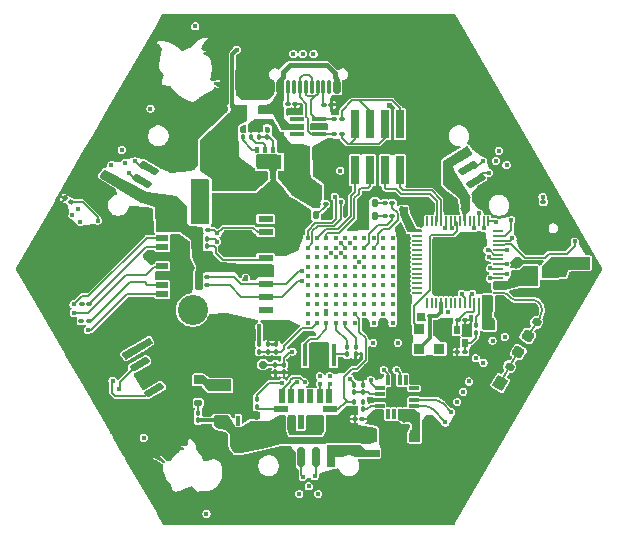
<source format=gbr>
%TF.GenerationSoftware,KiCad,Pcbnew,9.0.5*%
%TF.CreationDate,2025-10-19T17:26:28+02:00*%
%TF.ProjectId,PCB_PAPI,5043425f-5041-4504-992e-6b696361645f,rev?*%
%TF.SameCoordinates,Original*%
%TF.FileFunction,Copper,L1,Top*%
%TF.FilePolarity,Positive*%
%FSLAX46Y46*%
G04 Gerber Fmt 4.6, Leading zero omitted, Abs format (unit mm)*
G04 Created by KiCad (PCBNEW 9.0.5) date 2025-10-19 17:26:28*
%MOMM*%
%LPD*%
G01*
G04 APERTURE LIST*
G04 Aperture macros list*
%AMRoundRect*
0 Rectangle with rounded corners*
0 $1 Rounding radius*
0 $2 $3 $4 $5 $6 $7 $8 $9 X,Y pos of 4 corners*
0 Add a 4 corners polygon primitive as box body*
4,1,4,$2,$3,$4,$5,$6,$7,$8,$9,$2,$3,0*
0 Add four circle primitives for the rounded corners*
1,1,$1+$1,$2,$3*
1,1,$1+$1,$4,$5*
1,1,$1+$1,$6,$7*
1,1,$1+$1,$8,$9*
0 Add four rect primitives between the rounded corners*
20,1,$1+$1,$2,$3,$4,$5,0*
20,1,$1+$1,$4,$5,$6,$7,0*
20,1,$1+$1,$6,$7,$8,$9,0*
20,1,$1+$1,$8,$9,$2,$3,0*%
%AMRotRect*
0 Rectangle, with rotation*
0 The origin of the aperture is its center*
0 $1 length*
0 $2 width*
0 $3 Rotation angle, in degrees counterclockwise*
0 Add horizontal line*
21,1,$1,$2,0,0,$3*%
G04 Aperture macros list end*
%TA.AperFunction,ComponentPad*%
%ADD10C,0.800000*%
%TD*%
%TA.AperFunction,ComponentPad*%
%ADD11C,5.000000*%
%TD*%
%TA.AperFunction,SMDPad,CuDef*%
%ADD12C,0.700000*%
%TD*%
%TA.AperFunction,ComponentPad*%
%ADD13C,2.550000*%
%TD*%
%TA.AperFunction,ComponentPad*%
%ADD14C,1.500000*%
%TD*%
%TA.AperFunction,SMDPad,CuDef*%
%ADD15RoundRect,0.155000X-0.155000X0.212500X-0.155000X-0.212500X0.155000X-0.212500X0.155000X0.212500X0*%
%TD*%
%TA.AperFunction,SMDPad,CuDef*%
%ADD16RoundRect,0.100000X-0.100000X0.217500X-0.100000X-0.217500X0.100000X-0.217500X0.100000X0.217500X0*%
%TD*%
%TA.AperFunction,SMDPad,CuDef*%
%ADD17RoundRect,0.218750X0.218750X0.256250X-0.218750X0.256250X-0.218750X-0.256250X0.218750X-0.256250X0*%
%TD*%
%TA.AperFunction,SMDPad,CuDef*%
%ADD18RoundRect,0.100000X0.100000X-0.130000X0.100000X0.130000X-0.100000X0.130000X-0.100000X-0.130000X0*%
%TD*%
%TA.AperFunction,SMDPad,CuDef*%
%ADD19RoundRect,0.100000X-0.130000X-0.100000X0.130000X-0.100000X0.130000X0.100000X-0.130000X0.100000X0*%
%TD*%
%TA.AperFunction,SMDPad,CuDef*%
%ADD20RoundRect,0.100000X0.130000X0.100000X-0.130000X0.100000X-0.130000X-0.100000X0.130000X-0.100000X0*%
%TD*%
%TA.AperFunction,SMDPad,CuDef*%
%ADD21R,0.850000X0.300000*%
%TD*%
%TA.AperFunction,SMDPad,CuDef*%
%ADD22R,0.300000X0.850000*%
%TD*%
%TA.AperFunction,SMDPad,CuDef*%
%ADD23R,1.250000X1.250000*%
%TD*%
%TA.AperFunction,SMDPad,CuDef*%
%ADD24R,0.550000X0.750000*%
%TD*%
%TA.AperFunction,SMDPad,CuDef*%
%ADD25RoundRect,0.100000X0.100000X-0.217500X0.100000X0.217500X-0.100000X0.217500X-0.100000X-0.217500X0*%
%TD*%
%TA.AperFunction,SMDPad,CuDef*%
%ADD26R,1.200000X0.400000*%
%TD*%
%TA.AperFunction,SMDPad,CuDef*%
%ADD27RoundRect,0.050000X0.350000X0.050000X-0.350000X0.050000X-0.350000X-0.050000X0.350000X-0.050000X0*%
%TD*%
%TA.AperFunction,SMDPad,CuDef*%
%ADD28RoundRect,0.050000X0.050000X0.350000X-0.050000X0.350000X-0.050000X-0.350000X0.050000X-0.350000X0*%
%TD*%
%TA.AperFunction,HeatsinkPad*%
%ADD29R,4.000000X4.000000*%
%TD*%
%TA.AperFunction,SMDPad,CuDef*%
%ADD30RoundRect,0.147500X-0.147500X-0.172500X0.147500X-0.172500X0.147500X0.172500X-0.147500X0.172500X0*%
%TD*%
%TA.AperFunction,SMDPad,CuDef*%
%ADD31RoundRect,0.100000X-0.100000X0.130000X-0.100000X-0.130000X0.100000X-0.130000X0.100000X0.130000X0*%
%TD*%
%TA.AperFunction,SMDPad,CuDef*%
%ADD32RoundRect,0.155000X0.212500X0.155000X-0.212500X0.155000X-0.212500X-0.155000X0.212500X-0.155000X0*%
%TD*%
%TA.AperFunction,SMDPad,CuDef*%
%ADD33RoundRect,0.225000X-0.225000X-0.250000X0.225000X-0.250000X0.225000X0.250000X-0.225000X0.250000X0*%
%TD*%
%TA.AperFunction,SMDPad,CuDef*%
%ADD34RoundRect,0.150000X0.150000X0.700000X-0.150000X0.700000X-0.150000X-0.700000X0.150000X-0.700000X0*%
%TD*%
%TA.AperFunction,SMDPad,CuDef*%
%ADD35RoundRect,0.250000X0.250000X1.150000X-0.250000X1.150000X-0.250000X-1.150000X0.250000X-1.150000X0*%
%TD*%
%TA.AperFunction,SMDPad,CuDef*%
%ADD36RoundRect,0.140000X0.170000X-0.140000X0.170000X0.140000X-0.170000X0.140000X-0.170000X-0.140000X0*%
%TD*%
%TA.AperFunction,SMDPad,CuDef*%
%ADD37R,0.400000X1.900000*%
%TD*%
%TA.AperFunction,SMDPad,CuDef*%
%ADD38R,0.550000X1.145000*%
%TD*%
%TA.AperFunction,SMDPad,CuDef*%
%ADD39R,1.145000X0.550000*%
%TD*%
%TA.AperFunction,SMDPad,CuDef*%
%ADD40RoundRect,0.100000X0.217500X0.100000X-0.217500X0.100000X-0.217500X-0.100000X0.217500X-0.100000X0*%
%TD*%
%TA.AperFunction,SMDPad,CuDef*%
%ADD41R,1.085000X0.550000*%
%TD*%
%TA.AperFunction,SMDPad,CuDef*%
%ADD42R,0.740000X2.400000*%
%TD*%
%TA.AperFunction,SMDPad,CuDef*%
%ADD43R,0.900000X0.900000*%
%TD*%
%TA.AperFunction,BGAPad,CuDef*%
%ADD44C,0.400000*%
%TD*%
%TA.AperFunction,SMDPad,CuDef*%
%ADD45R,2.500000X1.700000*%
%TD*%
%TA.AperFunction,SMDPad,CuDef*%
%ADD46R,1.250000X0.600000*%
%TD*%
%TA.AperFunction,SMDPad,CuDef*%
%ADD47R,3.790000X1.200000*%
%TD*%
%TA.AperFunction,SMDPad,CuDef*%
%ADD48R,1.400000X1.450000*%
%TD*%
%TA.AperFunction,SMDPad,CuDef*%
%ADD49R,0.600000X1.000000*%
%TD*%
%TA.AperFunction,SMDPad,CuDef*%
%ADD50R,0.850000X0.950000*%
%TD*%
%TA.AperFunction,SMDPad,CuDef*%
%ADD51RoundRect,0.225000X0.225000X0.250000X-0.225000X0.250000X-0.225000X-0.250000X0.225000X-0.250000X0*%
%TD*%
%TA.AperFunction,SMDPad,CuDef*%
%ADD52RoundRect,0.250000X-0.295000X-0.315000X0.295000X-0.315000X0.295000X0.315000X-0.295000X0.315000X0*%
%TD*%
%TA.AperFunction,SMDPad,CuDef*%
%ADD53RoundRect,0.140000X0.140000X0.170000X-0.140000X0.170000X-0.140000X-0.170000X0.140000X-0.170000X0*%
%TD*%
%TA.AperFunction,SMDPad,CuDef*%
%ADD54RotRect,1.050000X2.200000X150.000000*%
%TD*%
%TA.AperFunction,SMDPad,CuDef*%
%ADD55RotRect,1.000000X1.050000X150.000000*%
%TD*%
%TA.AperFunction,SMDPad,CuDef*%
%ADD56R,0.410000X0.510000*%
%TD*%
%TA.AperFunction,SMDPad,CuDef*%
%ADD57R,2.000000X1.200000*%
%TD*%
%TA.AperFunction,SMDPad,CuDef*%
%ADD58RoundRect,0.100000X-0.217500X-0.100000X0.217500X-0.100000X0.217500X0.100000X-0.217500X0.100000X0*%
%TD*%
%TA.AperFunction,SMDPad,CuDef*%
%ADD59RoundRect,0.155000X-0.212500X-0.155000X0.212500X-0.155000X0.212500X0.155000X-0.212500X0.155000X0*%
%TD*%
%TA.AperFunction,SMDPad,CuDef*%
%ADD60R,1.000000X0.500000*%
%TD*%
%TA.AperFunction,SMDPad,CuDef*%
%ADD61R,1.600000X0.900000*%
%TD*%
%TA.AperFunction,SMDPad,CuDef*%
%ADD62RoundRect,0.150000X0.531218X-0.479904X0.681218X-0.220096X-0.531218X0.479904X-0.681218X0.220096X0*%
%TD*%
%TA.AperFunction,SMDPad,CuDef*%
%ADD63RoundRect,0.250000X0.870929X-0.791506X1.120929X-0.358494X-0.870929X0.791506X-1.120929X0.358494X0*%
%TD*%
%TA.AperFunction,SMDPad,CuDef*%
%ADD64RoundRect,0.150000X0.681218X0.220096X0.531218X0.479904X-0.681218X-0.220096X-0.531218X-0.479904X0*%
%TD*%
%TA.AperFunction,SMDPad,CuDef*%
%ADD65RoundRect,0.250000X1.120929X0.358494X0.870929X0.791506X-1.120929X-0.358494X-0.870929X-0.791506X0*%
%TD*%
%TA.AperFunction,SMDPad,CuDef*%
%ADD66RoundRect,0.155000X-0.261530X-0.027984X0.106530X-0.240484X0.261530X0.027984X-0.106530X0.240484X0*%
%TD*%
%TA.AperFunction,SMDPad,CuDef*%
%ADD67RoundRect,0.218750X-0.112544X0.317568X-0.331294X-0.061318X0.112544X-0.317568X0.331294X0.061318X0*%
%TD*%
%TA.AperFunction,SMDPad,CuDef*%
%ADD68RoundRect,0.100000X-0.162583X-0.021603X0.062583X-0.151603X0.162583X0.021603X-0.062583X0.151603X0*%
%TD*%
%TA.AperFunction,SMDPad,CuDef*%
%ADD69RoundRect,0.147500X0.147500X0.172500X-0.147500X0.172500X-0.147500X-0.172500X0.147500X-0.172500X0*%
%TD*%
%TA.AperFunction,SMDPad,CuDef*%
%ADD70RoundRect,0.150000X-0.681218X-0.220096X-0.531218X-0.479904X0.681218X0.220096X0.531218X0.479904X0*%
%TD*%
%TA.AperFunction,SMDPad,CuDef*%
%ADD71RoundRect,0.250000X-1.120929X-0.358494X-0.870929X-0.791506X1.120929X0.358494X0.870929X0.791506X0*%
%TD*%
%TA.AperFunction,SMDPad,CuDef*%
%ADD72RoundRect,0.150000X0.150000X0.425000X-0.150000X0.425000X-0.150000X-0.425000X0.150000X-0.425000X0*%
%TD*%
%TA.AperFunction,SMDPad,CuDef*%
%ADD73RoundRect,0.075000X0.075000X0.500000X-0.075000X0.500000X-0.075000X-0.500000X0.075000X-0.500000X0*%
%TD*%
%TA.AperFunction,SMDPad,CuDef*%
%ADD74RoundRect,0.250000X0.840000X0.750000X-0.840000X0.750000X-0.840000X-0.750000X0.840000X-0.750000X0*%
%TD*%
%TA.AperFunction,SMDPad,CuDef*%
%ADD75RoundRect,0.147500X-0.172500X0.147500X-0.172500X-0.147500X0.172500X-0.147500X0.172500X0.147500X0*%
%TD*%
%TA.AperFunction,ViaPad*%
%ADD76C,0.400000*%
%TD*%
%TA.AperFunction,Conductor*%
%ADD77C,0.160000*%
%TD*%
%TA.AperFunction,Conductor*%
%ADD78C,0.300000*%
%TD*%
%TA.AperFunction,Conductor*%
%ADD79C,0.200000*%
%TD*%
%TA.AperFunction,Conductor*%
%ADD80C,0.400000*%
%TD*%
G04 APERTURE END LIST*
D10*
%TO.P,H1,1,1*%
%TO.N,GND*%
X137625000Y-101186533D03*
X138174175Y-99860708D03*
X138174175Y-102512358D03*
X139500000Y-99311533D03*
D11*
X139500000Y-101186533D03*
D10*
X139500000Y-103061533D03*
X140825825Y-99860708D03*
X140825825Y-102512358D03*
X141375000Y-101186533D03*
%TD*%
%TO.P,H3,1,1*%
%TO.N,GND*%
X137625000Y-64813467D03*
X138174175Y-63487642D03*
X138174175Y-66139292D03*
X139500000Y-62938467D03*
D11*
X139500000Y-64813467D03*
D10*
X139500000Y-66688467D03*
X140825825Y-63487642D03*
X140825825Y-66139292D03*
X141375000Y-64813467D03*
%TD*%
%TO.P,H2,1,1*%
%TO.N,GND*%
X106125000Y-83000000D03*
X106674175Y-81674175D03*
X106674175Y-84325825D03*
X108000000Y-81125000D03*
D11*
X108000000Y-83000000D03*
D10*
X108000000Y-84875000D03*
X109325825Y-81674175D03*
X109325825Y-84325825D03*
X109875000Y-83000000D03*
%TD*%
D12*
%TO.P,TP1,1,1*%
%TO.N,Net-(U1-BOOT0)*%
X125130000Y-91100000D03*
%TD*%
D13*
%TO.P,J3,1,1*%
%TO.N,VBAT+*%
X119173647Y-86476918D03*
%TO.P,J3,2,2*%
%TO.N,GND*%
X121673647Y-90807046D03*
D14*
%TO.P,J3,3,3*%
X114513393Y-98405122D03*
%TO.P,J3,4,4*%
X109013393Y-88878842D03*
%TD*%
D15*
%TO.P,C60,1*%
%TO.N,+3.3V*%
X151450000Y-82482500D03*
%TO.P,C60,2*%
%TO.N,GND*%
X151450000Y-83617500D03*
%TD*%
D16*
%TO.P,C63,1*%
%TO.N,+3.3V*%
X150400000Y-83342500D03*
%TO.P,C63,2*%
%TO.N,GND*%
X150400000Y-84157500D03*
%TD*%
D15*
%TO.P,C47,1*%
%TO.N,+3.3V*%
X152400000Y-82482500D03*
%TO.P,C47,2*%
%TO.N,GND*%
X152400000Y-83617500D03*
%TD*%
D17*
%TO.P,L4,1*%
%TO.N,+3.3V*%
X149237500Y-83300000D03*
%TO.P,L4,2*%
%TO.N,Net-(C66-Pad1)*%
X147662500Y-83300000D03*
%TD*%
D18*
%TO.P,R32,1*%
%TO.N,Net-(IC6-GAIN_SLOT)*%
X132875000Y-93445000D03*
%TO.P,R32,2*%
%TO.N,4.5V*%
X132875000Y-92805000D03*
%TD*%
D19*
%TO.P,R34,1*%
%TO.N,+3.3V*%
X119755000Y-84400000D03*
%TO.P,R34,2*%
%TO.N,/ESP32/SD_FSPICS*%
X120395000Y-84400000D03*
%TD*%
D20*
%TO.P,R42,1*%
%TO.N,Net-(J6-Pad3)*%
X110420000Y-85975000D03*
%TO.P,R42,2*%
%TO.N,/MOUSE_CLK*%
X109780000Y-85975000D03*
%TD*%
D21*
%TO.P,IC6,1,DIN*%
%TO.N,/ESP32/max_data*%
X135000000Y-93100000D03*
%TO.P,IC6,2,GAIN_SLOT*%
%TO.N,Net-(IC6-GAIN_SLOT)*%
X135000000Y-93600000D03*
%TO.P,IC6,3,GND_1*%
%TO.N,GND*%
X135000000Y-94100000D03*
%TO.P,IC6,4,~{SD_MODE}*%
%TO.N,Net-(IC6-~{SD_MODE})*%
X135000000Y-94600000D03*
D22*
%TO.P,IC6,5,N.C._1*%
%TO.N,unconnected-(IC6-N.C._1-Pad5)*%
X135700000Y-95300000D03*
%TO.P,IC6,6,N.C._2*%
%TO.N,unconnected-(IC6-N.C._2-Pad6)*%
X136200000Y-95300000D03*
%TO.P,IC6,7,VDD_1*%
%TO.N,4.5V*%
X136700000Y-95300000D03*
%TO.P,IC6,8,VDD_2*%
X137200000Y-95300000D03*
D21*
%TO.P,IC6,9,OUTP*%
%TO.N,/HP+*%
X137900000Y-94600000D03*
%TO.P,IC6,10,OUTN*%
%TO.N,/HP-*%
X137900000Y-94100000D03*
%TO.P,IC6,11,GND_2*%
%TO.N,GND*%
X137900000Y-93600000D03*
%TO.P,IC6,12,N.C._3*%
%TO.N,unconnected-(IC6-N.C._3-Pad12)*%
X137900000Y-93100000D03*
D22*
%TO.P,IC6,13,N.C._4*%
%TO.N,unconnected-(IC6-N.C._4-Pad13)*%
X137200000Y-92400000D03*
%TO.P,IC6,14,LRCLK*%
%TO.N,/ESP32/max_frame_clk*%
X136700000Y-92400000D03*
%TO.P,IC6,15,GND_3*%
%TO.N,GND*%
X136200000Y-92400000D03*
%TO.P,IC6,16,BCLK*%
%TO.N,/ESP32/max_bit_clk*%
X135700000Y-92400000D03*
D23*
%TO.P,IC6,17,GND_4*%
%TO.N,GND*%
X136450000Y-93850000D03*
%TD*%
D24*
%TO.P,Y2,1,CRYSTAL__1*%
%TO.N,Net-(Y2-CRYSTAL__1)*%
X142275000Y-89250000D03*
%TO.P,Y2,2,GND_1*%
%TO.N,GND*%
X142275000Y-88150000D03*
%TO.P,Y2,3,CRYSTAL__2*%
%TO.N,/ESP32/HSE_IN*%
X141525000Y-88150000D03*
%TO.P,Y2,4,GND_2*%
%TO.N,GND*%
X141525000Y-89250000D03*
%TD*%
D18*
%TO.P,C41,1*%
%TO.N,3.3VSENSOR*%
X124593705Y-96167982D03*
%TO.P,C41,2*%
%TO.N,GND*%
X124593705Y-95527982D03*
%TD*%
D25*
%TO.P,C66,1*%
%TO.N,Net-(C66-Pad1)*%
X146550000Y-83457500D03*
%TO.P,C66,2*%
%TO.N,GND*%
X146550000Y-82642500D03*
%TD*%
D26*
%TO.P,D1,1,I/O_1*%
%TO.N,/CONNECTOR/D+*%
X129900000Y-71600000D03*
%TO.P,D1,2,GND*%
%TO.N,GND*%
X129900000Y-70950000D03*
%TO.P,D1,3,I/O_2*%
%TO.N,/CONNECTOR/D-*%
X129900000Y-70300000D03*
%TO.P,D1,4,I/O_3*%
%TO.N,unconnected-(D1-I{slash}O_3-Pad4)*%
X128000000Y-70300000D03*
%TO.P,D1,5,VDD*%
%TO.N,VUSB*%
X128000000Y-70950000D03*
%TO.P,D1,6,I/O_4*%
%TO.N,unconnected-(D1-I{slash}O_4-Pad6)*%
X128000000Y-71600000D03*
%TD*%
D18*
%TO.P,C9,1*%
%TO.N,GND*%
X132963705Y-90230000D03*
%TO.P,C9,2*%
%TO.N,/NRST*%
X132963705Y-89590000D03*
%TD*%
%TO.P,R5,1*%
%TO.N,Net-(Y1-OUTPUT)*%
X132203705Y-90220000D03*
%TO.P,R5,2*%
%TO.N,/STM32/HSE_OUT*%
X132203705Y-89580000D03*
%TD*%
D27*
%TO.P,U5,1,LNA_IN*%
%TO.N,/ESP32/LNA_IN*%
X145070000Y-85000000D03*
%TO.P,U5,2,VDD3P3*%
%TO.N,Net-(C66-Pad1)*%
X145070000Y-84600000D03*
%TO.P,U5,3,VDD3P3*%
X145070000Y-84200000D03*
%TO.P,U5,4,CHIP_PU*%
%TO.N,RESET*%
X145070000Y-83800000D03*
%TO.P,U5,5,GPIO0*%
%TO.N,Net-(U5-GPIO0)*%
X145070000Y-83400000D03*
%TO.P,U5,6,GPIO1*%
%TO.N,/ESP32/max_frame_clk*%
X145070000Y-83000000D03*
%TO.P,U5,7,GPIO2*%
%TO.N,/ESP32/max_bit_clk*%
X145070000Y-82600000D03*
%TO.P,U5,8,GPIO3*%
%TO.N,Net-(U5-GPIO3)*%
X145070000Y-82200000D03*
%TO.P,U5,9,GPIO4*%
%TO.N,/ESP32/max_data*%
X145070000Y-81800000D03*
%TO.P,U5,10,GPIO5*%
%TO.N,/ESP32/max_gpio*%
X145070000Y-81400000D03*
%TO.P,U5,11,GPIO6*%
%TO.N,/ESP32/mic_sck*%
X145070000Y-81000000D03*
%TO.P,U5,12,GPIO7*%
%TO.N,/ESP32/mic_data*%
X145070000Y-80600000D03*
%TO.P,U5,13,GPIO8*%
%TO.N,/ESP32/mic_frame_sck*%
X145070000Y-80200000D03*
%TO.P,U5,14,GPIO9*%
%TO.N,unconnected-(U5-GPIO9-Pad14)*%
X145070000Y-79800000D03*
D28*
%TO.P,U5,15,GPIO10*%
%TO.N,/ESP32/SD_FSPICS*%
X144220000Y-78950000D03*
%TO.P,U5,16,GPIO11*%
%TO.N,/ESP32/SD_FSPID*%
X143820000Y-78950000D03*
%TO.P,U5,17,GPIO12*%
%TO.N,/ESP32/SD_FSPICLK*%
X143420000Y-78950000D03*
%TO.P,U5,18,GPIO13*%
%TO.N,/ESP32/SD_FSPIQ*%
X143020000Y-78950000D03*
%TO.P,U5,19,GPIO14*%
%TO.N,unconnected-(U5-GPIO14-Pad19)*%
X142620000Y-78950000D03*
%TO.P,U5,20,VDD3P3_RTC*%
%TO.N,+3.3V*%
X142220000Y-78950000D03*
%TO.P,U5,21,XTAL_32K_P*%
%TO.N,unconnected-(U5-XTAL_32K_P-Pad21)*%
X141820000Y-78950000D03*
%TO.P,U5,22,XTAL_32K_N*%
%TO.N,/ESP32/LEDPWM*%
X141420000Y-78950000D03*
%TO.P,U5,23,GPIO17*%
%TO.N,/ESP32_TX*%
X141020000Y-78950000D03*
%TO.P,U5,24,GPIO18*%
%TO.N,/ESP32_RX*%
X140620000Y-78950000D03*
%TO.P,U5,25,GPIO19/USB_D-*%
%TO.N,/D-ESP32*%
X140220000Y-78950000D03*
%TO.P,U5,26,GPIO20/USB_D+*%
%TO.N,/D+ESP32*%
X139820000Y-78950000D03*
%TO.P,U5,27,GPIO21*%
%TO.N,unconnected-(U5-GPIO21-Pad27)*%
X139420000Y-78950000D03*
%TO.P,U5,28,SPICS1*%
%TO.N,unconnected-(U5-SPICS1-Pad28)*%
X139020000Y-78950000D03*
D27*
%TO.P,U5,29,VDD_SPI*%
%TO.N,Net-(U5-VDD_SPI)*%
X138170000Y-79800000D03*
%TO.P,U5,30,SPIHD*%
%TO.N,unconnected-(U5-SPIHD-Pad30)*%
X138170000Y-80200000D03*
%TO.P,U5,31,SPIWP*%
%TO.N,unconnected-(U5-SPIWP-Pad31)*%
X138170000Y-80600000D03*
%TO.P,U5,32,SPICS0*%
%TO.N,unconnected-(U5-SPICS0-Pad32)*%
X138170000Y-81000000D03*
%TO.P,U5,33,SPICLK*%
%TO.N,unconnected-(U5-SPICLK-Pad33)*%
X138170000Y-81400000D03*
%TO.P,U5,34,SPIQ*%
%TO.N,unconnected-(U5-SPIQ-Pad34)*%
X138170000Y-81800000D03*
%TO.P,U5,35,SPID*%
%TO.N,unconnected-(U5-SPID-Pad35)*%
X138170000Y-82200000D03*
%TO.P,U5,36,SPICLK_N*%
%TO.N,unconnected-(U5-SPICLK_N-Pad36)*%
X138170000Y-82600000D03*
%TO.P,U5,37,SPICLK_P*%
%TO.N,unconnected-(U5-SPICLK_P-Pad37)*%
X138170000Y-83000000D03*
%TO.P,U5,38,GPIO33*%
%TO.N,unconnected-(U5-GPIO33-Pad38)*%
X138170000Y-83400000D03*
%TO.P,U5,39,GPIO34*%
%TO.N,unconnected-(U5-GPIO34-Pad39)*%
X138170000Y-83800000D03*
%TO.P,U5,40,GPIO35*%
%TO.N,unconnected-(U5-GPIO35-Pad40)*%
X138170000Y-84200000D03*
%TO.P,U5,41,GPIO36*%
%TO.N,unconnected-(U5-GPIO36-Pad41)*%
X138170000Y-84600000D03*
%TO.P,U5,42,GPIO37*%
%TO.N,unconnected-(U5-GPIO37-Pad42)*%
X138170000Y-85000000D03*
D28*
%TO.P,U5,43,GPIO38*%
%TO.N,unconnected-(U5-GPIO38-Pad43)*%
X139020000Y-85850000D03*
%TO.P,U5,44,MTCK*%
%TO.N,unconnected-(U5-MTCK-Pad44)*%
X139420000Y-85850000D03*
%TO.P,U5,45,MTDO*%
%TO.N,unconnected-(U5-MTDO-Pad45)*%
X139820000Y-85850000D03*
%TO.P,U5,46,VDD3P3_CPU*%
%TO.N,+3.3V*%
X140220000Y-85850000D03*
%TO.P,U5,47,MTDI*%
%TO.N,unconnected-(U5-MTDI-Pad47)*%
X140620000Y-85850000D03*
%TO.P,U5,48,MTMS*%
%TO.N,unconnected-(U5-MTMS-Pad48)*%
X141020000Y-85850000D03*
%TO.P,U5,49,U0TXD*%
%TO.N,unconnected-(U5-U0TXD-Pad49)*%
X141420000Y-85850000D03*
%TO.P,U5,50,U0RXD*%
%TO.N,unconnected-(U5-U0RXD-Pad50)*%
X141820000Y-85850000D03*
%TO.P,U5,51,GPIO45*%
%TO.N,Net-(U5-GPIO45)*%
X142220000Y-85850000D03*
%TO.P,U5,52,GPIO46*%
%TO.N,/ESP32/BOOT1*%
X142620000Y-85850000D03*
%TO.P,U5,53,XTAL_N*%
%TO.N,/ESP32/HSE_IN*%
X143020000Y-85850000D03*
%TO.P,U5,54,XTAL_P*%
%TO.N,/ESP32/HSE_OUT*%
X143420000Y-85850000D03*
%TO.P,U5,55,VDDA*%
%TO.N,+3.3V*%
X143820000Y-85850000D03*
%TO.P,U5,56,VDDA*%
X144220000Y-85850000D03*
D29*
%TO.P,U5,57,GND*%
%TO.N,GND*%
X141620000Y-82400000D03*
%TD*%
D30*
%TO.P,LEDGREEN1,1,K*%
%TO.N,GND*%
X133640000Y-78520000D03*
%TO.P,LEDGREEN1,2,A*%
%TO.N,Net-(LEDGREEN1-A)*%
X134610000Y-78520000D03*
%TD*%
D19*
%TO.P,R7,1*%
%TO.N,Net-(J1-CC1)*%
X130280000Y-69090000D03*
%TO.P,R7,2*%
%TO.N,GND*%
X130920000Y-69090000D03*
%TD*%
%TO.P,R8,1*%
%TO.N,Net-(J1-CC2)*%
X127223705Y-69020000D03*
%TO.P,R8,2*%
%TO.N,GND*%
X127863705Y-69020000D03*
%TD*%
D18*
%TO.P,R18,1*%
%TO.N,3.3VSENSOR*%
X119640000Y-95820000D03*
%TO.P,R18,2*%
%TO.N,Net-(LEDRED2-A)*%
X119640000Y-95180000D03*
%TD*%
%TO.P,R28,1*%
%TO.N,3.3VSENSOR*%
X132863705Y-94897982D03*
%TO.P,R28,2*%
%TO.N,/ACCEL_CS*%
X132863705Y-94257982D03*
%TD*%
D31*
%TO.P,R6,1*%
%TO.N,Net-(U1-BOOT0)*%
X126180000Y-91120000D03*
%TO.P,R6,2*%
%TO.N,GND*%
X126180000Y-91760000D03*
%TD*%
D32*
%TO.P,C28,1*%
%TO.N,+3.3V*%
X119667500Y-82000000D03*
%TO.P,C28,2*%
%TO.N,GND*%
X118532500Y-82000000D03*
%TD*%
D31*
%TO.P,R1,1*%
%TO.N,VBAT+*%
X124810000Y-89380000D03*
%TO.P,R1,2*%
%TO.N,/STM32/ADC_VBAT*%
X124810000Y-90020000D03*
%TD*%
%TO.P,R31,1*%
%TO.N,GND*%
X133585000Y-92805000D03*
%TO.P,R31,2*%
%TO.N,Net-(IC6-GAIN_SLOT)*%
X133585000Y-93445000D03*
%TD*%
D20*
%TO.P,C44,1*%
%TO.N,4.5V*%
X137988705Y-96327982D03*
%TO.P,C44,2*%
%TO.N,GND*%
X137348705Y-96327982D03*
%TD*%
D33*
%TO.P,C25,1*%
%TO.N,+3.3V*%
X128350000Y-73300000D03*
%TO.P,C25,2*%
%TO.N,GND*%
X129900000Y-73300000D03*
%TD*%
D18*
%TO.P,R21,1*%
%TO.N,Net-(IC2-FB)*%
X125500000Y-71840000D03*
%TO.P,R21,2*%
%TO.N,GND*%
X125500000Y-71200000D03*
%TD*%
D19*
%TO.P,R17,1*%
%TO.N,+3.3V*%
X129783705Y-77517982D03*
%TO.P,R17,2*%
%TO.N,Net-(LEDRED1-A)*%
X130423705Y-77517982D03*
%TD*%
D34*
%TO.P,TOF2,1,1*%
%TO.N,+3.3V*%
X130875000Y-98950000D03*
%TO.P,TOF2,2,2*%
%TO.N,/SCL_TOF2*%
X129625000Y-98950000D03*
%TO.P,TOF2,3,3*%
%TO.N,/SDA_TOF2*%
X128375000Y-98950000D03*
%TO.P,TOF2,4,4*%
%TO.N,GND*%
X127125000Y-98950000D03*
D35*
%TO.P,TOF2,MP,MP*%
X132725000Y-102300000D03*
X125275000Y-102300000D03*
%TD*%
D36*
%TO.P,C24,1*%
%TO.N,GND*%
X123310000Y-99100000D03*
%TO.P,C24,2*%
%TO.N,3.3VSENSOR*%
X123310000Y-98140000D03*
%TD*%
D37*
%TO.P,Y1,1,INPUT*%
%TO.N,/STM32/HSE_IN*%
X128703705Y-90297982D03*
%TO.P,Y1,2,GND*%
%TO.N,GND*%
X129903705Y-90297982D03*
%TO.P,Y1,3,OUTPUT*%
%TO.N,Net-(Y1-OUTPUT)*%
X131103705Y-90297982D03*
%TD*%
D38*
%TO.P,IC5,1,VDD_I/O*%
%TO.N,3.3VSENSOR*%
X126743705Y-95993982D03*
%TO.P,IC5,2,GND_1*%
%TO.N,GND*%
X127543705Y-95993982D03*
%TO.P,IC5,3,RESERVED_1*%
%TO.N,unconnected-(IC5-RESERVED_1-Pad3)*%
X128343705Y-95993982D03*
%TO.P,IC5,4,GND_2*%
%TO.N,GND*%
X129143705Y-95993982D03*
%TO.P,IC5,5,GND_3*%
X129943705Y-95993982D03*
%TO.P,IC5,6,VS*%
%TO.N,3.3VSENSOR*%
X130743705Y-95993982D03*
D39*
%TO.P,IC5,7,~{CS}*%
%TO.N,/ACCEL_CS*%
X130841705Y-94895982D03*
D38*
%TO.P,IC5,8,INT1*%
%TO.N,Net-(IC5-INT1)*%
X130743705Y-93797982D03*
%TO.P,IC5,9,INT2*%
%TO.N,Net-(IC5-INT2)*%
X129943705Y-93797982D03*
%TO.P,IC5,10,NC*%
%TO.N,unconnected-(IC5-NC-Pad10)*%
X129143705Y-93797982D03*
%TO.P,IC5,11,RESERVED_2*%
%TO.N,unconnected-(IC5-RESERVED_2-Pad11)*%
X128343705Y-93797982D03*
%TO.P,IC5,12,SDO/ALT_ADDRESS*%
%TO.N,/ACCEL_MISO*%
X127543705Y-93797982D03*
%TO.P,IC5,13,SDA/SDI/SDIO*%
%TO.N,/ACCEL_MOSI*%
X126743705Y-93797982D03*
D39*
%TO.P,IC5,14,SCL/SCLK*%
%TO.N,Net-(IC5-SCL{slash}SCLK)*%
X126645705Y-94895982D03*
%TD*%
D31*
%TO.P,R40,1*%
%TO.N,/ESP32/SD_FSPICLK*%
X120425000Y-80455000D03*
%TO.P,R40,2*%
%TO.N,Net-(J4-Pad5)*%
X120425000Y-81095000D03*
%TD*%
D40*
%TO.P,C31,1*%
%TO.N,GND*%
X137854170Y-77950000D03*
%TO.P,C31,2*%
%TO.N,Net-(U5-VDD_SPI)*%
X137039170Y-77950000D03*
%TD*%
D41*
%TO.P,D3,1,K*%
%TO.N,4.5V*%
X122985000Y-69525000D03*
%TO.P,D3,2,A*%
%TO.N,VUSB*%
X125265000Y-69525000D03*
%TD*%
D42*
%TO.P,USBJUMP1,1,Pin_1*%
%TO.N,/D+STM32*%
X132895000Y-74650000D03*
%TO.P,USBJUMP1,2,Pin_2*%
%TO.N,/CONNECTOR/DATA+OUT*%
X132895000Y-70750000D03*
%TO.P,USBJUMP1,3,Pin_3*%
%TO.N,/D-STM32*%
X134165000Y-74650000D03*
%TO.P,USBJUMP1,4,Pin_4*%
%TO.N,/CONNECTOR/DATA-OUT*%
X134165000Y-70750000D03*
%TO.P,USBJUMP1,5,Pin_5*%
%TO.N,/D+ESP32*%
X135435000Y-74650000D03*
%TO.P,USBJUMP1,6,Pin_6*%
%TO.N,/CONNECTOR/DATA+OUT*%
X135435000Y-70750000D03*
%TO.P,USBJUMP1,7,Pin_7*%
%TO.N,/D-ESP32*%
X136705000Y-74650000D03*
%TO.P,USBJUMP1,8,Pin_8*%
%TO.N,/CONNECTOR/DATA-OUT*%
X136705000Y-70750000D03*
%TD*%
D43*
%TO.P,LED1,1,DOUT*%
%TO.N,unconnected-(LED1-DOUT-Pad1)*%
X140075000Y-89750000D03*
%TO.P,LED1,2,VDD*%
%TO.N,+3.3V*%
X138375000Y-89750000D03*
%TO.P,LED1,3,DIN*%
%TO.N,/ESP32/LEDPWM*%
X138375000Y-88050000D03*
%TO.P,LED1,4,GND*%
%TO.N,GND*%
X140075000Y-88050000D03*
%TD*%
D44*
%TO.P,U1,A1,PC14*%
%TO.N,unconnected-(U1-PC14-PadA1)*%
X128900000Y-87600000D03*
%TO.P,U1,A2,PC13*%
%TO.N,/MOUSE_INT*%
X128900000Y-86800000D03*
%TO.P,U1,A3,PE2*%
%TO.N,/ACCEL_CLK*%
X128900000Y-86000000D03*
%TO.P,U1,A4,PB9*%
%TO.N,/SDA_TOF2*%
X128900000Y-85200000D03*
%TO.P,U1,A5,PB7*%
%TO.N,/LIDAR_PWM*%
X128900000Y-84400000D03*
%TO.P,U1,A6,PB4*%
%TO.N,/MOUSE_MISO*%
X128900000Y-83600000D03*
%TO.P,U1,A7,PB3*%
%TO.N,/MOUSE_CLK*%
X128900000Y-82800000D03*
%TO.P,U1,A8,PA15*%
%TO.N,/MOUSE_CS*%
X128900000Y-82000000D03*
%TO.P,U1,A9,PA14*%
%TO.N,/SWCLK*%
X128900000Y-81200000D03*
%TO.P,U1,A10,PA13*%
%TO.N,/SWDIO*%
X128900000Y-80400000D03*
%TO.P,U1,B1,PC15*%
%TO.N,/STM32/ADC_VBAT*%
X129700000Y-87600000D03*
%TO.P,U1,B2,VBAT*%
%TO.N,+3.3V*%
X129700000Y-86800000D03*
%TO.P,U1,B3,PE3*%
%TO.N,unconnected-(U1-PE3-PadB3)*%
X129700000Y-86000000D03*
%TO.P,U1,B4,PB8*%
%TO.N,/SCL_TOF2*%
X129700000Y-85200000D03*
%TO.P,U1,B5,PB6*%
%TO.N,unconnected-(U1-PB6-PadB5)*%
X129700000Y-84400000D03*
%TO.P,U1,B6,PD5*%
%TO.N,unconnected-(U1-PD5-PadB6)*%
X129700000Y-83600000D03*
%TO.P,U1,B7,PD2*%
%TO.N,unconnected-(U1-PD2-PadB7)*%
X129700000Y-82800000D03*
%TO.P,U1,B8,PC11*%
%TO.N,unconnected-(U1-PC11-PadB8)*%
X129700000Y-82000000D03*
%TO.P,U1,B9,PC10*%
%TO.N,unconnected-(U1-PC10-PadB9)*%
X129700000Y-81200000D03*
%TO.P,U1,B10,PA12*%
%TO.N,/D+STM32*%
X129700000Y-80400000D03*
%TO.P,U1,C1,PH0*%
%TO.N,/STM32/HSE_IN*%
X130500000Y-87600000D03*
%TO.P,U1,C2,VSS*%
%TO.N,GND*%
X130500000Y-86800000D03*
%TO.P,U1,C3,PE4*%
%TO.N,unconnected-(U1-PE4-PadC3)*%
X130500000Y-86000000D03*
%TO.P,U1,C4,PE1*%
%TO.N,/STM32/Tx8_LIDAR*%
X130500000Y-85200000D03*
%TO.P,U1,C5,PB5*%
%TO.N,/MOUSE_MOSI*%
X130500000Y-84400000D03*
%TO.P,U1,C6,PD6*%
%TO.N,unconnected-(U1-PD6-PadC6)*%
X130500000Y-83600000D03*
%TO.P,U1,C7,PD3*%
%TO.N,unconnected-(U1-PD3-PadC7)*%
X130500000Y-82800000D03*
%TO.P,U1,C8,PC12*%
%TO.N,unconnected-(U1-PC12-PadC8)*%
X130500000Y-82000000D03*
%TO.P,U1,C9,PA9*%
%TO.N,/RGB_TOM_JERRY*%
X130500000Y-81200000D03*
%TO.P,U1,C10,PA11*%
%TO.N,/D-STM32*%
X130500000Y-80400000D03*
%TO.P,U1,D1,PH1*%
%TO.N,/STM32/HSE_OUT*%
X131300000Y-87600000D03*
%TO.P,U1,D2,VDD*%
%TO.N,+3.3V*%
X131300000Y-86800000D03*
%TO.P,U1,D3,PE5*%
%TO.N,/ACCEL_MISO*%
X131300000Y-86000000D03*
%TO.P,U1,D4,PE0*%
%TO.N,/RX_LIDAR*%
X131300000Y-85200000D03*
%TO.P,U1,D5,BOOT0*%
%TO.N,Net-(U1-BOOT0)*%
X131300000Y-84400000D03*
%TO.P,U1,D6,PD7*%
%TO.N,unconnected-(U1-PD7-PadD6)*%
X131300000Y-83600000D03*
%TO.P,U1,D7,PD4*%
%TO.N,unconnected-(U1-PD4-PadD7)*%
X131300000Y-82800000D03*
%TO.P,U1,D8,PD0*%
%TO.N,unconnected-(U1-PD0-PadD8)*%
X131300000Y-82000000D03*
%TO.P,U1,D9,PA8*%
%TO.N,/SCL_TOF3*%
X131300000Y-81200000D03*
%TO.P,U1,D10,PA10*%
%TO.N,/GPIO_MOT3*%
X131300000Y-80400000D03*
%TO.P,U1,E1,NRST*%
%TO.N,/NRST*%
X132100000Y-87600000D03*
%TO.P,U1,E2,PC2_C*%
%TO.N,/ACCEL_INT2*%
X132100000Y-86800000D03*
%TO.P,U1,E3,PE6*%
%TO.N,/ACCEL_MOSI*%
X132100000Y-86000000D03*
%TO.P,U1,E4,VSS*%
%TO.N,GND*%
X132100000Y-85200000D03*
%TO.P,U1,E5,VSS*%
X132100000Y-84400000D03*
%TO.P,U1,E6,VSS*%
X132100000Y-83600000D03*
%TO.P,U1,E7,VCAP*%
%TO.N,Net-(C7-Pad1)*%
X132100000Y-82800000D03*
%TO.P,U1,E8,PD1*%
%TO.N,unconnected-(U1-PD1-PadE8)*%
X132100000Y-82000000D03*
%TO.P,U1,E9,PC9*%
%TO.N,/SDA_TOF3*%
X132100000Y-81200000D03*
%TO.P,U1,E10,PC7*%
%TO.N,/RX_MOT3*%
X132100000Y-80400000D03*
%TO.P,U1,F1,PC0*%
%TO.N,/ACCEL_INT1*%
X132900000Y-87600000D03*
%TO.P,U1,F2,PC1*%
%TO.N,/ACCEL_CS*%
X132900000Y-86800000D03*
%TO.P,U1,F3,PC3_C*%
%TO.N,unconnected-(U1-PC3_C-PadF3)*%
X132900000Y-86000000D03*
%TO.P,U1,F4,VDDLDO*%
%TO.N,+3.3V*%
X132900000Y-85200000D03*
%TO.P,U1,F5,VDD*%
X132900000Y-84400000D03*
%TO.P,U1,F6,VDD33_USB*%
X132900000Y-83600000D03*
%TO.P,U1,F7,PDR_ON*%
%TO.N,unconnected-(U1-PDR_ON-PadF7)*%
X132900000Y-82800000D03*
%TO.P,U1,F8,VCAP*%
%TO.N,Net-(C10-Pad1)*%
X132900000Y-82000000D03*
%TO.P,U1,F9,PC8*%
%TO.N,/GPIO_MOT1*%
X132900000Y-81200000D03*
%TO.P,U1,F10,PC6*%
%TO.N,/TX_MOT3*%
X132900000Y-80400000D03*
%TO.P,U1,G1,VSSA*%
%TO.N,GND*%
X133700000Y-87600000D03*
%TO.P,U1,G2,PA0*%
%TO.N,/TX_MOT2*%
X133700000Y-86800000D03*
%TO.P,U1,G3,PA4*%
%TO.N,unconnected-(U1-PA4-PadG3)*%
X133700000Y-86000000D03*
%TO.P,U1,G4,PC4*%
%TO.N,unconnected-(U1-PC4-PadG4)*%
X133700000Y-85200000D03*
%TO.P,U1,G5,PB2*%
%TO.N,unconnected-(U1-PB2-PadG5)*%
X133700000Y-84400000D03*
%TO.P,U1,G6,PE10*%
%TO.N,unconnected-(U1-PE10-PadG6)*%
X133700000Y-83600000D03*
%TO.P,U1,G7,PE14*%
%TO.N,unconnected-(U1-PE14-PadG7)*%
X133700000Y-82800000D03*
%TO.P,U1,G8,PD15*%
%TO.N,unconnected-(U1-PD15-PadG8)*%
X133700000Y-82000000D03*
%TO.P,U1,G9,PD11*%
%TO.N,/STM32/LED0*%
X133700000Y-81200000D03*
%TO.P,U1,G10,PB15*%
%TO.N,/RX_MOT1*%
X133700000Y-80400000D03*
%TO.P,U1,H1,VDDA*%
%TO.N,+3.3V*%
X134500000Y-87600000D03*
%TO.P,U1,H2,PA1*%
%TO.N,/RX_MOT2*%
X134500000Y-86800000D03*
%TO.P,U1,H3,PA5*%
%TO.N,unconnected-(U1-PA5-PadH3)*%
X134500000Y-86000000D03*
%TO.P,U1,H4,PC5*%
%TO.N,unconnected-(U1-PC5-PadH4)*%
X134500000Y-85200000D03*
%TO.P,U1,H5,PE7*%
%TO.N,/RX_SUP*%
X134500000Y-84400000D03*
%TO.P,U1,H6,PE11*%
%TO.N,unconnected-(U1-PE11-PadH6)*%
X134500000Y-83600000D03*
%TO.P,U1,H7,PE15*%
%TO.N,unconnected-(U1-PE15-PadH7)*%
X134500000Y-82800000D03*
%TO.P,U1,H8,PD14*%
%TO.N,unconnected-(U1-PD14-PadH8)*%
X134500000Y-82000000D03*
%TO.P,U1,H9,PD10*%
%TO.N,/STM32/LED1*%
X134500000Y-81200000D03*
%TO.P,U1,H10,PB14*%
%TO.N,/TX_MOT1*%
X134500000Y-80400000D03*
%TO.P,U1,J1,VSS*%
%TO.N,GND*%
X135300000Y-87600000D03*
%TO.P,U1,J2,PA2*%
%TO.N,unconnected-(U1-PA2-PadJ2)*%
X135300000Y-86800000D03*
%TO.P,U1,J3,PA6*%
%TO.N,unconnected-(U1-PA6-PadJ3)*%
X135300000Y-86000000D03*
%TO.P,U1,J4,PB0*%
%TO.N,unconnected-(U1-PB0-PadJ4)*%
X135300000Y-85200000D03*
%TO.P,U1,J5,PE8*%
%TO.N,/TX_SUP*%
X135300000Y-84400000D03*
%TO.P,U1,J6,PE12*%
%TO.N,unconnected-(U1-PE12-PadJ6)*%
X135300000Y-83600000D03*
%TO.P,U1,J7,PB10*%
%TO.N,/SCL_OLED*%
X135300000Y-82800000D03*
%TO.P,U1,J8,PB13*%
%TO.N,unconnected-(U1-PB13-PadJ8)*%
X135300000Y-82000000D03*
%TO.P,U1,J9,PD9*%
%TO.N,/ESP32_TX*%
X135300000Y-81200000D03*
%TO.P,U1,J10,PD13*%
%TO.N,/SDA_TOF1*%
X135300000Y-80400000D03*
%TO.P,U1,K1,VDD*%
%TO.N,+3.3V*%
X136100000Y-87600000D03*
%TO.P,U1,K2,PA3*%
%TO.N,/GPIO_MOT2*%
X136100000Y-86800000D03*
%TO.P,U1,K3,PA7*%
%TO.N,unconnected-(U1-PA7-PadK3)*%
X136100000Y-86000000D03*
%TO.P,U1,K4,PB1*%
%TO.N,/LED_TIM*%
X136100000Y-85200000D03*
%TO.P,U1,K5,PE9*%
%TO.N,unconnected-(U1-PE9-PadK5)*%
X136100000Y-84400000D03*
%TO.P,U1,K6,PE13*%
%TO.N,unconnected-(U1-PE13-PadK6)*%
X136100000Y-83600000D03*
%TO.P,U1,K7,PB11*%
%TO.N,/SDA_OLED*%
X136100000Y-82800000D03*
%TO.P,U1,K8,PB12*%
%TO.N,unconnected-(U1-PB12-PadK8)*%
X136100000Y-82000000D03*
%TO.P,U1,K9,PD8*%
%TO.N,/ESP32_RX*%
X136100000Y-81200000D03*
%TO.P,U1,K10,PD12*%
%TO.N,/SCL_TOF1*%
X136100000Y-80400000D03*
%TD*%
D20*
%TO.P,R4,1*%
%TO.N,/STM32/LED1*%
X136080000Y-77430000D03*
%TO.P,R4,2*%
%TO.N,Net-(LEDBLUE1-A)*%
X135440000Y-77430000D03*
%TD*%
D18*
%TO.P,C1,1*%
%TO.N,/STM32/ADC_VBAT*%
X126270000Y-90030000D03*
%TO.P,C1,2*%
%TO.N,GND*%
X126270000Y-89390000D03*
%TD*%
D19*
%TO.P,R29,1*%
%TO.N,+3.3V*%
X119810000Y-79675000D03*
%TO.P,R29,2*%
%TO.N,/ESP32/SD_FSPIQ*%
X120450000Y-79675000D03*
%TD*%
D22*
%TO.P,IC3,1,GND*%
%TO.N,GND*%
X123025000Y-92940000D03*
%TO.P,IC3,2,EN*%
%TO.N,4.5V*%
X122075000Y-92940000D03*
%TO.P,IC3,3,VIN*%
X121125000Y-92940000D03*
%TO.P,IC3,4,VOUT*%
%TO.N,3.3VSENSOR*%
X121125000Y-95840000D03*
%TO.P,IC3,5,VSENSE*%
X122075000Y-95840000D03*
%TO.P,IC3,6,ADJ/NC*%
%TO.N,unconnected-(IC3-ADJ{slash}NC-Pad6)*%
X123025000Y-95840000D03*
D45*
%TO.P,IC3,7,EP*%
%TO.N,GND*%
X122075000Y-94390000D03*
%TD*%
D46*
%TO.P,J4,1,1*%
%TO.N,unconnected-(J4-Pad1)*%
X125350000Y-86475000D03*
%TO.P,J4,2,2*%
%TO.N,/ESP32/SD_FSPICS*%
X125350000Y-85375000D03*
%TO.P,J4,3,3*%
%TO.N,/ESP32/SD_FSPID*%
X125350000Y-84275000D03*
%TO.P,J4,4,4*%
%TO.N,+3.3V*%
X125350000Y-83175000D03*
%TO.P,J4,5,5*%
%TO.N,Net-(J4-Pad5)*%
X125350000Y-82075000D03*
%TO.P,J4,6,6*%
%TO.N,GND*%
X125350000Y-80975000D03*
%TO.P,J4,7,7*%
%TO.N,/ESP32/SD_FSPIQ*%
X125350000Y-79875000D03*
%TO.P,J4,8,8*%
%TO.N,unconnected-(J4-Pad8)*%
X125350000Y-78775000D03*
D47*
%TO.P,J4,9,G1*%
%TO.N,GND*%
X122870000Y-77625000D03*
D48*
%TO.P,J4,10,G2*%
X123625000Y-88100000D03*
D49*
%TO.P,J4,11,G3*%
X122375000Y-88325000D03*
D50*
%TO.P,J4,12,G4*%
X121400000Y-87400000D03*
%TD*%
D20*
%TO.P,C42,1*%
%TO.N,GND*%
X133543705Y-95687982D03*
%TO.P,C42,2*%
%TO.N,3.3VSENSOR*%
X132903705Y-95687982D03*
%TD*%
D41*
%TO.P,D2,1,K*%
%TO.N,4.5V*%
X121940000Y-75800000D03*
%TO.P,D2,2,A*%
%TO.N,+5V*%
X119660000Y-75800000D03*
%TD*%
D51*
%TO.P,C23,1*%
%TO.N,4.5V*%
X120300000Y-74100000D03*
%TO.P,C23,2*%
%TO.N,GND*%
X118750000Y-74100000D03*
%TD*%
D31*
%TO.P,R30,1*%
%TO.N,/ESP32/max_gpio*%
X133600000Y-94255000D03*
%TO.P,R30,2*%
%TO.N,Net-(IC6-~{SD_MODE})*%
X133600000Y-94895000D03*
%TD*%
D52*
%TO.P,C43,1*%
%TO.N,3.3VSENSOR*%
X134273705Y-97100000D03*
%TO.P,C43,2*%
%TO.N,GND*%
X135703705Y-97100000D03*
%TD*%
D18*
%TO.P,C5,1*%
%TO.N,GND*%
X126890000Y-91760000D03*
%TO.P,C5,2*%
%TO.N,Net-(U1-BOOT0)*%
X126890000Y-91120000D03*
%TD*%
D53*
%TO.P,C45,1*%
%TO.N,4.5V*%
X137980000Y-97200000D03*
%TO.P,C45,2*%
%TO.N,GND*%
X137020000Y-97200000D03*
%TD*%
D54*
%TO.P,J2,1,1*%
%TO.N,GND*%
X145727387Y-94712500D03*
%TO.P,J2,2,2*%
X143172613Y-93237500D03*
D55*
%TO.P,J2,3,3*%
%TO.N,Net-(C70-Pad1)*%
X145212500Y-92654311D03*
%TD*%
D20*
%TO.P,C39,1*%
%TO.N,+3.3V*%
X139240000Y-87000000D03*
%TO.P,C39,2*%
%TO.N,GND*%
X138600000Y-87000000D03*
%TD*%
D33*
%TO.P,C27,1*%
%TO.N,+3.3V*%
X128350000Y-74800000D03*
%TO.P,C27,2*%
%TO.N,GND*%
X129900000Y-74800000D03*
%TD*%
D19*
%TO.P,R38,1*%
%TO.N,+3.3V*%
X119755000Y-83650000D03*
%TO.P,R38,2*%
%TO.N,/ESP32/SD_FSPID*%
X120395000Y-83650000D03*
%TD*%
D31*
%TO.P,R22,1*%
%TO.N,/ESP32/HSE_OUT*%
X143150000Y-87780000D03*
%TO.P,R22,2*%
%TO.N,Net-(Y2-CRYSTAL__1)*%
X143150000Y-88420000D03*
%TD*%
D19*
%TO.P,C38,1*%
%TO.N,GND*%
X141570000Y-90060000D03*
%TO.P,C38,2*%
%TO.N,Net-(Y2-CRYSTAL__1)*%
X142210000Y-90060000D03*
%TD*%
D51*
%TO.P,C21,1*%
%TO.N,4.5V*%
X120300000Y-72600000D03*
%TO.P,C21,2*%
%TO.N,GND*%
X118750000Y-72600000D03*
%TD*%
D36*
%TO.P,C22,1*%
%TO.N,4.5V*%
X119650000Y-92310000D03*
%TO.P,C22,2*%
%TO.N,GND*%
X119650000Y-91350000D03*
%TD*%
D20*
%TO.P,R3,1*%
%TO.N,/STM32/LED0*%
X136070000Y-78527982D03*
%TO.P,R3,2*%
%TO.N,Net-(LEDGREEN1-A)*%
X135430000Y-78527982D03*
%TD*%
D56*
%TO.P,IC2,1,EN*%
%TO.N,4.5V*%
X124650000Y-75000000D03*
%TO.P,IC2,2,VIN*%
X125300000Y-75000000D03*
%TO.P,IC2,3,GND*%
%TO.N,GND*%
X125950000Y-75000000D03*
%TO.P,IC2,4,VOUT_1*%
%TO.N,+3.3V*%
X126600000Y-75000000D03*
%TO.P,IC2,5,VOUT_2*%
X126600000Y-72900000D03*
%TO.P,IC2,6,FB*%
%TO.N,Net-(IC2-FB)*%
X125950000Y-72900000D03*
%TO.P,IC2,7,PG*%
%TO.N,Net-(IC2-PG)*%
X125300000Y-72900000D03*
%TO.P,IC2,8,SS/TR*%
%TO.N,Net-(IC2-SS{slash}TR)*%
X124650000Y-72900000D03*
D57*
%TO.P,IC2,9,EP*%
%TO.N,GND*%
X125625000Y-73950000D03*
%TD*%
D58*
%TO.P,C67,1*%
%TO.N,GND*%
X141392500Y-77650000D03*
%TO.P,C67,2*%
%TO.N,+3.3V*%
X142207500Y-77650000D03*
%TD*%
D31*
%TO.P,R20,1*%
%TO.N,+3.3V*%
X124800000Y-71200000D03*
%TO.P,R20,2*%
%TO.N,Net-(IC2-FB)*%
X124800000Y-71840000D03*
%TD*%
D59*
%TO.P,C62,1*%
%TO.N,+3.3V*%
X144232500Y-87700000D03*
%TO.P,C62,2*%
%TO.N,GND*%
X145367500Y-87700000D03*
%TD*%
D58*
%TO.P,C65,1*%
%TO.N,+3.3V*%
X144185000Y-86850000D03*
%TO.P,C65,2*%
%TO.N,GND*%
X145000000Y-86850000D03*
%TD*%
D20*
%TO.P,R45,1*%
%TO.N,Net-(J6-Pad7)*%
X110370000Y-87400000D03*
%TO.P,R45,2*%
%TO.N,/MOUSE_MOSI*%
X109730000Y-87400000D03*
%TD*%
D60*
%TO.P,J6,1,1*%
%TO.N,+3.3V*%
X116620000Y-79550000D03*
%TO.P,J6,2,2*%
%TO.N,/MOUSE_CS*%
X116620000Y-80350000D03*
%TO.P,J6,3,3*%
%TO.N,Net-(J6-Pad3)*%
X116620000Y-81150000D03*
%TO.P,J6,4,4*%
%TO.N,GND*%
X116620000Y-81950000D03*
%TO.P,J6,5,5*%
%TO.N,/MOUSE_MISO*%
X116620000Y-82750000D03*
%TO.P,J6,6,6*%
%TO.N,GND*%
X116620000Y-83550000D03*
%TO.P,J6,7,7*%
%TO.N,Net-(J6-Pad7)*%
X116620000Y-84350000D03*
%TO.P,J6,8,8*%
%TO.N,/MOUSE_INT*%
X116620000Y-85150000D03*
D61*
%TO.P,J6,9,9*%
%TO.N,GND*%
X114700000Y-78300000D03*
%TO.P,J6,10,10*%
X114700000Y-86400000D03*
%TD*%
D19*
%TO.P,C40,1*%
%TO.N,/ESP32/HSE_IN*%
X141620000Y-87310000D03*
%TO.P,C40,2*%
%TO.N,GND*%
X142260000Y-87310000D03*
%TD*%
D31*
%TO.P,R25,1*%
%TO.N,/ACCEL_CLK*%
X124603705Y-94027982D03*
%TO.P,R25,2*%
%TO.N,Net-(IC5-SCL{slash}SCLK)*%
X124603705Y-94667982D03*
%TD*%
D62*
%TO.P,TOF3,1,1*%
%TO.N,+3.3V*%
X114248756Y-76648798D03*
%TO.P,TOF3,2,2*%
%TO.N,/SCL_TOF3*%
X114873756Y-75566266D03*
%TO.P,TOF3,3,3*%
%TO.N,/SDA_TOF3*%
X115498756Y-74483734D03*
%TO.P,TOF3,4,4*%
%TO.N,GND*%
X116123756Y-73401202D03*
D63*
%TO.P,TOF3,MP,MP*%
X110422571Y-76575945D03*
X114147571Y-70124055D03*
%TD*%
D30*
%TO.P,LEDBLUE1,1,K*%
%TO.N,GND*%
X133640000Y-77407982D03*
%TO.P,LEDBLUE1,2,A*%
%TO.N,Net-(LEDBLUE1-A)*%
X134610000Y-77407982D03*
%TD*%
D18*
%TO.P,C26,1*%
%TO.N,Net-(IC2-SS{slash}TR)*%
X123400000Y-71840000D03*
%TO.P,C26,2*%
%TO.N,GND*%
X123400000Y-71200000D03*
%TD*%
D64*
%TO.P,LIDAR1,1,1*%
%TO.N,/LIDAR_PWM*%
X115929955Y-93246780D03*
%TO.P,LIDAR1,2,2*%
%TO.N,GND*%
X115304955Y-92164248D03*
%TO.P,LIDAR1,3,3*%
%TO.N,/RX_LIDAR*%
X114679955Y-91081716D03*
%TO.P,LIDAR1,4,4*%
%TO.N,+5V*%
X114054955Y-89999184D03*
D65*
%TO.P,LIDAR1,MP,MP*%
%TO.N,GND*%
X113953769Y-96523927D03*
X110228769Y-90072037D03*
%TD*%
D66*
%TO.P,C70,1*%
%TO.N,Net-(C70-Pad1)*%
X146008531Y-91266250D03*
%TO.P,C70,2*%
%TO.N,GND*%
X146991469Y-91833750D03*
%TD*%
D19*
%TO.P,R10,1*%
%TO.N,/CONNECTOR/D+*%
X131180000Y-71600000D03*
%TO.P,R10,2*%
%TO.N,/CONNECTOR/DATA+OUT*%
X131820000Y-71600000D03*
%TD*%
D20*
%TO.P,C29,1*%
%TO.N,+3.3V*%
X119720000Y-82900000D03*
%TO.P,C29,2*%
%TO.N,GND*%
X119080000Y-82900000D03*
%TD*%
D67*
%TO.P,L5,1*%
%TO.N,/ESP32/LNA_IN*%
X147543750Y-88668005D03*
%TO.P,L5,2*%
%TO.N,Net-(C70-Pad1)*%
X146756250Y-90031995D03*
%TD*%
D68*
%TO.P,R24,1*%
%TO.N,GND*%
X108327872Y-77031340D03*
%TO.P,R24,2*%
%TO.N,Net-(IC8-~{OE})*%
X108882128Y-77351340D03*
%TD*%
D69*
%TO.P,LEDRED1,1,K*%
%TO.N,GND*%
X130591205Y-78467982D03*
%TO.P,LEDRED1,2,A*%
%TO.N,Net-(LEDRED1-A)*%
X129621205Y-78467982D03*
%TD*%
D66*
%TO.P,C69,1*%
%TO.N,/ESP32/LNA_IN*%
X148308531Y-87516250D03*
%TO.P,C69,2*%
%TO.N,GND*%
X149291469Y-88083750D03*
%TD*%
D19*
%TO.P,R9,1*%
%TO.N,/CONNECTOR/D-*%
X131180000Y-70300000D03*
%TO.P,R9,2*%
%TO.N,/CONNECTOR/DATA-OUT*%
X131820000Y-70300000D03*
%TD*%
D70*
%TO.P,TOF1,1,1*%
%TO.N,+3.3V*%
X141876244Y-73401202D03*
%TO.P,TOF1,2,2*%
%TO.N,/SCL_TOF1*%
X142501244Y-74483734D03*
%TO.P,TOF1,3,3*%
%TO.N,/SDA_TOF1*%
X143126244Y-75566266D03*
%TO.P,TOF1,4,4*%
%TO.N,GND*%
X143751244Y-76648798D03*
D71*
%TO.P,TOF1,MP,MP*%
X143852429Y-70124055D03*
X147577429Y-76575945D03*
%TD*%
D31*
%TO.P,R19,1*%
%TO.N,+3.3V*%
X124100000Y-71200000D03*
%TO.P,R19,2*%
%TO.N,Net-(IC2-PG)*%
X124100000Y-71840000D03*
%TD*%
D18*
%TO.P,R2,1*%
%TO.N,/STM32/ADC_VBAT*%
X125540000Y-90020000D03*
%TO.P,R2,2*%
%TO.N,GND*%
X125540000Y-89380000D03*
%TD*%
D72*
%TO.P,J1,A1,GND*%
%TO.N,GND*%
X132200000Y-67580000D03*
%TO.P,J1,A4,VBUS*%
%TO.N,VUSB*%
X131400000Y-67580000D03*
D73*
%TO.P,J1,A5,CC1*%
%TO.N,Net-(J1-CC1)*%
X130250000Y-67580000D03*
%TO.P,J1,A6,D+*%
%TO.N,/CONNECTOR/D+*%
X129250000Y-67580000D03*
%TO.P,J1,A7,D-*%
%TO.N,/CONNECTOR/D-*%
X128750000Y-67580000D03*
%TO.P,J1,A8*%
%TO.N,N/C*%
X127750000Y-67580000D03*
D72*
%TO.P,J1,A9,VBUS*%
%TO.N,VUSB*%
X126600000Y-67580000D03*
%TO.P,J1,A12,GND*%
%TO.N,GND*%
X125800000Y-67580000D03*
%TO.P,J1,B1,GND*%
X125800000Y-67580000D03*
%TO.P,J1,B4,VBUS*%
%TO.N,VUSB*%
X126600000Y-67580000D03*
D73*
%TO.P,J1,B5,CC2*%
%TO.N,Net-(J1-CC2)*%
X127250000Y-67580000D03*
%TO.P,J1,B6,D+*%
%TO.N,/CONNECTOR/D+*%
X128250000Y-67580000D03*
%TO.P,J1,B7,D-*%
%TO.N,/CONNECTOR/D-*%
X129750000Y-67580000D03*
%TO.P,J1,B8*%
%TO.N,N/C*%
X130750000Y-67580000D03*
D72*
%TO.P,J1,B9,VBUS*%
%TO.N,VUSB*%
X131400000Y-67580000D03*
%TO.P,J1,B12,GND*%
%TO.N,GND*%
X132200000Y-67580000D03*
D74*
%TO.P,J1,S1,SHIELD*%
X134110000Y-67005000D03*
X134110000Y-63075000D03*
X123890000Y-67005000D03*
X123890000Y-63075000D03*
%TD*%
D20*
%TO.P,R33,1*%
%TO.N,GND*%
X149490000Y-77300000D03*
%TO.P,R33,2*%
%TO.N,Net-(MK2-LR)*%
X148850000Y-77300000D03*
%TD*%
D75*
%TO.P,LEDRED2,1,K*%
%TO.N,GND*%
X119640000Y-93375000D03*
%TO.P,LEDRED2,2,A*%
%TO.N,Net-(LEDRED2-A)*%
X119640000Y-94345000D03*
%TD*%
D76*
%TO.N,GND*%
X133300000Y-82410000D03*
X131120000Y-73860000D03*
X130450000Y-73880000D03*
X130910000Y-81630000D03*
X132470000Y-80820000D03*
X137550000Y-75790000D03*
%TO.N,+3.3V*%
X128500000Y-73490000D03*
X127800000Y-73490000D03*
%TO.N,GND*%
X115580000Y-81760000D03*
X117570000Y-80310000D03*
X111810000Y-93830000D03*
X113290000Y-94250000D03*
X115304955Y-92164248D03*
%TO.N,Net-(U1-BOOT0)*%
X125130000Y-91100000D03*
%TO.N,GND*%
X135890000Y-91090000D03*
X135800000Y-96140000D03*
X139740000Y-96420000D03*
X143830000Y-94450000D03*
X144710000Y-94890000D03*
X145420000Y-95270000D03*
X143060000Y-94000000D03*
X143470000Y-93350000D03*
X143850000Y-92710000D03*
X144420000Y-91920000D03*
X144970000Y-91490000D03*
X146300000Y-93290000D03*
X146070000Y-94150000D03*
X145730000Y-94680000D03*
X138840000Y-92690000D03*
X138300000Y-91710000D03*
X140970000Y-89180000D03*
X139870000Y-74730000D03*
X141200000Y-72760000D03*
X144080000Y-78130000D03*
X143080000Y-72520000D03*
X126630000Y-65380000D03*
X130360000Y-64990000D03*
X114480000Y-68040000D03*
X109640000Y-74760000D03*
X112450000Y-76480000D03*
X123275000Y-88450000D03*
X123275000Y-87750000D03*
X123975000Y-88450000D03*
X128990000Y-88470000D03*
X127000000Y-88720000D03*
X127570000Y-87950000D03*
X125620000Y-87700000D03*
X128760000Y-79060000D03*
X128850000Y-78060000D03*
X133000000Y-79390000D03*
X136700000Y-79540000D03*
X137040000Y-80550000D03*
X137270000Y-82740000D03*
X136780000Y-83530000D03*
X137050000Y-85240000D03*
X139740000Y-84920000D03*
X144042500Y-84800000D03*
X151270000Y-85640000D03*
X150560000Y-86290000D03*
X149860000Y-85670000D03*
X147490000Y-78810000D03*
X138420000Y-79110000D03*
X130600000Y-76230000D03*
X130450000Y-73140000D03*
X131110000Y-73150000D03*
X111800000Y-79200000D03*
X125625000Y-73600000D03*
X126114000Y-61750808D03*
X123400000Y-71200000D03*
X142120000Y-80900000D03*
X148850000Y-74850000D03*
X133050000Y-91860000D03*
X117690000Y-103205000D03*
X133410000Y-67005000D03*
X143075000Y-101143648D03*
X139102000Y-104270000D03*
X144970000Y-86150000D03*
X133593705Y-77407982D03*
X109500000Y-91764593D03*
X149218000Y-75506756D03*
X123630000Y-92770000D03*
X128690000Y-91740000D03*
X142353000Y-102394189D03*
X141992000Y-103019459D03*
X137666000Y-61750808D03*
X152150000Y-80600000D03*
X118164000Y-104270000D03*
X113500000Y-69750000D03*
X114750000Y-100850000D03*
X139832000Y-61750808D03*
X133893701Y-91193701D03*
X106983000Y-78632299D03*
X144886000Y-68003512D03*
X123948000Y-61750808D03*
X151800000Y-79950000D03*
X140120000Y-83900000D03*
X117450000Y-61750808D03*
X122504000Y-61750808D03*
X129724000Y-61750808D03*
X146390000Y-85000000D03*
X133410000Y-62375000D03*
X124590000Y-67005000D03*
X110944000Y-94265674D03*
X133410000Y-63075000D03*
X116965000Y-103205000D03*
X141637000Y-62376079D03*
X146750000Y-88200000D03*
X146950000Y-86150000D03*
X144519000Y-98642567D03*
X120590000Y-96680000D03*
X120540000Y-69470000D03*
X146450000Y-88950000D03*
X130650000Y-76850000D03*
X121052000Y-104270000D03*
X147550000Y-90450000D03*
X123890000Y-63075000D03*
X147407000Y-93640404D03*
X111666000Y-95516215D03*
X118415000Y-96680000D03*
X149450000Y-86100000D03*
X137900000Y-92375000D03*
X143436000Y-100518378D03*
X134810000Y-63775000D03*
X136222000Y-61750808D03*
X123226000Y-61750808D03*
X123190000Y-67705000D03*
X117640000Y-62945000D03*
X148560000Y-82480000D03*
X135300000Y-87600000D03*
X147750000Y-86150000D03*
X142550000Y-88500000D03*
X133700000Y-87600000D03*
X134110000Y-63075000D03*
X148250000Y-76200000D03*
X145963000Y-96141485D03*
X146650000Y-92500000D03*
X124670000Y-61750808D03*
X146550000Y-82642500D03*
X121782000Y-61750808D03*
X121265000Y-62945000D03*
X129900000Y-70950000D03*
X150301000Y-77382567D03*
X117640000Y-69470000D03*
X133334000Y-61750808D03*
X128280000Y-61750808D03*
X129525000Y-96800000D03*
X153450000Y-83000000D03*
X118750000Y-72600000D03*
X148900000Y-85350000D03*
X116915000Y-62945000D03*
X127530000Y-90690000D03*
X124662000Y-104270000D03*
X122850000Y-81800000D03*
X142120000Y-82900000D03*
X127600000Y-96800000D03*
X104817000Y-82383921D03*
X121990000Y-66570000D03*
X135492000Y-104270000D03*
X139824000Y-104270000D03*
X113330000Y-91320000D03*
X136053705Y-94247982D03*
X138014170Y-78200000D03*
X135500000Y-61750808D03*
X121990000Y-68020000D03*
X119090000Y-69470000D03*
X121774000Y-104270000D03*
X125625000Y-74300000D03*
X132612000Y-61750808D03*
X123630000Y-91530000D03*
X134810000Y-62375000D03*
X140120000Y-82900000D03*
X112388000Y-96766756D03*
X148550000Y-91650000D03*
X133588705Y-78527982D03*
X144550000Y-69700000D03*
X121060000Y-61750808D03*
X129002000Y-61750808D03*
X121990000Y-63670000D03*
X115465000Y-67300000D03*
X142714000Y-101768918D03*
X133410000Y-67705000D03*
X147577429Y-76575945D03*
X136936000Y-104270000D03*
X140120000Y-80900000D03*
X111150000Y-76950000D03*
X111305000Y-94890945D03*
X143797000Y-99893107D03*
X151400000Y-86700000D03*
X136853705Y-93447982D03*
X134770000Y-104270000D03*
X129280000Y-92740000D03*
X146324000Y-95516215D03*
X113120000Y-68002704D03*
X119815000Y-69470000D03*
X124590000Y-63075000D03*
X105529000Y-84886619D03*
X132100000Y-84400000D03*
X122850000Y-80950000D03*
X146800000Y-77000000D03*
X134810000Y-67705000D03*
X123890000Y-63775000D03*
X110228769Y-90072037D03*
X113953769Y-96523927D03*
X148150000Y-92350000D03*
X143442000Y-65502430D03*
X115515000Y-98855000D03*
X121040000Y-103210000D03*
X122040000Y-98855000D03*
X125250000Y-103050000D03*
X136853705Y-94247982D03*
X134056000Y-61750808D03*
X114300000Y-100100000D03*
X123890000Y-62375000D03*
X115998000Y-103019459D03*
X143120000Y-80900000D03*
X107695000Y-88638241D03*
X117690000Y-96680000D03*
X121950000Y-80100000D03*
X126325000Y-73600000D03*
X115465000Y-64395000D03*
X118415000Y-103205000D03*
X124660000Y-91910000D03*
X112230000Y-91610000D03*
X141120000Y-80900000D03*
X145241000Y-97392026D03*
X148200000Y-85100000D03*
X124590000Y-62375000D03*
X131700000Y-81650000D03*
X132900000Y-90925000D03*
X118886000Y-104270000D03*
X123190000Y-63075000D03*
X117442000Y-104270000D03*
X123890000Y-67705000D03*
X136053705Y-93447982D03*
X105168000Y-84261349D03*
X132093799Y-78425000D03*
X123190000Y-62375000D03*
X123675000Y-83725000D03*
X113500000Y-98700000D03*
X116730000Y-61750000D03*
X144158000Y-99267837D03*
X131168000Y-61750808D03*
X122496000Y-104270000D03*
X145450000Y-85550000D03*
X119815000Y-62945000D03*
X147046000Y-94265674D03*
X123890000Y-67005000D03*
X145950000Y-69800000D03*
X120338000Y-61750808D03*
X132525000Y-104275000D03*
X132130000Y-76840000D03*
X125500000Y-71200000D03*
X118900000Y-61750000D03*
X113110000Y-98017296D03*
X124925000Y-74300000D03*
X121990000Y-65120000D03*
X123190000Y-66305000D03*
X127300000Y-69600000D03*
X131890000Y-61750808D03*
X121950000Y-81800000D03*
X134110000Y-62375000D03*
X124590000Y-66305000D03*
X109861000Y-92389863D03*
X125540000Y-89380000D03*
X108417000Y-89888782D03*
X142720000Y-64251890D03*
X127570000Y-91620000D03*
X122040000Y-98130000D03*
X144525000Y-67378241D03*
X135510000Y-98080000D03*
X124590000Y-67705000D03*
X108778000Y-90514052D03*
X115515000Y-96680000D03*
X150200000Y-88750000D03*
X107344000Y-78007029D03*
X116440000Y-69480000D03*
X152150000Y-85350000D03*
X131700000Y-104275000D03*
X141120000Y-81900000D03*
X134100000Y-76600000D03*
X114222373Y-68913175D03*
X134810000Y-67005000D03*
X122040000Y-101030000D03*
X123560000Y-95710000D03*
X122050000Y-102230000D03*
X149350000Y-90200000D03*
X147900000Y-89750000D03*
X123940000Y-104270000D03*
X108056000Y-89263512D03*
X134400000Y-90300000D03*
X134110000Y-63775000D03*
X106251000Y-86137160D03*
X126836000Y-61750808D03*
X137658000Y-104270000D03*
X134250000Y-94100000D03*
X136480000Y-96140000D03*
X143120000Y-82900000D03*
X147400000Y-85100000D03*
X143120000Y-81900000D03*
X133326000Y-104270000D03*
X122850000Y-80100000D03*
X143081000Y-64877160D03*
X145602000Y-96766756D03*
X123190000Y-63775000D03*
X151400000Y-79300000D03*
X121520000Y-97150000D03*
X147600000Y-87150000D03*
X141120000Y-82900000D03*
X137625000Y-70100000D03*
X151000000Y-87350000D03*
X115465000Y-65845000D03*
X116359000Y-103644729D03*
X109600000Y-76100000D03*
X144069400Y-89932462D03*
X143313813Y-99006250D03*
X134110000Y-67005000D03*
X145300000Y-90850000D03*
X135925000Y-69127276D03*
X119160000Y-103210000D03*
X123190000Y-67005000D03*
X152500000Y-81250000D03*
X149579000Y-76132026D03*
X151800000Y-86000000D03*
X112749000Y-97392026D03*
X148950000Y-90950000D03*
X118365000Y-69470000D03*
X109139000Y-91139323D03*
X125392000Y-61750808D03*
X104807000Y-83636079D03*
X138388000Y-61750808D03*
X138380000Y-104270000D03*
X108130000Y-79860000D03*
X134110000Y-66305000D03*
X142754088Y-87060000D03*
X130500000Y-86550000D03*
X119090000Y-62945000D03*
X130920000Y-69090000D03*
X105539000Y-81133381D03*
X146300000Y-70400000D03*
X134778000Y-61750808D03*
X152550000Y-84650000D03*
X147400000Y-91250000D03*
X132700000Y-103150000D03*
X118172000Y-61750808D03*
X127558000Y-61750808D03*
X144164000Y-66752971D03*
X134200000Y-95840000D03*
X149450000Y-86850000D03*
X134900000Y-92075000D03*
X148350000Y-89100000D03*
X138600000Y-87000000D03*
X133410000Y-66305000D03*
X148950000Y-88700000D03*
X106973000Y-87387701D03*
X148200000Y-86600000D03*
X114420000Y-67180000D03*
X119650000Y-61750000D03*
X107334000Y-88012971D03*
X141276000Y-61750808D03*
X123218000Y-104270000D03*
X141998000Y-63001349D03*
X126325000Y-74300000D03*
X115510000Y-101710000D03*
X146685000Y-94890945D03*
X134110000Y-67705000D03*
X125384000Y-104270000D03*
X143120000Y-83900000D03*
X113900000Y-99400000D03*
X124590000Y-63775000D03*
X142359000Y-63626619D03*
X116240000Y-96680000D03*
X115460000Y-68470000D03*
X130975000Y-104275000D03*
X143100000Y-70550000D03*
X104446000Y-83010808D03*
X110422571Y-76579945D03*
X121990000Y-68745000D03*
X116720000Y-104270000D03*
X150662000Y-78007837D03*
X141631000Y-103644729D03*
X144880000Y-98017296D03*
X132100000Y-83600000D03*
X105890000Y-85511890D03*
X145250000Y-68600000D03*
X106612000Y-86762430D03*
X126170000Y-91747982D03*
X153100000Y-83650000D03*
X139110000Y-61750808D03*
X134810000Y-63075000D03*
X140546000Y-104270000D03*
X112759000Y-68627974D03*
X149800000Y-89450000D03*
X140120000Y-81900000D03*
X130446000Y-61750808D03*
X147768000Y-93015134D03*
X142120000Y-81900000D03*
X151023000Y-78633107D03*
X136214000Y-104270000D03*
X115465000Y-65120000D03*
X121990000Y-67295000D03*
X121990000Y-65845000D03*
X119140000Y-96680000D03*
X121810000Y-102960000D03*
X133410000Y-63775000D03*
X135120000Y-95190000D03*
X110222000Y-93015134D03*
X149700000Y-87500000D03*
X126200000Y-104275000D03*
X123890000Y-66305000D03*
X143852429Y-70124055D03*
X120000000Y-104250000D03*
X122040000Y-100305000D03*
X134810000Y-66305000D03*
X105178000Y-81758651D03*
X124925000Y-73600000D03*
X140554000Y-61750808D03*
X134048000Y-104270000D03*
X141270000Y-104270000D03*
X132100000Y-85200000D03*
X113100000Y-78810000D03*
X121990000Y-69470000D03*
X145950000Y-89600000D03*
X121990000Y-62945000D03*
X115637000Y-102394189D03*
X106622000Y-79257570D03*
X150600000Y-88050000D03*
X115510000Y-99600000D03*
X149940000Y-76757296D03*
X105900000Y-80508110D03*
X121265000Y-69470000D03*
X119865000Y-96680000D03*
X146150000Y-86150000D03*
X143803000Y-66127701D03*
X122040000Y-99580000D03*
X131740000Y-90800000D03*
X118365000Y-62945000D03*
X145600000Y-69200000D03*
X130591205Y-78467982D03*
X136944000Y-61750808D03*
X115515000Y-101030000D03*
X106261000Y-79882840D03*
X115515000Y-100305000D03*
X121950000Y-80950000D03*
%TO.N,+3.3V*%
X134450000Y-89250000D03*
X136550000Y-89250000D03*
X128503705Y-76397982D03*
X141250000Y-76000000D03*
X150800000Y-82275000D03*
X134600000Y-98600000D03*
X112950000Y-75750000D03*
X150000000Y-82275000D03*
X129500000Y-76400000D03*
X144185000Y-86850000D03*
X112300000Y-75400000D03*
X131300000Y-86800000D03*
X140775000Y-86650000D03*
X132900000Y-83600000D03*
X151600000Y-82275000D03*
X132900000Y-84400000D03*
X132900000Y-85200000D03*
X134000000Y-98600000D03*
X136100000Y-87600000D03*
X128980000Y-76097984D03*
X134500000Y-87600000D03*
X128980000Y-76760000D03*
X129700000Y-86800000D03*
X140700000Y-75700000D03*
X152400000Y-82275000D03*
X141250000Y-75400000D03*
X140207500Y-86650000D03*
X111700000Y-75050000D03*
X143925000Y-87375000D03*
%TO.N,/HP+*%
X140569400Y-95994640D03*
%TO.N,Net-(C7-Pad1)*%
X132100000Y-82800000D03*
%TO.N,/HP-*%
X141069400Y-95128614D03*
%TO.N,Net-(C10-Pad1)*%
X132900000Y-82000000D03*
%TO.N,VBAT+*%
X124810000Y-87850000D03*
%TO.N,+5V*%
X120200000Y-77500000D03*
X114054955Y-89999184D03*
X119500000Y-78200000D03*
X115400000Y-89200000D03*
X120200000Y-78200000D03*
X120200000Y-76800000D03*
X120200000Y-78900000D03*
X119500000Y-78900000D03*
%TO.N,4.5V*%
X137950000Y-95800000D03*
X120340000Y-103730000D03*
X122600000Y-75700000D03*
X137950000Y-95250000D03*
X121200000Y-75700000D03*
X121900000Y-75700000D03*
X143800000Y-90950000D03*
X109502276Y-77962083D03*
X122075000Y-92940000D03*
X122600000Y-75000000D03*
X121590000Y-92580000D03*
X121900000Y-75000000D03*
X132500000Y-92300000D03*
X122910000Y-64440000D03*
X143150000Y-90550000D03*
%TO.N,/NRST*%
X131675000Y-74675000D03*
X129400000Y-64800000D03*
X132100000Y-87600000D03*
%TO.N,/GPIO_MOT1*%
X145100000Y-73000000D03*
X132900000Y-81200000D03*
%TO.N,/TX_MOT1*%
X134500000Y-80400000D03*
X145750000Y-74200000D03*
%TO.N,/RX_MOT1*%
X144849599Y-73849599D03*
X133700000Y-80400000D03*
%TO.N,/RX_MOT2*%
X129000000Y-101400000D03*
X134500000Y-86800000D03*
%TO.N,/TX_MOT2*%
X133700000Y-86800000D03*
X128200000Y-102050000D03*
%TO.N,/GPIO_MOT2*%
X129800000Y-102050000D03*
X136100000Y-86800000D03*
%TO.N,/GPIO_MOT3*%
X112300000Y-74200000D03*
X131300000Y-80400000D03*
%TO.N,/TX_MOT3*%
X113175000Y-72925000D03*
X132900000Y-80400000D03*
%TO.N,/RX_MOT3*%
X132100000Y-80400000D03*
X113433154Y-74016846D03*
%TO.N,/ESP32_TX*%
X141109144Y-79534697D03*
X135300000Y-81200000D03*
%TO.N,/ESP32_RX*%
X136100000Y-81200000D03*
X140516306Y-79550038D03*
%TO.N,/ACCEL_MOSI*%
X132100000Y-86000000D03*
X128650000Y-92600000D03*
%TO.N,Net-(IC5-INT2)*%
X129943705Y-92707982D03*
%TO.N,/ACCEL_MISO*%
X131300000Y-86000000D03*
X128000000Y-92600000D03*
%TO.N,Net-(IC5-INT1)*%
X130773705Y-92707982D03*
%TO.N,/ACCEL_CLK*%
X126750000Y-92626338D03*
X128900000Y-86000000D03*
%TO.N,/ACCEL_INT2*%
X129943705Y-92067982D03*
X132100000Y-86800000D03*
%TO.N,/ACCEL_INT1*%
X130773705Y-92067982D03*
X132900000Y-87600000D03*
%TO.N,/MOUSE_INT*%
X128900000Y-86800000D03*
X110300000Y-88175000D03*
%TO.N,/SWDIO*%
X127700000Y-64800000D03*
X131210000Y-76870000D03*
%TO.N,/SWCLK*%
X128500000Y-64800000D03*
X131730000Y-77330000D03*
%TO.N,/RX_LIDAR*%
X112900000Y-93200000D03*
X131300000Y-85200000D03*
%TO.N,/SDA_TOF1*%
X144250000Y-74850000D03*
X135300000Y-80400000D03*
%TO.N,/SDA_TOF3*%
X114300000Y-73900000D03*
X131700000Y-80800000D03*
%TO.N,/SCL_TOF1*%
X143750000Y-73850000D03*
X136100000Y-80400000D03*
%TO.N,/SDA_TOF2*%
X128900000Y-85200000D03*
X128500000Y-100600000D03*
%TO.N,/SDA_OLED*%
X136100000Y-82800000D03*
X145600000Y-88750000D03*
%TO.N,/LIDAR_PWM*%
X112400000Y-92450000D03*
X128900000Y-84400000D03*
%TO.N,/MOUSE_CS*%
X109087500Y-85987500D03*
X128900000Y-82000000D03*
%TO.N,/SCL_TOF2*%
X129500000Y-100550000D03*
X129700000Y-85200000D03*
%TO.N,/SCL_OLED*%
X144569400Y-89066436D03*
X135300000Y-82800000D03*
%TO.N,/SCL_TOF3*%
X113750000Y-74900000D03*
X131300000Y-81200000D03*
%TO.N,/MOUSE_MISO*%
X109100000Y-86725000D03*
X128900000Y-83600000D03*
%TO.N,/LED_TIM*%
X136100000Y-85200000D03*
X142569400Y-92530538D03*
%TO.N,/TX_SUP*%
X142069400Y-93396564D03*
X135300000Y-84400000D03*
%TO.N,/RX_SUP*%
X141569400Y-94262589D03*
X134500000Y-84400000D03*
%TO.N,Net-(IC8-~{OE})*%
X111147724Y-78912083D03*
%TO.N,Net-(U1-BOOT0)*%
X131300000Y-84400000D03*
X127620000Y-90000787D03*
%TO.N,Net-(IC8-Y)*%
X109000000Y-78450000D03*
X115600000Y-69420000D03*
%TO.N,Net-(LED2-DOUT)*%
X119400000Y-62450000D03*
X115040000Y-97292878D03*
%TO.N,Net-(U5-GPIO0)*%
X145800000Y-83400000D03*
%TO.N,RESET*%
X144350000Y-83800000D03*
%TO.N,/ESP32/mic_sck*%
X151525000Y-80675000D03*
%TO.N,/ESP32/mic_data*%
X146250000Y-80400000D03*
%TO.N,Net-(U5-GPIO3)*%
X144270000Y-82010000D03*
%TO.N,/ESP32/mic_frame_sck*%
X146150000Y-78850000D03*
%TO.N,/ESP32/BOOT1*%
X142850000Y-85100000D03*
%TO.N,Net-(U5-VDD_SPI)*%
X137039170Y-77950000D03*
%TO.N,/MOUSE_CLK*%
X128900000Y-82800000D03*
X109780000Y-85975000D03*
%TO.N,/MOUSE_MOSI*%
X130500000Y-84400000D03*
X109730000Y-87400000D03*
%TO.N,/ESP32/max_data*%
X144150000Y-81400000D03*
X134250000Y-92400000D03*
%TO.N,/ESP32/max_bit_clk*%
X135350000Y-91550000D03*
X145750000Y-82600000D03*
%TO.N,/RGB_TOM_JERRY*%
X109650000Y-79000000D03*
X130500000Y-81200000D03*
%TO.N,Net-(U5-GPIO45)*%
X141950000Y-85100000D03*
%TO.N,/ESP32/max_frame_clk*%
X136445361Y-91554639D03*
X144350000Y-82950000D03*
%TO.N,/ESP32/SD_FSPIQ*%
X121275000Y-79975000D03*
X143000000Y-79550000D03*
%TO.N,/ESP32/SD_FSPICLK*%
X121250000Y-80700000D03*
X143450000Y-78300000D03*
%TO.N,/ESP32/SD_FSPID*%
X128425000Y-83175000D03*
X143820000Y-79550000D03*
%TO.N,/ESP32/SD_FSPICS*%
X128450000Y-84000000D03*
X144850000Y-79050000D03*
%TO.N,/ESP32/max_gpio*%
X133600000Y-94250000D03*
X145800000Y-81400000D03*
%TO.N,Net-(MK2-LR)*%
X148800000Y-76900000D03*
%TD*%
D77*
%TO.N,/SCL_TOF3*%
X114416266Y-75566266D02*
X113750000Y-74900000D01*
X114869756Y-75566266D02*
X114416266Y-75566266D01*
X114873756Y-75570266D02*
X114869756Y-75566266D01*
%TO.N,/SDA_TOF3*%
X114883734Y-74483734D02*
X114300000Y-73900000D01*
X115494756Y-74483734D02*
X114883734Y-74483734D01*
X115498756Y-74487734D02*
X115494756Y-74483734D01*
%TO.N,/ESP32_TX*%
X141020000Y-79445553D02*
X141020000Y-78950000D01*
X141109144Y-79534697D02*
X141020000Y-79445553D01*
%TO.N,/ESP32_RX*%
X140599962Y-79550038D02*
X140620000Y-79530000D01*
X140516306Y-79550038D02*
X140599962Y-79550038D01*
X140620000Y-79530000D02*
X140620000Y-78950000D01*
%TO.N,/SWDIO*%
X129575000Y-79075000D02*
X128900000Y-79750000D01*
X131280000Y-78795000D02*
X131000000Y-79075000D01*
X131000000Y-79075000D02*
X129575000Y-79075000D01*
X131280000Y-76940000D02*
X131280000Y-78795000D01*
X128900000Y-79750000D02*
X128900000Y-80400000D01*
X131210000Y-76870000D02*
X131280000Y-76940000D01*
%TO.N,/SWCLK*%
X129300000Y-80800000D02*
X128900000Y-81200000D01*
X129300000Y-79825000D02*
X129300000Y-80800000D01*
X129775000Y-79350000D02*
X129300000Y-79825000D01*
X131712799Y-78812201D02*
X131175000Y-79350000D01*
X131712799Y-77347201D02*
X131712799Y-78812201D01*
X131730000Y-77330000D02*
X131712799Y-77347201D01*
X131175000Y-79350000D02*
X129775000Y-79350000D01*
D78*
%TO.N,GND*%
X130500000Y-86800000D02*
X130500000Y-86550000D01*
D77*
%TO.N,/STM32/ADC_VBAT*%
X126950000Y-89750000D02*
X126670000Y-90030000D01*
X126670000Y-90030000D02*
X126270000Y-90030000D01*
X126950000Y-89500000D02*
X126950000Y-89750000D01*
X128440000Y-88010000D02*
X126950000Y-89500000D01*
X129700000Y-87600000D02*
X129290000Y-88010000D01*
X129290000Y-88010000D02*
X128440000Y-88010000D01*
%TO.N,/STM32/HSE_IN*%
X128703705Y-89321295D02*
X128703705Y-90297982D01*
X130500000Y-88090000D02*
X129665000Y-88925000D01*
X129665000Y-88925000D02*
X129100000Y-88925000D01*
X129100000Y-88925000D02*
X128703705Y-89321295D01*
X130500000Y-87600000D02*
X130500000Y-88090000D01*
%TO.N,/STM32/ADC_VBAT*%
X126270000Y-90030000D02*
X126240000Y-90000000D01*
X124831000Y-90000000D02*
X124810000Y-89979000D01*
X126240000Y-90000000D02*
X124831000Y-90000000D01*
D78*
%TO.N,+3.3V*%
X139240000Y-87000000D02*
X139857500Y-87000000D01*
X140220000Y-85850000D02*
X140220000Y-86637500D01*
X139857500Y-87000000D02*
X140207500Y-86650000D01*
X139240000Y-87000000D02*
X139240000Y-88885000D01*
X140220000Y-86637500D02*
X140207500Y-86650000D01*
X139240000Y-88885000D02*
X138375000Y-89750000D01*
D79*
%TO.N,/HP+*%
X140569400Y-95969400D02*
X140569400Y-95994640D01*
X139492893Y-94892893D02*
X140569400Y-95969400D01*
X137900000Y-94600000D02*
X138785786Y-94600000D01*
X139492893Y-94892893D02*
G75*
G03*
X138785786Y-94600010I-707093J-707107D01*
G01*
%TO.N,/HP-*%
X140333679Y-94392893D02*
X141069400Y-95128614D01*
X137903705Y-94097982D02*
X137905456Y-94099733D01*
X137900000Y-94100000D02*
X139626572Y-94100000D01*
X139626572Y-94100000D02*
G75*
G02*
X140333693Y-94392879I28J-1000000D01*
G01*
D78*
%TO.N,VBAT+*%
X124810000Y-87850000D02*
X124810000Y-89380000D01*
D77*
%TO.N,4.5V*%
X132500000Y-92300000D02*
X132466146Y-92333854D01*
D78*
X122985000Y-69525000D02*
X122549000Y-69089000D01*
D77*
X132863705Y-92807982D02*
X132863705Y-92663705D01*
X132863705Y-92663705D02*
X132500000Y-92300000D01*
D78*
X122549000Y-69089000D02*
X122549000Y-64801000D01*
X122549000Y-64801000D02*
X122910000Y-64440000D01*
%TO.N,3.3VSENSOR*%
X121085000Y-95800000D02*
X119650000Y-95800000D01*
X121125000Y-95840000D02*
X121085000Y-95800000D01*
X119640000Y-95810000D02*
X119640000Y-95820000D01*
X119650000Y-95800000D02*
X119640000Y-95810000D01*
D77*
%TO.N,Net-(Y2-CRYSTAL__1)*%
X143150000Y-88420000D02*
X143150000Y-88850000D01*
X142275000Y-89995000D02*
X142210000Y-90060000D01*
X142750000Y-89250000D02*
X142275000Y-89250000D01*
X142275000Y-89250000D02*
X142275000Y-89995000D01*
X143150000Y-88850000D02*
X142750000Y-89250000D01*
D79*
%TO.N,/CONNECTOR/D-*%
X129750000Y-67580000D02*
X129750000Y-68150000D01*
X129750000Y-68150000D02*
X129500000Y-68400000D01*
X129600000Y-70300000D02*
X129900000Y-70300000D01*
X129200000Y-68700000D02*
X129200000Y-69900000D01*
X128900000Y-68400000D02*
X128750000Y-68250000D01*
X129500000Y-68400000D02*
X128900000Y-68400000D01*
X131180000Y-70300000D02*
X129900000Y-70300000D01*
X129517982Y-70287982D02*
X129510000Y-70280000D01*
X129500000Y-68400000D02*
X129200000Y-68700000D01*
X128750000Y-68250000D02*
X128750000Y-67580000D01*
X129200000Y-69900000D02*
X129600000Y-70300000D01*
D80*
%TO.N,VUSB*%
X131400000Y-67580000D02*
X131400000Y-66971008D01*
X131200000Y-66400000D02*
X130520000Y-65720000D01*
X127380000Y-65720000D02*
X126786000Y-66314000D01*
X126786000Y-66785008D02*
X126600000Y-66971008D01*
X130520000Y-65720000D02*
X127380000Y-65720000D01*
X131400000Y-66971008D02*
X131200000Y-66771008D01*
X126786000Y-66314000D02*
X126786000Y-66785008D01*
X126600000Y-66971008D02*
X126600000Y-67580000D01*
X131200000Y-66771008D02*
X131200000Y-66400000D01*
D79*
%TO.N,/CONNECTOR/D+*%
X128250000Y-67580000D02*
X128250000Y-68450000D01*
X128500000Y-66600000D02*
X129000000Y-66600000D01*
X129250000Y-66850000D02*
X129250000Y-67580000D01*
X129000000Y-66600000D02*
X129250000Y-66850000D01*
X129200000Y-71600000D02*
X129900000Y-71600000D01*
X129517982Y-71587982D02*
X129510000Y-71580000D01*
X128800000Y-69000000D02*
X128800000Y-70100000D01*
X128250000Y-67580000D02*
X128250000Y-66850000D01*
X129900000Y-71600000D02*
X131180000Y-71600000D01*
X128900000Y-70200000D02*
X128900000Y-71300000D01*
X128250000Y-68450000D02*
X128800000Y-69000000D01*
X128900000Y-71300000D02*
X129200000Y-71600000D01*
X128800000Y-70100000D02*
X128900000Y-70200000D01*
X128250000Y-66850000D02*
X128500000Y-66600000D01*
D77*
%TO.N,/NRST*%
X132963705Y-88813705D02*
X132100000Y-87950000D01*
X132100000Y-87950000D02*
X132100000Y-87600000D01*
X132963705Y-89590000D02*
X132963705Y-88813705D01*
%TO.N,/ESP32/LEDPWM*%
X141531000Y-79807816D02*
X141238816Y-80100000D01*
X139250000Y-84750000D02*
X137900000Y-86100000D01*
X141238816Y-80100000D02*
X139400000Y-80100000D01*
X141420000Y-78950000D02*
X141531000Y-79061000D01*
X137900000Y-86100000D02*
X137900000Y-87575000D01*
X141531000Y-79061000D02*
X141531000Y-79807816D01*
X137900000Y-87575000D02*
X138375000Y-88050000D01*
X139250000Y-80250000D02*
X139250000Y-84750000D01*
X139400000Y-80100000D02*
X139250000Y-80250000D01*
%TO.N,Net-(IC6-~{SD_MODE})*%
X134257982Y-94597982D02*
X133977982Y-94877982D01*
X133977982Y-94877982D02*
X133573705Y-94877982D01*
X135003705Y-94597982D02*
X134257982Y-94597982D01*
%TO.N,Net-(IC6-GAIN_SLOT)*%
X134050000Y-93447982D02*
X133573705Y-93447982D01*
X134200000Y-93597982D02*
X134050000Y-93447982D01*
X133573705Y-93447982D02*
X132863705Y-93447982D01*
X135003705Y-93597982D02*
X134200000Y-93597982D01*
%TO.N,/D+ESP32*%
X135575000Y-76250000D02*
X135437500Y-76112500D01*
X139825000Y-78325000D02*
X139900000Y-78250000D01*
X135437500Y-76112500D02*
X135435000Y-76115000D01*
X139820000Y-78950000D02*
X139825000Y-78945000D01*
X136825000Y-76650000D02*
X136425000Y-76250000D01*
X139900000Y-78250000D02*
X139900000Y-77275000D01*
X135435000Y-76115000D02*
X135435000Y-74650000D01*
X139275000Y-76650000D02*
X136825000Y-76650000D01*
X139825000Y-78945000D02*
X139825000Y-78325000D01*
X136425000Y-76250000D02*
X135575000Y-76250000D01*
X139900000Y-77275000D02*
X139275000Y-76650000D01*
%TO.N,Net-(J1-CC1)*%
X130253705Y-69010000D02*
X130253705Y-67583705D01*
X130253705Y-67583705D02*
X130250000Y-67580000D01*
%TO.N,Net-(J1-CC2)*%
X127250000Y-69003705D02*
X127223705Y-69030000D01*
X127250000Y-67580000D02*
X127250000Y-69003705D01*
%TO.N,Net-(LEDBLUE1-A)*%
X134583705Y-77427982D02*
X134563705Y-77407982D01*
X135413705Y-77427982D02*
X134583705Y-77427982D01*
%TO.N,Net-(LEDGREEN1-A)*%
X135413705Y-78527982D02*
X134558705Y-78527982D01*
%TO.N,Net-(LEDRED1-A)*%
X130423705Y-77517982D02*
X130423705Y-77665482D01*
X130423705Y-77665482D02*
X129621205Y-78467982D01*
%TO.N,Net-(LEDRED2-A)*%
X119640000Y-95180000D02*
X119640000Y-94345000D01*
%TO.N,/STM32/LED0*%
X136070000Y-78855000D02*
X136070000Y-78527982D01*
X133700000Y-81200000D02*
X134081000Y-80819000D01*
X134875000Y-79275000D02*
X135650000Y-79275000D01*
X134081000Y-80069000D02*
X134875000Y-79275000D01*
X135650000Y-79275000D02*
X136070000Y-78855000D01*
X134081000Y-80819000D02*
X134081000Y-80069000D01*
%TO.N,/STM32/LED1*%
X135275000Y-79650000D02*
X135775000Y-79650000D01*
X135775000Y-79650000D02*
X136525000Y-78900000D01*
X134900000Y-80025000D02*
X135275000Y-79650000D01*
X136525000Y-78250000D02*
X136080000Y-77805000D01*
X136525000Y-78900000D02*
X136525000Y-78250000D01*
X136080000Y-77805000D02*
X136080000Y-77430000D01*
X134900000Y-80800000D02*
X134900000Y-80025000D01*
X134500000Y-81200000D02*
X134900000Y-80800000D01*
%TO.N,Net-(Y1-OUTPUT)*%
X132170723Y-90225000D02*
X132203705Y-90257982D01*
X132203705Y-90257982D02*
X132203705Y-90220000D01*
X131176687Y-90225000D02*
X132170723Y-90225000D01*
X131103705Y-90297982D02*
X131176687Y-90225000D01*
%TO.N,/STM32/HSE_OUT*%
X131300000Y-88150000D02*
X131300000Y-87600000D01*
X132203705Y-89580000D02*
X132203705Y-89053705D01*
X132203705Y-89053705D02*
X131300000Y-88150000D01*
%TO.N,/CONNECTOR/DATA-OUT*%
X134165000Y-69590000D02*
X134165000Y-70750000D01*
X133300000Y-68725000D02*
X134165000Y-69590000D01*
X133300000Y-68725000D02*
X136061540Y-68725000D01*
X136705000Y-69368460D02*
X136705000Y-70750000D01*
X132700000Y-68725000D02*
X133300000Y-68725000D01*
X131820000Y-70300000D02*
X131820000Y-69605000D01*
X136061540Y-68725000D02*
X136705000Y-69368460D01*
X131820000Y-69605000D02*
X132700000Y-68725000D01*
%TO.N,/CONNECTOR/DATA+OUT*%
X132300000Y-72400000D02*
X132500000Y-72400000D01*
X135435000Y-71890000D02*
X135435000Y-70750000D01*
X131820000Y-71920000D02*
X132300000Y-72400000D01*
X134925000Y-72400000D02*
X135435000Y-71890000D01*
X132895000Y-72005000D02*
X132895000Y-70750000D01*
X132500000Y-72400000D02*
X132895000Y-72005000D01*
X131820000Y-71600000D02*
X131820000Y-71920000D01*
X132500000Y-72400000D02*
X134925000Y-72400000D01*
%TO.N,/D-ESP32*%
X136705000Y-74650000D02*
X136705000Y-76030000D01*
X139400000Y-76350000D02*
X140175000Y-77125000D01*
X137025000Y-76350000D02*
X139400000Y-76350000D01*
X136705000Y-76030000D02*
X137025000Y-76350000D01*
X140175000Y-78255000D02*
X140220000Y-78300000D01*
X140175000Y-77125000D02*
X140175000Y-78255000D01*
X140220000Y-78300000D02*
X140220000Y-78950000D01*
%TO.N,Net-(IC5-SCL{slash}SCLK)*%
X124821705Y-94895982D02*
X124593705Y-94667982D01*
X126645705Y-94895982D02*
X124821705Y-94895982D01*
%TO.N,/ACCEL_MOSI*%
X127450000Y-92400000D02*
X127450000Y-92550000D01*
X127450000Y-92550000D02*
X126743705Y-93256295D01*
X128650000Y-92600000D02*
X128250000Y-92200000D01*
X126743705Y-93256295D02*
X126743705Y-93797982D01*
X127650000Y-92200000D02*
X127450000Y-92400000D01*
X128250000Y-92200000D02*
X127650000Y-92200000D01*
%TO.N,Net-(IC5-INT2)*%
X129943705Y-93797982D02*
X129943705Y-92707982D01*
%TO.N,/ACCEL_MISO*%
X128000000Y-92600000D02*
X127950000Y-92600000D01*
X127543705Y-93006295D02*
X127543705Y-93797982D01*
X127950000Y-92600000D02*
X127543705Y-93006295D01*
%TO.N,Net-(IC5-INT1)*%
X130743705Y-92737982D02*
X130773705Y-92707982D01*
X130743705Y-93797982D02*
X130743705Y-92737982D01*
%TO.N,/ACCEL_CS*%
X132675000Y-91475000D02*
X132000000Y-92150000D01*
X132900000Y-86800000D02*
X133300000Y-87200000D01*
X132000000Y-93957982D02*
X132300000Y-94257982D01*
X131504018Y-94895982D02*
X132142018Y-94257982D01*
X133300000Y-88350000D02*
X133825000Y-88875000D01*
X132000000Y-92150000D02*
X132000000Y-93957982D01*
X133300000Y-87200000D02*
X133300000Y-88350000D01*
X133075000Y-91475000D02*
X132675000Y-91475000D01*
X133825000Y-90725000D02*
X133075000Y-91475000D01*
X133825000Y-88875000D02*
X133825000Y-90725000D01*
X130841705Y-94895982D02*
X131504018Y-94895982D01*
X132142018Y-94257982D02*
X132300000Y-94257982D01*
X132300000Y-94257982D02*
X132863705Y-94257982D01*
%TO.N,/ACCEL_CLK*%
X124593705Y-93706295D02*
X125673662Y-92626338D01*
X124593705Y-94027982D02*
X124593705Y-93706295D01*
X125673662Y-92626338D02*
X126750000Y-92626338D01*
%TO.N,/MOUSE_INT*%
X110325000Y-88200000D02*
X110575000Y-88200000D01*
X113625000Y-85150000D02*
X116620000Y-85150000D01*
X110300000Y-88175000D02*
X110325000Y-88200000D01*
X110575000Y-88200000D02*
X113625000Y-85150000D01*
%TO.N,/RX_LIDAR*%
X113000000Y-92600000D02*
X114518284Y-91081716D01*
X112900000Y-93200000D02*
X113000000Y-93100000D01*
X114518284Y-91081716D02*
X114679955Y-91081716D01*
X113000000Y-93100000D02*
X113000000Y-92600000D01*
%TO.N,/SDA_TOF1*%
X143650000Y-74850000D02*
X144250000Y-74850000D01*
X143126244Y-75566266D02*
X143126244Y-75373756D01*
X143126244Y-75373756D02*
X143650000Y-74850000D01*
%TO.N,/SDA_TOF3*%
X132100000Y-81200000D02*
X131700000Y-80800000D01*
%TO.N,/SCL_TOF1*%
X143116266Y-74483734D02*
X143750000Y-73850000D01*
X142501244Y-74483734D02*
X143116266Y-74483734D01*
%TO.N,/SDA_TOF2*%
X128500000Y-100600000D02*
X128375000Y-100475000D01*
X128375000Y-100475000D02*
X128375000Y-98950000D01*
%TO.N,/LIDAR_PWM*%
X112350000Y-92500000D02*
X112350000Y-93500000D01*
X115653220Y-93246780D02*
X115929955Y-93246780D01*
X112350000Y-93500000D02*
X112600000Y-93750000D01*
X115150000Y-93750000D02*
X115653220Y-93246780D01*
X112400000Y-92450000D02*
X112350000Y-92500000D01*
X112600000Y-93750000D02*
X115150000Y-93750000D01*
%TO.N,/MOUSE_CS*%
X109087500Y-85987500D02*
X109775000Y-85300000D01*
X109775000Y-85300000D02*
X110350000Y-85300000D01*
X110350000Y-85300000D02*
X115300000Y-80350000D01*
X115300000Y-80350000D02*
X116620000Y-80350000D01*
%TO.N,/D-STM32*%
X133250000Y-76650000D02*
X133250000Y-76350000D01*
X133250000Y-76350000D02*
X133425000Y-76175000D01*
X132875000Y-77025000D02*
X133250000Y-76650000D01*
X130500000Y-80075000D02*
X130625000Y-79950000D01*
X130625000Y-79950000D02*
X131575000Y-79950000D01*
X134165000Y-75996184D02*
X134165000Y-74650000D01*
X130500000Y-80400000D02*
X130500000Y-80075000D01*
X132875000Y-78650000D02*
X132875000Y-77025000D01*
X133425000Y-76175000D02*
X133986184Y-76175000D01*
X131575000Y-79950000D02*
X132875000Y-78650000D01*
X133986184Y-76175000D02*
X134165000Y-75996184D01*
%TO.N,/D+STM32*%
X132550000Y-78550000D02*
X132550000Y-76850000D01*
X130500000Y-79625000D02*
X131475000Y-79625000D01*
X132900000Y-75500000D02*
X132900000Y-74544277D01*
X132900000Y-76500000D02*
X132900000Y-74655000D01*
X131475000Y-79625000D02*
X132550000Y-78550000D01*
X132900000Y-74655000D02*
X132895000Y-74650000D01*
X129725000Y-80400000D02*
X130500000Y-79625000D01*
X132900000Y-74544277D02*
X132853705Y-74497982D01*
X132550000Y-76850000D02*
X132900000Y-76500000D01*
X129700000Y-80400000D02*
X129725000Y-80400000D01*
%TO.N,/SCL_TOF2*%
X129625000Y-100425000D02*
X129500000Y-100550000D01*
X129625000Y-98950000D02*
X129625000Y-100425000D01*
%TO.N,/MOUSE_MISO*%
X109125000Y-86700000D02*
X110325000Y-86700000D01*
X115225000Y-83500000D02*
X115900000Y-82825000D01*
X116545000Y-82825000D02*
X116620000Y-82750000D01*
X109100000Y-86725000D02*
X109125000Y-86700000D01*
X113525000Y-83500000D02*
X115225000Y-83500000D01*
X110325000Y-86700000D02*
X113525000Y-83500000D01*
X115900000Y-82825000D02*
X116545000Y-82825000D01*
%TO.N,Net-(IC8-~{OE})*%
X111150000Y-78619212D02*
X111150000Y-78909807D01*
X108882128Y-77351340D02*
X109882128Y-77351340D01*
X109882128Y-77351340D02*
X111150000Y-78619212D01*
X111150000Y-78909807D02*
X111147724Y-78912083D01*
%TO.N,Net-(U1-BOOT0)*%
X125270000Y-91120000D02*
X125250000Y-91100000D01*
X126890000Y-90520000D02*
X126890000Y-91120000D01*
X125250000Y-91100000D02*
X125130000Y-91100000D01*
X126890000Y-91120000D02*
X125270000Y-91120000D01*
X127619213Y-90000000D02*
X127410000Y-90000000D01*
X127620000Y-90000787D02*
X127619213Y-90000000D01*
X127410000Y-90000000D02*
X126890000Y-90520000D01*
%TO.N,Net-(IC2-SS{slash}TR)*%
X123400000Y-72100000D02*
X124200000Y-72900000D01*
X124200000Y-72900000D02*
X124650000Y-72900000D01*
X123400000Y-71840000D02*
X123400000Y-72100000D01*
%TO.N,Net-(U5-GPIO0)*%
X145070000Y-83400000D02*
X145800000Y-83400000D01*
%TO.N,/ESP32/LNA_IN*%
X148750000Y-86514214D02*
X148750000Y-86535786D01*
X147543750Y-88668005D02*
X148308531Y-87516250D01*
X148446447Y-85796447D02*
X148457107Y-85807107D01*
X146714214Y-85650000D02*
X148092901Y-85650000D01*
X148481935Y-87211706D02*
X148308531Y-87516250D01*
X145070000Y-85000000D02*
X145422651Y-85000000D01*
X145810760Y-85160760D02*
X146007107Y-85357107D01*
X148543749Y-87144851D02*
X148498125Y-87190475D01*
X148750000Y-86535786D02*
G75*
G02*
X148543741Y-87144845I-1004100J586D01*
G01*
X148457107Y-85807107D02*
G75*
G02*
X148750020Y-86514214I-707007J-707093D01*
G01*
X148092901Y-85650000D02*
G75*
G02*
X148446450Y-85796444I-1J-500000D01*
G01*
X148481935Y-87211706D02*
G75*
G02*
X148498127Y-87190477I85065J-48094D01*
G01*
X145422651Y-85000000D02*
G75*
G02*
X145810791Y-85160729I49J-548900D01*
G01*
X146007107Y-85357107D02*
G75*
G03*
X146714214Y-85649990I707093J707107D01*
G01*
%TO.N,Net-(C70-Pad1)*%
X145212500Y-92654311D02*
X146756250Y-90031995D01*
%TO.N,RESET*%
X145070000Y-83800000D02*
X144350000Y-83800000D01*
%TO.N,Net-(IC2-PG)*%
X125100000Y-72300000D02*
X125300000Y-72500000D01*
X125300000Y-72500000D02*
X125300000Y-72900000D01*
X124100000Y-71900000D02*
X124500000Y-72300000D01*
X124100000Y-71840000D02*
X124100000Y-71900000D01*
X124500000Y-72300000D02*
X125100000Y-72300000D01*
%TO.N,Net-(IC2-FB)*%
X124800000Y-71840000D02*
X125500000Y-71840000D01*
X125950000Y-72150000D02*
X125950000Y-72900000D01*
X125500000Y-71840000D02*
X125640000Y-71840000D01*
X125640000Y-71840000D02*
X125950000Y-72150000D01*
%TO.N,/ESP32/mic_sck*%
X145070000Y-81000000D02*
X145550000Y-81000000D01*
X146150000Y-80900000D02*
X147290000Y-82040000D01*
X151525000Y-81025000D02*
X151525000Y-80675000D01*
X145650000Y-80900000D02*
X146150000Y-80900000D01*
X150850000Y-81700000D02*
X151525000Y-81025000D01*
X149350000Y-81700000D02*
X150850000Y-81700000D01*
X147290000Y-82040000D02*
X149010000Y-82040000D01*
X149010000Y-82040000D02*
X149350000Y-81700000D01*
X145550000Y-81000000D02*
X145650000Y-80900000D01*
%TO.N,/ESP32/mic_data*%
X146250000Y-80400000D02*
X146050000Y-80600000D01*
X146050000Y-80600000D02*
X145070000Y-80600000D01*
%TO.N,Net-(U5-GPIO3)*%
X145070000Y-82200000D02*
X144460000Y-82200000D01*
X144460000Y-82200000D02*
X144270000Y-82010000D01*
%TO.N,/ESP32/mic_frame_sck*%
X146150000Y-79700000D02*
X146150000Y-78850000D01*
X145070000Y-80200000D02*
X145650000Y-80200000D01*
X145650000Y-80200000D02*
X146150000Y-79700000D01*
%TO.N,/ESP32/BOOT1*%
X142850000Y-85100000D02*
X142900000Y-85150000D01*
X142620000Y-85850000D02*
X142620000Y-85330000D01*
X142620000Y-85330000D02*
X142850000Y-85100000D01*
%TO.N,Net-(J4-Pad5)*%
X121725000Y-82225000D02*
X121125000Y-81625000D01*
X121125000Y-81625000D02*
X121125000Y-81250000D01*
X125350000Y-82075000D02*
X125200000Y-82225000D01*
X120970000Y-81095000D02*
X120425000Y-81095000D01*
X121125000Y-81250000D02*
X120970000Y-81095000D01*
X125200000Y-82225000D02*
X121725000Y-82225000D01*
%TO.N,/ESP32/HSE_IN*%
X141525000Y-87405000D02*
X141620000Y-87310000D01*
X141620000Y-87310000D02*
X142280000Y-86650000D01*
X142280000Y-86650000D02*
X142900000Y-86650000D01*
X143020000Y-86530000D02*
X143020000Y-85850000D01*
X141525000Y-88150000D02*
X141525000Y-87405000D01*
X142900000Y-86650000D02*
X143020000Y-86530000D01*
%TO.N,/ESP32/max_data*%
X134250000Y-92650000D02*
X134697982Y-93097982D01*
X144330000Y-81400000D02*
X144150000Y-81400000D01*
X134697982Y-93097982D02*
X135003705Y-93097982D01*
X134250000Y-92400000D02*
X134250000Y-92650000D01*
X144730000Y-81800000D02*
X144330000Y-81400000D01*
X145070000Y-81800000D02*
X144730000Y-81800000D01*
%TO.N,/ESP32/max_bit_clk*%
X135703705Y-92397982D02*
X135703705Y-91903705D01*
X145070000Y-82600000D02*
X145750000Y-82600000D01*
X135703705Y-91903705D02*
X135350000Y-91550000D01*
%TO.N,Net-(U5-GPIO45)*%
X141950000Y-85179770D02*
X142220000Y-85449770D01*
X141950000Y-85100000D02*
X141950000Y-85179770D01*
X142220000Y-85449770D02*
X142220000Y-85850000D01*
%TO.N,/ESP32/max_frame_clk*%
X144400000Y-83000000D02*
X144350000Y-82950000D01*
X136703705Y-91812982D02*
X136703705Y-92397982D01*
X136445361Y-91554639D02*
X136703705Y-91812982D01*
X144350000Y-82950000D02*
X144352520Y-82950000D01*
X145070000Y-83000000D02*
X144400000Y-83000000D01*
%TO.N,/ESP32/SD_FSPIQ*%
X121275000Y-79975000D02*
X120975000Y-79675000D01*
X143020000Y-79350000D02*
X143020000Y-78950000D01*
X120975000Y-79675000D02*
X120450000Y-79675000D01*
X121750000Y-79500000D02*
X124300000Y-79500000D01*
X143000000Y-79550000D02*
X143000000Y-79370000D01*
X143000000Y-79370000D02*
X143020000Y-79350000D01*
X124300000Y-79500000D02*
X124675000Y-79875000D01*
X121275000Y-79975000D02*
X121750000Y-79500000D01*
X124675000Y-79875000D02*
X125350000Y-79875000D01*
%TO.N,/ESP32/SD_FSPICLK*%
X143450000Y-78920000D02*
X143420000Y-78950000D01*
X121250000Y-80700000D02*
X121250000Y-80660000D01*
X143450000Y-78300000D02*
X143450000Y-78920000D01*
X121250000Y-80660000D02*
X121045000Y-80455000D01*
X121045000Y-80455000D02*
X120425000Y-80455000D01*
%TO.N,/ESP32/SD_FSPID*%
X123275000Y-84275000D02*
X125350000Y-84275000D01*
X120395000Y-83650000D02*
X122650000Y-83650000D01*
X128150000Y-83175000D02*
X128425000Y-83175000D01*
X127050000Y-84275000D02*
X128150000Y-83175000D01*
X143820000Y-79550000D02*
X143820000Y-78950000D01*
X125350000Y-84275000D02*
X127050000Y-84275000D01*
X122650000Y-83650000D02*
X123275000Y-84275000D01*
%TO.N,/ESP32/SD_FSPICS*%
X123300000Y-85375000D02*
X122325000Y-84400000D01*
X128450000Y-84000000D02*
X128075000Y-84000000D01*
X144220000Y-78950000D02*
X144750000Y-78950000D01*
X125350000Y-85375000D02*
X123300000Y-85375000D01*
X122325000Y-84400000D02*
X120395000Y-84400000D01*
X144750000Y-78950000D02*
X144850000Y-79050000D01*
X128075000Y-84000000D02*
X126700000Y-85375000D01*
X126700000Y-85375000D02*
X125350000Y-85375000D01*
%TO.N,/ESP32/HSE_OUT*%
X143150000Y-87050000D02*
X143150000Y-87780000D01*
X143420000Y-85850000D02*
X143420000Y-86780000D01*
X143420000Y-86780000D02*
X143150000Y-87050000D01*
%TO.N,/ESP32/max_gpio*%
X145070000Y-81400000D02*
X145800000Y-81400000D01*
%TO.N,Net-(MK2-LR)*%
X148800000Y-77250000D02*
X148850000Y-77300000D01*
X148800000Y-76900000D02*
X148800000Y-77250000D01*
%TO.N,Net-(J6-Pad7)*%
X115325000Y-84350000D02*
X116620000Y-84350000D01*
X113850000Y-84150000D02*
X115125000Y-84150000D01*
X115125000Y-84150000D02*
X115325000Y-84350000D01*
X110600000Y-87400000D02*
X113850000Y-84150000D01*
X110370000Y-87400000D02*
X110600000Y-87400000D01*
%TO.N,Net-(J6-Pad3)*%
X110420000Y-85975000D02*
X115245000Y-81150000D01*
X115245000Y-81150000D02*
X116620000Y-81150000D01*
%TD*%
%TA.AperFunction,Conductor*%
%TO.N,Net-(U5-VDD_SPI)*%
G36*
X137266322Y-77717917D02*
G01*
X137332663Y-77739833D01*
X137376625Y-77794139D01*
X137386170Y-77841847D01*
X137386170Y-78074678D01*
X137400703Y-78147739D01*
X137404101Y-78152825D01*
X137424980Y-78219502D01*
X137425000Y-78221717D01*
X137425000Y-78298230D01*
X138066450Y-79648230D01*
X138429330Y-79648230D01*
X138438015Y-79650780D01*
X138446977Y-79649492D01*
X138471017Y-79660470D01*
X138496369Y-79667915D01*
X138502296Y-79674755D01*
X138510533Y-79678517D01*
X138524822Y-79700751D01*
X138542124Y-79720719D01*
X138544411Y-79731233D01*
X138548307Y-79737295D01*
X138553330Y-79772230D01*
X138553330Y-79774230D01*
X138533645Y-79841269D01*
X138480841Y-79887024D01*
X138429330Y-79898230D01*
X137460902Y-79898230D01*
X137393863Y-79878545D01*
X137348108Y-79825741D01*
X137346491Y-79822044D01*
X136765089Y-78430831D01*
X136755500Y-78383017D01*
X136755500Y-78310291D01*
X136755501Y-78310282D01*
X136755501Y-78204151D01*
X136755501Y-78204150D01*
X136732134Y-78147740D01*
X136720409Y-78119432D01*
X136703760Y-78102783D01*
X136695867Y-78089565D01*
X136690825Y-78070043D01*
X136681164Y-78052349D01*
X136678330Y-78025991D01*
X136678330Y-77826451D01*
X136698015Y-77759412D01*
X136750819Y-77713657D01*
X136806476Y-77702520D01*
X137266322Y-77717917D01*
G37*
%TD.AperFunction*%
%TD*%
%TA.AperFunction,Conductor*%
%TO.N,+3.3V*%
G36*
X125987975Y-70321674D02*
G01*
X126000804Y-70338917D01*
X126492856Y-71252729D01*
X126495970Y-71258511D01*
X126512034Y-71283750D01*
X126524863Y-71300993D01*
X126536507Y-71315261D01*
X126611095Y-71368183D01*
X126611096Y-71368183D01*
X126611097Y-71368184D01*
X126647958Y-71383452D01*
X126663421Y-71389857D01*
X126742062Y-71405500D01*
X126836305Y-71405500D01*
X126888631Y-71427174D01*
X126910305Y-71479500D01*
X126910305Y-71687885D01*
X127479999Y-72400000D01*
X128292223Y-72400000D01*
X128307604Y-72401616D01*
X128503456Y-72443234D01*
X129042049Y-72557685D01*
X129059148Y-72569435D01*
X129078404Y-72577160D01*
X129081737Y-72584958D01*
X129088727Y-72589762D01*
X129100663Y-72629240D01*
X129101813Y-72731871D01*
X129101760Y-72735634D01*
X129099065Y-72803540D01*
X129100660Y-72805701D01*
X129102832Y-72822690D01*
X129124999Y-74799996D01*
X129199999Y-75299997D01*
X129199999Y-75299998D01*
X129200000Y-75300000D01*
X129200001Y-75300001D01*
X129230310Y-75320124D01*
X130070636Y-75878044D01*
X130102240Y-75925043D01*
X130103705Y-75939693D01*
X130103705Y-77152359D01*
X130082031Y-77204685D01*
X130041499Y-77245216D01*
X129996119Y-77347993D01*
X129993205Y-77373117D01*
X129993205Y-77662836D01*
X129993283Y-77664168D01*
X129993205Y-77664389D01*
X129993206Y-77664983D01*
X129992999Y-77664983D01*
X129974666Y-77717658D01*
X129971732Y-77720767D01*
X129846192Y-77846308D01*
X129793866Y-77867982D01*
X129424596Y-77867982D01*
X129385898Y-77857057D01*
X129071506Y-77664168D01*
X127511299Y-76706932D01*
X127491810Y-76689577D01*
X126415812Y-75320124D01*
X126400000Y-75274405D01*
X126400000Y-74824500D01*
X126421674Y-74772174D01*
X126474000Y-74750500D01*
X126644746Y-74750500D01*
X126644748Y-74750500D01*
X126703231Y-74738867D01*
X126742735Y-74712471D01*
X126783847Y-74700000D01*
X126900001Y-74700000D01*
X126900000Y-74699999D01*
X126885490Y-73224036D01*
X126812383Y-73221034D01*
X126774306Y-73208624D01*
X126703233Y-73161133D01*
X126673989Y-73155316D01*
X126644748Y-73149500D01*
X126644746Y-73149500D01*
X126429500Y-73149500D01*
X126377174Y-73127826D01*
X126355500Y-73075500D01*
X126355500Y-72625253D01*
X126355350Y-72624500D01*
X126343867Y-72566769D01*
X126312471Y-72519782D01*
X126300000Y-72478670D01*
X126300000Y-72100000D01*
X126299998Y-72099997D01*
X125916216Y-71620269D01*
X125900000Y-71574042D01*
X125900000Y-71383452D01*
X125900493Y-71374925D01*
X125900500Y-71374864D01*
X125900500Y-71141597D01*
X125900499Y-71141347D01*
X125900499Y-71025136D01*
X125900017Y-71020984D01*
X125900001Y-71016856D01*
X125900015Y-71016821D01*
X125900000Y-71016560D01*
X125900000Y-70999998D01*
X125850000Y-70820000D01*
X125793371Y-70820000D01*
X125763482Y-70813695D01*
X125669991Y-70772415D01*
X125669990Y-70772414D01*
X125669988Y-70772414D01*
X125648659Y-70769940D01*
X125644865Y-70769500D01*
X125644864Y-70769500D01*
X125355136Y-70769500D01*
X125330013Y-70772414D01*
X125330007Y-70772415D01*
X125258567Y-70803959D01*
X125236517Y-70813695D01*
X125206629Y-70820000D01*
X125150000Y-70820000D01*
X125100000Y-70900000D01*
X125100000Y-71016548D01*
X125099508Y-71025061D01*
X125099500Y-71025135D01*
X125099500Y-71147271D01*
X125099500Y-71147273D01*
X125099500Y-71252727D01*
X125099500Y-71252729D01*
X125099500Y-71300993D01*
X125099501Y-71345999D01*
X125099501Y-71346000D01*
X125077827Y-71398326D01*
X125042265Y-71413056D01*
X125025502Y-71420000D01*
X125002779Y-71420000D01*
X124972885Y-71413693D01*
X124969991Y-71412415D01*
X124969987Y-71412414D01*
X124949334Y-71410018D01*
X124944865Y-71409500D01*
X124944864Y-71409500D01*
X124655136Y-71409500D01*
X124630012Y-71412414D01*
X124630009Y-71412414D01*
X124630009Y-71412415D01*
X124627108Y-71413695D01*
X124597221Y-71420000D01*
X124302779Y-71420000D01*
X124272885Y-71413693D01*
X124269991Y-71412415D01*
X124269987Y-71412414D01*
X124244865Y-71409500D01*
X123974000Y-71409500D01*
X123921674Y-71387826D01*
X123900000Y-71335500D01*
X123900000Y-70739604D01*
X123921674Y-70687278D01*
X123932952Y-70678032D01*
X124481358Y-70312428D01*
X124522406Y-70300000D01*
X125935649Y-70300000D01*
X125987975Y-70321674D01*
G37*
%TD.AperFunction*%
%TD*%
%TA.AperFunction,Conductor*%
%TO.N,3.3VSENSOR*%
G36*
X132655092Y-94616684D02*
G01*
X132665959Y-94623945D01*
X132665962Y-94623946D01*
X132665965Y-94623948D01*
X132721513Y-94634997D01*
X132739020Y-94638480D01*
X132739025Y-94638480D01*
X132739031Y-94638482D01*
X132739032Y-94638482D01*
X132988378Y-94638482D01*
X132988379Y-94638482D01*
X133061445Y-94623948D01*
X133061451Y-94623943D01*
X133070457Y-94620215D01*
X133071148Y-94621884D01*
X133118588Y-94608503D01*
X133175992Y-94629678D01*
X133209987Y-94680551D01*
X133213705Y-94707427D01*
X133213705Y-95248256D01*
X133194798Y-95306447D01*
X133145298Y-95342411D01*
X133095391Y-95345354D01*
X133058331Y-95337982D01*
X133003706Y-95337982D01*
X133003705Y-95337983D01*
X133003705Y-96037981D01*
X133003706Y-96037982D01*
X133058328Y-96037982D01*
X133058336Y-96037981D01*
X133095389Y-96030610D01*
X133156150Y-96037800D01*
X133201081Y-96079331D01*
X133213705Y-96127707D01*
X133213705Y-96200000D01*
X134719398Y-96484756D01*
X134773061Y-96514148D01*
X134799200Y-96569469D01*
X134800000Y-96582032D01*
X134800000Y-97528009D01*
X134781093Y-97586200D01*
X134731593Y-97622163D01*
X134731568Y-97622171D01*
X134731514Y-97622189D01*
X134375493Y-97737540D01*
X134179132Y-97801161D01*
X134120431Y-97820180D01*
X134089917Y-97825000D01*
X133572715Y-97825000D01*
X133514524Y-97806093D01*
X133508790Y-97801161D01*
X133508654Y-97801326D01*
X133504847Y-97798170D01*
X133453673Y-97763730D01*
X133419026Y-97749378D01*
X133419024Y-97749377D01*
X133419023Y-97749377D01*
X133359515Y-97737540D01*
X130599000Y-97737540D01*
X130598999Y-97737540D01*
X130539492Y-97749377D01*
X130504837Y-97763732D01*
X130469691Y-97784024D01*
X130467971Y-97786267D01*
X130464098Y-97788928D01*
X130462359Y-97790454D01*
X130462178Y-97790248D01*
X130417546Y-97820923D01*
X130389428Y-97825000D01*
X126652181Y-97825000D01*
X125383712Y-98126729D01*
X123321296Y-98617313D01*
X123298386Y-98620000D01*
X122780065Y-98620000D01*
X122721874Y-98601093D01*
X122700327Y-98579675D01*
X122409762Y-98184804D01*
X122390502Y-98126729D01*
X122390500Y-98126129D01*
X122390500Y-98083857D01*
X122390500Y-98083856D01*
X122366614Y-97994712D01*
X122350239Y-97966350D01*
X122336992Y-97918594D01*
X122320000Y-96950000D01*
X122319999Y-96949999D01*
X122319999Y-96949998D01*
X122061069Y-96699998D01*
X122030000Y-96670000D01*
X122029998Y-96669999D01*
X121170996Y-96457661D01*
X121119321Y-96425671D01*
X120993996Y-96278231D01*
X120970715Y-96221648D01*
X120970435Y-96212969D01*
X120978849Y-95497835D01*
X120998439Y-95439871D01*
X121048359Y-95404492D01*
X121077842Y-95400000D01*
X122200174Y-95400000D01*
X122258365Y-95418907D01*
X122287819Y-95452964D01*
X122719286Y-96274412D01*
X122728738Y-96301130D01*
X122733232Y-96323721D01*
X122749751Y-96348443D01*
X122766496Y-96373504D01*
X122816278Y-96406767D01*
X122827327Y-96408964D01*
X122860172Y-96415499D01*
X122860178Y-96415499D01*
X122860180Y-96415500D01*
X122860181Y-96415500D01*
X123189819Y-96415500D01*
X123189820Y-96415500D01*
X123189821Y-96415499D01*
X123189827Y-96415499D01*
X123211623Y-96411162D01*
X123233722Y-96406767D01*
X123283504Y-96373504D01*
X123296537Y-96353997D01*
X123344585Y-96316119D01*
X123378852Y-96310000D01*
X123409999Y-96310000D01*
X123410000Y-96310000D01*
X124075121Y-95866585D01*
X124129898Y-95849959D01*
X124299627Y-95849731D01*
X124354757Y-95866414D01*
X124355013Y-95866585D01*
X124395961Y-95893946D01*
X124395962Y-95893946D01*
X124395965Y-95893948D01*
X124451513Y-95904997D01*
X124469020Y-95908480D01*
X124469025Y-95908480D01*
X124469031Y-95908482D01*
X124469032Y-95908482D01*
X124718378Y-95908482D01*
X124718379Y-95908482D01*
X124791445Y-95893948D01*
X124833839Y-95865621D01*
X124888700Y-95848938D01*
X125600000Y-95847982D01*
X126428492Y-95411335D01*
X126474314Y-95399918D01*
X126950667Y-95398316D01*
X127008921Y-95417027D01*
X127045051Y-95466406D01*
X127050000Y-95497315D01*
X127050000Y-96625004D01*
X127255249Y-97202053D01*
X127255250Y-97202054D01*
X127286949Y-97202054D01*
X127313314Y-97209118D01*
X127314072Y-97206293D01*
X127326661Y-97209666D01*
X127326662Y-97209667D01*
X127404412Y-97230500D01*
X127404414Y-97230500D01*
X130023336Y-97230500D01*
X130026820Y-97230441D01*
X130028564Y-97230412D01*
X130082133Y-97214108D01*
X130107651Y-97206343D01*
X130136475Y-97202054D01*
X130204761Y-97202054D01*
X130450000Y-96700000D01*
X130450000Y-95787983D01*
X132523705Y-95787983D01*
X132523705Y-95812606D01*
X132538211Y-95885528D01*
X132538212Y-95885530D01*
X132593463Y-95968219D01*
X132593467Y-95968223D01*
X132676156Y-96023474D01*
X132676158Y-96023475D01*
X132749080Y-96037981D01*
X132749082Y-96037982D01*
X132803704Y-96037982D01*
X132803705Y-96037981D01*
X132803705Y-95787983D01*
X132803704Y-95787982D01*
X132523706Y-95787982D01*
X132523705Y-95787983D01*
X130450000Y-95787983D01*
X130450000Y-95563357D01*
X132523705Y-95563357D01*
X132523705Y-95587981D01*
X132523706Y-95587982D01*
X132803704Y-95587982D01*
X132803705Y-95587981D01*
X132803705Y-95337983D01*
X132803704Y-95337982D01*
X132749080Y-95337982D01*
X132676158Y-95352488D01*
X132676156Y-95352489D01*
X132593467Y-95407740D01*
X132593463Y-95407744D01*
X132538212Y-95490433D01*
X132538211Y-95490435D01*
X132523705Y-95563357D01*
X130450000Y-95563357D01*
X130450000Y-95499000D01*
X130468907Y-95440809D01*
X130518407Y-95404845D01*
X130549000Y-95400000D01*
X131400000Y-95400000D01*
X132221410Y-94626907D01*
X132276743Y-94600795D01*
X132289261Y-94600000D01*
X132600092Y-94600000D01*
X132655092Y-94616684D01*
G37*
%TD.AperFunction*%
%TD*%
%TA.AperFunction,Conductor*%
%TO.N,+5V*%
G36*
X115567031Y-88834290D02*
G01*
X115568533Y-88837067D01*
X115779836Y-89259673D01*
X115782494Y-89297081D01*
X115761486Y-89323442D01*
X113540164Y-90675552D01*
X113503106Y-90681308D01*
X113473917Y-90660876D01*
X113184858Y-90227286D01*
X113177581Y-90190499D01*
X113198449Y-90159339D01*
X113200924Y-90157792D01*
X115500019Y-88816654D01*
X115537176Y-88811593D01*
X115567031Y-88834290D01*
G37*
%TD.AperFunction*%
%TD*%
%TA.AperFunction,Conductor*%
%TO.N,+3.3V*%
G36*
X152803039Y-81979685D02*
G01*
X152848794Y-82032489D01*
X152860000Y-82084000D01*
X152860000Y-82926000D01*
X152840315Y-82993039D01*
X152787511Y-83038794D01*
X152736000Y-83050000D01*
X150989999Y-83050000D01*
X150786688Y-83642991D01*
X150746325Y-83700023D01*
X150681536Y-83726179D01*
X150612891Y-83713155D01*
X150600503Y-83705879D01*
X150597740Y-83704033D01*
X150524677Y-83689500D01*
X150524674Y-83689500D01*
X150275326Y-83689500D01*
X150275323Y-83689500D01*
X150202264Y-83704032D01*
X150202260Y-83704033D01*
X150130227Y-83752164D01*
X150069869Y-83772767D01*
X149679263Y-83799706D01*
X149670731Y-83800000D01*
X148899000Y-83800000D01*
X148831961Y-83780315D01*
X148786206Y-83727511D01*
X148775000Y-83676000D01*
X148775000Y-82812043D01*
X148782007Y-82788178D01*
X148784909Y-82763470D01*
X148792612Y-82752063D01*
X148794685Y-82745004D01*
X148803215Y-82733295D01*
X148807046Y-82728634D01*
X148840469Y-82695212D01*
X148854490Y-82670926D01*
X148860976Y-82663038D01*
X148863298Y-82661459D01*
X148868236Y-82654959D01*
X149428354Y-82084000D01*
X149513543Y-81997163D01*
X149574542Y-81963092D01*
X149602060Y-81960000D01*
X152736000Y-81960000D01*
X152803039Y-81979685D01*
G37*
%TD.AperFunction*%
%TD*%
%TA.AperFunction,Conductor*%
%TO.N,+5V*%
G36*
X120460367Y-75413100D02*
G01*
X120533361Y-75464195D01*
X120563798Y-75511957D01*
X120564920Y-75524092D01*
X120599695Y-79068922D01*
X120599548Y-79069284D01*
X120599699Y-79069647D01*
X120588999Y-79095478D01*
X120578536Y-79121458D01*
X120578025Y-79121973D01*
X120521674Y-79178325D01*
X120469349Y-79200000D01*
X119364321Y-79200000D01*
X119361771Y-79199956D01*
X119209293Y-79194698D01*
X119209264Y-79194697D01*
X119209228Y-79194696D01*
X119205704Y-79194605D01*
X119205687Y-79194604D01*
X119205660Y-79194604D01*
X119201399Y-79194530D01*
X119197883Y-79194500D01*
X119197873Y-79194500D01*
X119074000Y-79194500D01*
X119021674Y-79172826D01*
X119000000Y-79120500D01*
X119000000Y-75487289D01*
X119021674Y-75434963D01*
X119073251Y-75413293D01*
X120417186Y-75399728D01*
X120460367Y-75413100D01*
G37*
%TD.AperFunction*%
%TD*%
%TA.AperFunction,Conductor*%
%TO.N,+3.3V*%
G36*
X144542521Y-85244685D02*
G01*
X144588276Y-85297489D01*
X144599481Y-85349517D01*
X144594506Y-86543363D01*
X144574542Y-86610320D01*
X144573611Y-86611734D01*
X144546533Y-86652260D01*
X144532000Y-86725323D01*
X144532000Y-86974678D01*
X144546532Y-87047735D01*
X144546533Y-87047739D01*
X144546534Y-87047740D01*
X144601899Y-87130601D01*
X144636626Y-87153804D01*
X144647288Y-87166010D01*
X144659322Y-87173313D01*
X144679163Y-87202503D01*
X144787428Y-87424250D01*
X144800000Y-87478653D01*
X144800000Y-88036000D01*
X144780315Y-88103039D01*
X144727511Y-88148794D01*
X144676000Y-88160000D01*
X143834187Y-88160000D01*
X143767148Y-88140315D01*
X143721393Y-88087511D01*
X143710187Y-88035813D01*
X143711108Y-87424250D01*
X143712500Y-86500000D01*
X143663822Y-86319199D01*
X143661942Y-86262772D01*
X143670500Y-86219750D01*
X143670500Y-85480249D01*
X143670499Y-85480247D01*
X143658868Y-85421773D01*
X143658868Y-85421772D01*
X143658867Y-85421771D01*
X143658867Y-85421769D01*
X143656275Y-85417889D01*
X143635397Y-85351216D01*
X143653880Y-85283835D01*
X143705858Y-85237144D01*
X143759377Y-85225000D01*
X144475482Y-85225000D01*
X144542521Y-85244685D01*
G37*
%TD.AperFunction*%
%TD*%
%TA.AperFunction,Conductor*%
%TO.N,4.5V*%
G36*
X137459940Y-94900476D02*
G01*
X137460176Y-94900499D01*
X137460180Y-94900500D01*
X137460184Y-94900500D01*
X137966675Y-94900500D01*
X138024866Y-94919407D01*
X138027455Y-94921354D01*
X138411780Y-95220273D01*
X138446105Y-95270923D01*
X138450000Y-95298419D01*
X138450000Y-97551000D01*
X138431093Y-97609191D01*
X138381593Y-97645155D01*
X138351000Y-97650000D01*
X137562705Y-97650000D01*
X137504514Y-97631093D01*
X137468550Y-97581593D01*
X137463705Y-97551000D01*
X137463705Y-97150315D01*
X137466731Y-97126025D01*
X137575813Y-96695014D01*
X137608418Y-96643245D01*
X137616764Y-96637008D01*
X137659306Y-96608583D01*
X137714671Y-96525722D01*
X137729205Y-96452656D01*
X137729205Y-96203308D01*
X137714671Y-96130242D01*
X137659306Y-96047381D01*
X137659304Y-96047379D01*
X137576447Y-95992017D01*
X137576445Y-95992016D01*
X137576442Y-95992015D01*
X137576441Y-95992015D01*
X137503389Y-95977483D01*
X137503379Y-95977482D01*
X137194031Y-95977482D01*
X137194030Y-95977482D01*
X137194020Y-95977483D01*
X137120968Y-95992015D01*
X137120960Y-95992018D01*
X137113573Y-95996954D01*
X137054684Y-96013558D01*
X137011171Y-96001547D01*
X136601594Y-95778142D01*
X136559562Y-95733678D01*
X136550000Y-95691230D01*
X136550000Y-94999000D01*
X136568907Y-94940809D01*
X136618407Y-94904845D01*
X136649000Y-94900000D01*
X137450239Y-94900000D01*
X137459940Y-94900476D01*
G37*
%TD.AperFunction*%
%TD*%
%TA.AperFunction,Conductor*%
%TO.N,4.5V*%
G36*
X120113794Y-92021905D02*
G01*
X120156776Y-92059000D01*
X120500024Y-92355237D01*
X122401136Y-92360471D01*
X122435743Y-92374918D01*
X122450000Y-92409471D01*
X122450000Y-93321000D01*
X122435648Y-93355648D01*
X122401000Y-93370000D01*
X120514177Y-93370000D01*
X120479529Y-93355648D01*
X120475290Y-93350813D01*
X120030000Y-92770000D01*
X119299000Y-92770000D01*
X119264352Y-92755648D01*
X119250000Y-92721000D01*
X119250000Y-92059000D01*
X119264352Y-92024352D01*
X119299000Y-92010000D01*
X120081779Y-92010000D01*
X120113794Y-92021905D01*
G37*
%TD.AperFunction*%
%TD*%
%TA.AperFunction,Conductor*%
%TO.N,+3.3V*%
G36*
X133394163Y-97907392D02*
G01*
X133394687Y-97907923D01*
X133775000Y-98300000D01*
X134951000Y-98300000D01*
X134985648Y-98314352D01*
X135000000Y-98349000D01*
X135000000Y-98851000D01*
X134985648Y-98885648D01*
X134951000Y-98900000D01*
X132868268Y-98900000D01*
X132841046Y-98891742D01*
X132814706Y-98874142D01*
X132814702Y-98874140D01*
X132655375Y-98808145D01*
X132655364Y-98808142D01*
X132486234Y-98774500D01*
X132486229Y-98774500D01*
X132313771Y-98774500D01*
X132313765Y-98774500D01*
X132144635Y-98808142D01*
X132144624Y-98808145D01*
X131985297Y-98874140D01*
X131985293Y-98874142D01*
X131958954Y-98891742D01*
X131931732Y-98900000D01*
X131200000Y-98900000D01*
X131200000Y-99751000D01*
X131185648Y-99785648D01*
X131151000Y-99800000D01*
X130599000Y-99800000D01*
X130564352Y-99785648D01*
X130550000Y-99751000D01*
X130550000Y-97942040D01*
X130564352Y-97907392D01*
X130599000Y-97893040D01*
X133359515Y-97893040D01*
X133394163Y-97907392D01*
G37*
%TD.AperFunction*%
%TD*%
%TA.AperFunction,Conductor*%
%TO.N,+3.3V*%
G36*
X142503480Y-72637687D02*
G01*
X142524850Y-72663970D01*
X142833363Y-73214587D01*
X142845312Y-73274594D01*
X142819708Y-73330165D01*
X142796344Y-73348803D01*
X141229035Y-74249999D01*
X141229034Y-74250000D01*
X141366170Y-74800000D01*
X142697665Y-76855487D01*
X142713433Y-76914606D01*
X142713084Y-76919160D01*
X142700001Y-77049998D01*
X142700000Y-77050004D01*
X142700000Y-77359256D01*
X142699988Y-77360779D01*
X142690535Y-77975125D01*
X142670735Y-78033018D01*
X142666052Y-78038794D01*
X142350000Y-78399999D01*
X142350000Y-78784695D01*
X142343350Y-78805159D01*
X142340732Y-78826518D01*
X142334099Y-78833633D01*
X142331093Y-78842886D01*
X142299011Y-78871274D01*
X142217511Y-78916469D01*
X142157452Y-78928154D01*
X142101995Y-78902306D01*
X142072322Y-78848797D01*
X142070500Y-78829890D01*
X142070500Y-78580253D01*
X142070498Y-78580241D01*
X142067711Y-78566231D01*
X142058867Y-78521769D01*
X142058863Y-78521764D01*
X142055134Y-78512758D01*
X142058234Y-78511473D01*
X142046794Y-78474012D01*
X142046538Y-78400000D01*
X141857134Y-77966334D01*
X141849011Y-77932202D01*
X141845373Y-77866720D01*
X141847124Y-77841917D01*
X141860499Y-77774682D01*
X141860500Y-77774672D01*
X141860500Y-77525327D01*
X141860500Y-77525326D01*
X141845966Y-77452260D01*
X141835236Y-77436201D01*
X141818705Y-77386695D01*
X141800000Y-77050000D01*
X141799999Y-77049999D01*
X141799998Y-77049998D01*
X140387482Y-75929727D01*
X140353639Y-75878754D01*
X140350000Y-75852161D01*
X140350000Y-73906053D01*
X140368907Y-73847862D01*
X140398065Y-73821161D01*
X141185328Y-73348803D01*
X142387551Y-72627469D01*
X142447174Y-72613744D01*
X142503480Y-72637687D01*
G37*
%TD.AperFunction*%
%TD*%
%TA.AperFunction,Conductor*%
%TO.N,4.5V*%
G36*
X123768326Y-69151674D02*
G01*
X123790000Y-69204000D01*
X123790000Y-70409265D01*
X123768326Y-70461591D01*
X123749094Y-70475453D01*
X123100000Y-70800000D01*
X123100000Y-70814377D01*
X123078326Y-70866703D01*
X123047794Y-70897234D01*
X123002414Y-71000011D01*
X122999500Y-71025135D01*
X122999500Y-71374864D01*
X123002414Y-71399986D01*
X123002415Y-71399992D01*
X123042206Y-71490110D01*
X123043514Y-71546732D01*
X123042206Y-71549890D01*
X123002414Y-71640011D01*
X122999500Y-71665135D01*
X122999500Y-72014863D01*
X123002414Y-72039986D01*
X123002415Y-72039992D01*
X123047794Y-72142765D01*
X123078326Y-72173297D01*
X123100000Y-72225623D01*
X123100000Y-73499999D01*
X123100000Y-73500000D01*
X124394261Y-74449125D01*
X124423640Y-74497546D01*
X124424500Y-74508798D01*
X124424500Y-74569748D01*
X124430518Y-74600000D01*
X124436133Y-74628232D01*
X124465608Y-74672343D01*
X124480448Y-74694552D01*
X124521667Y-74722094D01*
X124546767Y-74738866D01*
X124546768Y-74738866D01*
X124546769Y-74738867D01*
X124605252Y-74750500D01*
X125470500Y-74750500D01*
X125522826Y-74772174D01*
X125544500Y-74824500D01*
X125544500Y-75274746D01*
X125556133Y-75333233D01*
X125563496Y-75344251D01*
X125574548Y-75399799D01*
X125549343Y-75442213D01*
X124420582Y-76382848D01*
X124373208Y-76400000D01*
X120874000Y-76400000D01*
X120821674Y-76378326D01*
X120800000Y-76326000D01*
X120800000Y-75399999D01*
X120799999Y-75399998D01*
X119831564Y-74722094D01*
X119801126Y-74674331D01*
X119800000Y-74661471D01*
X119800000Y-72131893D01*
X119821674Y-72079567D01*
X119823155Y-72078127D01*
X121534526Y-70461591D01*
X122123777Y-69904993D01*
X122123778Y-69904991D01*
X122123786Y-69904984D01*
X122200519Y-69815722D01*
X122219628Y-69799882D01*
X122235913Y-69790480D01*
X122310480Y-69715913D01*
X122363207Y-69624587D01*
X122390499Y-69522729D01*
X122390500Y-69522729D01*
X122390500Y-69417271D01*
X122390499Y-69417270D01*
X122363208Y-69315417D01*
X122363207Y-69315413D01*
X122320245Y-69241000D01*
X122312853Y-69184847D01*
X122347331Y-69139914D01*
X122384331Y-69130000D01*
X123716000Y-69130000D01*
X123768326Y-69151674D01*
G37*
%TD.AperFunction*%
%TD*%
%TA.AperFunction,Conductor*%
%TO.N,GND*%
G36*
X127850000Y-95410005D02*
G01*
X127850000Y-96550000D01*
X128050000Y-96850000D01*
X128600000Y-96850000D01*
X128850000Y-96550000D01*
X128850000Y-95402883D01*
X128868205Y-95400000D01*
X130250000Y-95400000D01*
X130250000Y-96650000D01*
X130023334Y-97075000D01*
X127404412Y-97075000D01*
X127250000Y-96550000D01*
X127250000Y-95400000D01*
X127819205Y-95400000D01*
X127850000Y-95410005D01*
G37*
%TD.AperFunction*%
%TD*%
%TA.AperFunction,Conductor*%
%TO.N,Net-(C66-Pad1)*%
G36*
X148355427Y-82766612D02*
G01*
X148367562Y-82773618D01*
X148387999Y-82785417D01*
X148436214Y-82835982D01*
X148450000Y-82892804D01*
X148450000Y-84351000D01*
X148430315Y-84418039D01*
X148377511Y-84463794D01*
X148326000Y-84475000D01*
X146917500Y-84475000D01*
X145931319Y-84677011D01*
X145587312Y-84747478D01*
X145562428Y-84750000D01*
X145450916Y-84750000D01*
X145440738Y-84749500D01*
X145439748Y-84749500D01*
X144724000Y-84749500D01*
X144656961Y-84729815D01*
X144611206Y-84677011D01*
X144600000Y-84625500D01*
X144600000Y-84174500D01*
X144619685Y-84107461D01*
X144672489Y-84061706D01*
X144724000Y-84050500D01*
X145439750Y-84050500D01*
X145439751Y-84050499D01*
X145498231Y-84038867D01*
X145525123Y-84020897D01*
X145591801Y-84000020D01*
X145594014Y-84000000D01*
X145900000Y-84000000D01*
X145985173Y-83730283D01*
X146015734Y-83679947D01*
X146030969Y-83664712D01*
X146080469Y-83615212D01*
X146126614Y-83535288D01*
X146150500Y-83446144D01*
X146150500Y-83353856D01*
X146138538Y-83309213D01*
X146138928Y-83291499D01*
X146134338Y-83274606D01*
X146140069Y-83239780D01*
X146164788Y-83161501D01*
X146203746Y-83103503D01*
X146267877Y-83075773D01*
X146336820Y-83087116D01*
X146351926Y-83095743D01*
X146352261Y-83095967D01*
X146425321Y-83110499D01*
X146425324Y-83110500D01*
X146425326Y-83110500D01*
X146674676Y-83110500D01*
X146674677Y-83110499D01*
X146747740Y-83095966D01*
X146773741Y-83078592D01*
X146785258Y-83070898D01*
X146851936Y-83050020D01*
X146854149Y-83050000D01*
X146900000Y-83050000D01*
X147163681Y-82786319D01*
X147225004Y-82752834D01*
X147251362Y-82750000D01*
X148293429Y-82750000D01*
X148355427Y-82766612D01*
G37*
%TD.AperFunction*%
%TD*%
%TA.AperFunction,Conductor*%
%TO.N,VUSB*%
G36*
X126876188Y-67021674D02*
G01*
X126897862Y-67074000D01*
X126897862Y-68660220D01*
X126876188Y-68712546D01*
X126841499Y-68747234D01*
X126796119Y-68850011D01*
X126793205Y-68875135D01*
X126793205Y-69164863D01*
X126796119Y-69189986D01*
X126796120Y-69189992D01*
X126841499Y-69292765D01*
X126876188Y-69327454D01*
X126897862Y-69379780D01*
X126897862Y-70200000D01*
X127179130Y-70481268D01*
X127199382Y-70519157D01*
X127211133Y-70578232D01*
X127240608Y-70622343D01*
X127255448Y-70644552D01*
X127299560Y-70674027D01*
X127321767Y-70688866D01*
X127321768Y-70688866D01*
X127321769Y-70688867D01*
X127380252Y-70700500D01*
X127380254Y-70700500D01*
X128523862Y-70700500D01*
X128576188Y-70722174D01*
X128597862Y-70774500D01*
X128597862Y-71125500D01*
X128576188Y-71177826D01*
X128523862Y-71199500D01*
X127380246Y-71199500D01*
X127378783Y-71199644D01*
X127371536Y-71200000D01*
X126997862Y-71200000D01*
X126742062Y-71200000D01*
X126689736Y-71178326D01*
X126676907Y-71161083D01*
X125997862Y-69900000D01*
X124774211Y-69900000D01*
X124721885Y-69878326D01*
X124700211Y-69826000D01*
X124700247Y-69823689D01*
X124719060Y-69221689D01*
X124742358Y-69170065D01*
X124793024Y-69150000D01*
X125261696Y-69150000D01*
X125261697Y-69150000D01*
X125836713Y-68938851D01*
X126208271Y-68246855D01*
X126221130Y-68229550D01*
X126239198Y-68211483D01*
X126290573Y-68106393D01*
X126293136Y-68088799D01*
X126297862Y-68080000D01*
X126297862Y-68056365D01*
X126300500Y-68038260D01*
X126300500Y-67121740D01*
X126298635Y-67108938D01*
X126297862Y-67098270D01*
X126297862Y-67074000D01*
X126319536Y-67021674D01*
X126371862Y-67000000D01*
X126823862Y-67000000D01*
X126876188Y-67021674D01*
G37*
%TD.AperFunction*%
%TD*%
%TA.AperFunction,Conductor*%
%TO.N,+3.3V*%
G36*
X111748291Y-74638849D02*
G01*
X112100135Y-74796855D01*
X112107281Y-74800345D01*
X115300000Y-76488523D01*
X117809804Y-76784604D01*
X117874073Y-76812007D01*
X117889344Y-76826961D01*
X118695070Y-77765149D01*
X118723815Y-77828833D01*
X118725000Y-77845938D01*
X118725000Y-79100001D01*
X118874998Y-79399998D01*
X118874999Y-79399999D01*
X118875000Y-79400000D01*
X119197873Y-79400000D01*
X119202146Y-79400074D01*
X119896505Y-79424017D01*
X119908333Y-79427169D01*
X119916972Y-79426436D01*
X119950198Y-79438326D01*
X120003473Y-79466502D01*
X120053530Y-79515243D01*
X120069500Y-79576115D01*
X120069500Y-79799674D01*
X120069500Y-79799676D01*
X120069499Y-79799676D01*
X120084034Y-79872743D01*
X120087004Y-79879914D01*
X120096429Y-79929079D01*
X120092698Y-80198284D01*
X120090327Y-80220758D01*
X120074500Y-80300323D01*
X120074500Y-80609674D01*
X120083629Y-80655574D01*
X120085999Y-80681482D01*
X120083161Y-80886225D01*
X120080791Y-80908694D01*
X120074500Y-80940325D01*
X120074500Y-81249673D01*
X120075337Y-81253883D01*
X120077705Y-81279781D01*
X120074999Y-81475000D01*
X120075000Y-81475000D01*
X120289158Y-81475000D01*
X120299336Y-81475500D01*
X120300326Y-81475500D01*
X120550664Y-81475500D01*
X120560842Y-81475000D01*
X120718596Y-81475000D01*
X120785635Y-81494685D01*
X120812063Y-81517515D01*
X120863966Y-81577050D01*
X120893183Y-81640517D01*
X120894499Y-81658535D01*
X120894499Y-81670850D01*
X120912314Y-81713856D01*
X120929591Y-81755568D01*
X120929593Y-81755570D01*
X121011868Y-81837845D01*
X121011874Y-81837850D01*
X121529590Y-82355566D01*
X121529591Y-82355568D01*
X121594432Y-82420409D01*
X121598278Y-82422002D01*
X121609600Y-82432990D01*
X121611002Y-82435470D01*
X121616705Y-82440486D01*
X121625000Y-82450000D01*
X123300000Y-82625000D01*
X125926000Y-82625000D01*
X125993039Y-82644685D01*
X126038794Y-82697489D01*
X126050000Y-82749000D01*
X126050000Y-83601000D01*
X126030315Y-83668039D01*
X125977511Y-83713794D01*
X125926000Y-83725000D01*
X124749999Y-83725000D01*
X124536319Y-83938681D01*
X124474996Y-83972166D01*
X124448638Y-83975000D01*
X124132477Y-83975000D01*
X124065438Y-83955315D01*
X124019683Y-83902511D01*
X124009739Y-83833353D01*
X124012702Y-83818907D01*
X124017774Y-83799977D01*
X124025500Y-83771144D01*
X124025500Y-83678856D01*
X124001614Y-83589712D01*
X124001611Y-83589706D01*
X123955473Y-83509794D01*
X123955470Y-83509791D01*
X123955469Y-83509788D01*
X123890212Y-83444531D01*
X123890209Y-83444529D01*
X123890205Y-83444526D01*
X123810293Y-83398388D01*
X123810290Y-83398387D01*
X123810289Y-83398386D01*
X123810288Y-83398386D01*
X123721144Y-83374500D01*
X123628856Y-83374500D01*
X123539712Y-83398386D01*
X123539711Y-83398386D01*
X123539709Y-83398387D01*
X123539706Y-83398388D01*
X123459794Y-83444526D01*
X123459785Y-83444533D01*
X123394533Y-83509785D01*
X123394526Y-83509794D01*
X123348388Y-83589706D01*
X123348387Y-83589709D01*
X123348386Y-83589711D01*
X123348386Y-83589712D01*
X123327398Y-83668039D01*
X123324500Y-83678856D01*
X123323439Y-83686916D01*
X123321724Y-83686690D01*
X123304815Y-83744278D01*
X123252011Y-83790033D01*
X123182853Y-83799977D01*
X123119297Y-83770952D01*
X123102620Y-83753368D01*
X122975327Y-83589706D01*
X122750000Y-83300000D01*
X120300000Y-83275000D01*
X120299999Y-83275000D01*
X120299995Y-83275001D01*
X120281559Y-83285243D01*
X120245537Y-83298462D01*
X120167263Y-83314032D01*
X120167260Y-83314033D01*
X120084399Y-83369399D01*
X120029033Y-83452260D01*
X120029032Y-83452264D01*
X120014500Y-83525321D01*
X120014500Y-83774678D01*
X120029033Y-83847739D01*
X120054102Y-83885258D01*
X120059752Y-83903304D01*
X120069977Y-83919214D01*
X120074428Y-83950175D01*
X120074980Y-83951936D01*
X120075000Y-83954149D01*
X120075000Y-84095851D01*
X120055315Y-84162890D01*
X120054103Y-84164741D01*
X120029033Y-84202261D01*
X120014500Y-84275323D01*
X120014500Y-84275326D01*
X120014500Y-84524674D01*
X120014500Y-84524676D01*
X120014499Y-84524676D01*
X120029843Y-84601808D01*
X120023616Y-84671400D01*
X119980753Y-84726577D01*
X119914864Y-84749822D01*
X119908226Y-84750000D01*
X119500416Y-84750000D01*
X119433377Y-84730315D01*
X119387622Y-84677511D01*
X119376425Y-84624595D01*
X119392454Y-83214041D01*
X119412898Y-83147234D01*
X119413199Y-83146778D01*
X119445966Y-83097740D01*
X119460500Y-83024674D01*
X119460500Y-82775326D01*
X119460500Y-82775323D01*
X119460499Y-82775321D01*
X119445967Y-82702264D01*
X119445966Y-82702261D01*
X119445966Y-82702260D01*
X119420391Y-82663984D01*
X119399515Y-82597308D01*
X119399503Y-82593724D01*
X119400000Y-82550000D01*
X119114586Y-82026742D01*
X119099465Y-81969542D01*
X119075000Y-80575000D01*
X119074999Y-80574999D01*
X118062500Y-79900000D01*
X116154732Y-79900000D01*
X116087693Y-79880315D01*
X116041938Y-79827511D01*
X116030740Y-79777421D01*
X116008075Y-77800000D01*
X116008074Y-77799999D01*
X114862784Y-77404414D01*
X114838469Y-77392932D01*
X111373084Y-75268985D01*
X111326213Y-75217169D01*
X111314795Y-75148239D01*
X111333022Y-75097077D01*
X111592639Y-74685777D01*
X111645068Y-74639596D01*
X111714143Y-74629089D01*
X111748291Y-74638849D01*
G37*
%TD.AperFunction*%
%TD*%
%TA.AperFunction,Conductor*%
%TO.N,GND*%
G36*
X130253691Y-95418907D02*
G01*
X130289655Y-95468407D01*
X130294500Y-95499000D01*
X130294500Y-96641162D01*
X130284455Y-96684614D01*
X130128056Y-97004794D01*
X130121171Y-97011914D01*
X130117907Y-97021264D01*
X130102648Y-97031072D01*
X130085526Y-97048782D01*
X130067635Y-97056141D01*
X130064282Y-97057150D01*
X130062383Y-97057578D01*
X130036865Y-97065343D01*
X130036856Y-97065346D01*
X130026860Y-97068387D01*
X130250000Y-96650000D01*
X130250000Y-95417707D01*
X130253691Y-95418907D01*
G37*
%TD.AperFunction*%
%TA.AperFunction,Conductor*%
G36*
X127250000Y-96550000D02*
G01*
X127400127Y-97060431D01*
X127386773Y-97056093D01*
X127351689Y-97009177D01*
X127336425Y-96966264D01*
X127260742Y-96753482D01*
X127211225Y-96614268D01*
X127205500Y-96581091D01*
X127205500Y-95499000D01*
X127224407Y-95440809D01*
X127250000Y-95422214D01*
X127250000Y-96550000D01*
G37*
%TD.AperFunction*%
%TA.AperFunction,Conductor*%
G36*
X128850000Y-96550000D02*
G01*
X128600000Y-96850000D01*
X128050000Y-96850000D01*
X127850000Y-96550000D01*
X127850000Y-95410005D01*
X127877396Y-95418907D01*
X127913360Y-95468407D01*
X127918205Y-95499000D01*
X127918205Y-96581309D01*
X127926937Y-96625202D01*
X127926939Y-96625206D01*
X127948089Y-96656859D01*
X127960201Y-96674986D01*
X128009983Y-96708249D01*
X128021032Y-96710446D01*
X128053877Y-96716981D01*
X128053883Y-96716981D01*
X128053885Y-96716982D01*
X128053886Y-96716982D01*
X128633524Y-96716982D01*
X128633525Y-96716982D01*
X128633526Y-96716981D01*
X128633532Y-96716981D01*
X128655328Y-96712644D01*
X128677427Y-96708249D01*
X128727209Y-96674986D01*
X128760472Y-96625204D01*
X128765849Y-96598173D01*
X128769204Y-96581309D01*
X128769205Y-96581300D01*
X128769205Y-95499000D01*
X128788112Y-95440809D01*
X128837612Y-95404845D01*
X128850000Y-95402883D01*
X128850000Y-96550000D01*
G37*
%TD.AperFunction*%
%TA.AperFunction,Conductor*%
G36*
X127289121Y-87344006D02*
G01*
X127312234Y-87354035D01*
X128195366Y-87737240D01*
X128241219Y-87777747D01*
X128254507Y-87837472D01*
X128230152Y-87893601D01*
X128225960Y-87898062D01*
X126819433Y-89304590D01*
X126789004Y-89335019D01*
X126734487Y-89362796D01*
X126674055Y-89353225D01*
X126630790Y-89309960D01*
X126620000Y-89265015D01*
X126620000Y-89235377D01*
X126619999Y-89235375D01*
X126605493Y-89162453D01*
X126605492Y-89162451D01*
X126550241Y-89079762D01*
X126550237Y-89079758D01*
X126467548Y-89024507D01*
X126467546Y-89024506D01*
X126394624Y-89010000D01*
X126370001Y-89010000D01*
X126370000Y-89010001D01*
X126370000Y-89291000D01*
X126365155Y-89305911D01*
X126365155Y-89321593D01*
X126355938Y-89334278D01*
X126351093Y-89349191D01*
X126338407Y-89358407D01*
X126329191Y-89371093D01*
X126314278Y-89375938D01*
X126301593Y-89385155D01*
X126271000Y-89390000D01*
X126270000Y-89390000D01*
X126270000Y-89391000D01*
X126251093Y-89449191D01*
X126201593Y-89485155D01*
X126171000Y-89490000D01*
X125866007Y-89490000D01*
X125835230Y-89480000D01*
X125639000Y-89480000D01*
X125624088Y-89475155D01*
X125608407Y-89475155D01*
X125595721Y-89465938D01*
X125580809Y-89461093D01*
X125571592Y-89448407D01*
X125558907Y-89439191D01*
X125554061Y-89424278D01*
X125544845Y-89411593D01*
X125540000Y-89381000D01*
X125540000Y-89380000D01*
X125539000Y-89380000D01*
X125480809Y-89361093D01*
X125444845Y-89311593D01*
X125440000Y-89281000D01*
X125440000Y-89000001D01*
X125640000Y-89000001D01*
X125640000Y-89280000D01*
X125943993Y-89280000D01*
X125974770Y-89290000D01*
X126170000Y-89290000D01*
X126170000Y-89010001D01*
X126169999Y-89010000D01*
X126145375Y-89010000D01*
X126072453Y-89024506D01*
X126072451Y-89024507D01*
X125989762Y-89079758D01*
X125982866Y-89086655D01*
X125981695Y-89085484D01*
X125942595Y-89116302D01*
X125881457Y-89118697D01*
X125830587Y-89084699D01*
X125826023Y-89078416D01*
X125820240Y-89069761D01*
X125820237Y-89069758D01*
X125737548Y-89014507D01*
X125737546Y-89014506D01*
X125664624Y-89000000D01*
X125640001Y-89000000D01*
X125640000Y-89000001D01*
X125440000Y-89000001D01*
X125439999Y-89000000D01*
X125415375Y-89000000D01*
X125342453Y-89014506D01*
X125342452Y-89014506D01*
X125264501Y-89066592D01*
X125205613Y-89083200D01*
X125148210Y-89062022D01*
X125114217Y-89011149D01*
X125110500Y-88984276D01*
X125110500Y-88057044D01*
X125123765Y-88007542D01*
X125136614Y-87985288D01*
X125160500Y-87896144D01*
X125160500Y-87803856D01*
X125136614Y-87714712D01*
X125090469Y-87634788D01*
X125025212Y-87569531D01*
X125025209Y-87569529D01*
X124962377Y-87533252D01*
X124921437Y-87487782D01*
X124915042Y-87426932D01*
X124945635Y-87373944D01*
X125001531Y-87349058D01*
X125011315Y-87348518D01*
X127249153Y-87335827D01*
X127289121Y-87344006D01*
G37*
%TD.AperFunction*%
%TA.AperFunction,Conductor*%
G36*
X142839436Y-86885690D02*
G01*
X142856228Y-86886079D01*
X142867805Y-86894907D01*
X142881654Y-86899407D01*
X142891527Y-86912996D01*
X142904882Y-86923180D01*
X142909058Y-86937126D01*
X142917618Y-86948907D01*
X142918850Y-86969822D01*
X142922436Y-86981793D01*
X142922061Y-86997964D01*
X142919499Y-87004150D01*
X142919499Y-87095850D01*
X142919500Y-87095852D01*
X142919500Y-87108508D01*
X142919500Y-87383006D01*
X142900593Y-87441197D01*
X142875502Y-87465321D01*
X142869402Y-87469396D01*
X142869397Y-87469401D01*
X142818050Y-87546248D01*
X142818049Y-87546250D01*
X142814034Y-87552260D01*
X142808732Y-87578911D01*
X142808731Y-87578917D01*
X142799500Y-87625323D01*
X142799500Y-87934672D01*
X142799501Y-87934684D01*
X142814033Y-88007736D01*
X142814035Y-88007742D01*
X142838929Y-88044999D01*
X142855537Y-88103888D01*
X142838929Y-88155001D01*
X142814035Y-88192257D01*
X142814033Y-88192263D01*
X142799501Y-88265315D01*
X142799500Y-88265327D01*
X142799500Y-88574672D01*
X142799501Y-88574684D01*
X142814033Y-88647739D01*
X142817521Y-88656160D01*
X142822317Y-88717157D01*
X142790344Y-88769324D01*
X142733815Y-88792734D01*
X142674321Y-88778447D01*
X142662818Y-88769378D01*
X142608724Y-88733234D01*
X142608720Y-88733232D01*
X142564827Y-88724500D01*
X142564820Y-88724500D01*
X142031619Y-88724500D01*
X141973428Y-88705593D01*
X141937464Y-88656093D01*
X141937464Y-88594907D01*
X141940154Y-88587616D01*
X141941764Y-88583725D01*
X141941767Y-88583722D01*
X141950500Y-88539820D01*
X141950500Y-87760180D01*
X141950498Y-87760174D01*
X141950425Y-87759425D01*
X141950500Y-87759083D01*
X141950500Y-87755316D01*
X141951326Y-87755316D01*
X141963534Y-87699660D01*
X142009268Y-87659015D01*
X142068264Y-87652618D01*
X142105367Y-87659999D01*
X142105377Y-87660000D01*
X142159999Y-87660000D01*
X142160000Y-87659999D01*
X142360000Y-87659999D01*
X142360001Y-87660000D01*
X142414623Y-87660000D01*
X142414624Y-87659999D01*
X142487546Y-87645493D01*
X142487548Y-87645492D01*
X142570237Y-87590241D01*
X142570240Y-87590238D01*
X142621477Y-87513556D01*
X142630799Y-87480877D01*
X142639998Y-87434634D01*
X142640000Y-87434622D01*
X142640000Y-87410001D01*
X142639999Y-87410000D01*
X142360000Y-87410000D01*
X142360000Y-87659999D01*
X142160000Y-87659999D01*
X142160000Y-87409000D01*
X142164845Y-87394088D01*
X142164845Y-87378407D01*
X142174061Y-87365721D01*
X142178907Y-87350809D01*
X142191592Y-87341592D01*
X142200809Y-87328907D01*
X142215721Y-87324061D01*
X142228407Y-87314845D01*
X142259000Y-87310000D01*
X142260000Y-87310000D01*
X142260000Y-87309000D01*
X142278907Y-87250809D01*
X142328407Y-87214845D01*
X142359000Y-87210000D01*
X142639999Y-87210000D01*
X142640000Y-87209999D01*
X142640000Y-87185377D01*
X142639999Y-87185375D01*
X142625493Y-87112453D01*
X142625493Y-87112451D01*
X142573408Y-87034502D01*
X142556799Y-86975614D01*
X142577976Y-86918210D01*
X142628850Y-86884217D01*
X142655723Y-86880500D01*
X142823463Y-86880500D01*
X142839436Y-86885690D01*
G37*
%TD.AperFunction*%
%TA.AperFunction,Conductor*%
G36*
X138825966Y-86748907D02*
G01*
X138861930Y-86798407D01*
X138864873Y-86848314D01*
X138859500Y-86875323D01*
X138859500Y-87124672D01*
X138859501Y-87124684D01*
X138874033Y-87197736D01*
X138874035Y-87197742D01*
X138891580Y-87224000D01*
X138912611Y-87255476D01*
X138922816Y-87270748D01*
X138939500Y-87325749D01*
X138939500Y-87350500D01*
X138920593Y-87408691D01*
X138871093Y-87444655D01*
X138840500Y-87449500D01*
X138229500Y-87449500D01*
X138171309Y-87430593D01*
X138135345Y-87381093D01*
X138130500Y-87350500D01*
X138130500Y-86829000D01*
X138149407Y-86770809D01*
X138198907Y-86734845D01*
X138229500Y-86730000D01*
X138767775Y-86730000D01*
X138825966Y-86748907D01*
G37*
%TD.AperFunction*%
%TA.AperFunction,Conductor*%
G36*
X143515750Y-79783536D02*
G01*
X143529013Y-79781436D01*
X143544972Y-79789567D01*
X143562518Y-79793188D01*
X143583530Y-79809212D01*
X143604786Y-79830467D01*
X143604789Y-79830470D01*
X143604959Y-79830568D01*
X143684712Y-79876614D01*
X143773856Y-79900500D01*
X143773858Y-79900500D01*
X143866142Y-79900500D01*
X143866144Y-79900500D01*
X143898578Y-79891809D01*
X143959676Y-79895010D01*
X144007227Y-79933514D01*
X144022751Y-79978015D01*
X144116671Y-80960560D01*
X144103386Y-81020285D01*
X144057533Y-81060796D01*
X144043745Y-81065606D01*
X144014711Y-81073386D01*
X143934790Y-81119529D01*
X143869529Y-81184790D01*
X143823387Y-81264709D01*
X143823386Y-81264711D01*
X143823386Y-81264712D01*
X143799500Y-81353856D01*
X143799500Y-81446144D01*
X143821842Y-81529524D01*
X143823387Y-81535290D01*
X143863893Y-81605448D01*
X143869531Y-81615212D01*
X143934788Y-81680469D01*
X143934790Y-81680470D01*
X143939608Y-81683252D01*
X143980550Y-81728721D01*
X143986946Y-81789571D01*
X143975846Y-81818488D01*
X143943387Y-81874708D01*
X143943386Y-81874712D01*
X143919500Y-81963856D01*
X143919500Y-82056144D01*
X143943386Y-82145288D01*
X143943387Y-82145290D01*
X143957981Y-82170568D01*
X143989531Y-82225212D01*
X144054788Y-82290469D01*
X144134712Y-82336614D01*
X144223856Y-82360500D01*
X144253516Y-82360500D01*
X144303061Y-82373789D01*
X144314320Y-82380297D01*
X144329432Y-82395409D01*
X144368353Y-82411531D01*
X144373990Y-82414789D01*
X144390307Y-82432930D01*
X144408856Y-82448772D01*
X144410421Y-82455293D01*
X144414907Y-82460280D01*
X144417444Y-82484544D01*
X144423140Y-82508267D01*
X144420573Y-82514463D01*
X144421271Y-82521134D01*
X144409061Y-82542255D01*
X144399726Y-82564795D01*
X144394007Y-82568299D01*
X144390651Y-82574106D01*
X144368356Y-82584017D01*
X144347557Y-82596764D01*
X144336832Y-82598033D01*
X144334742Y-82598963D01*
X144332684Y-82598524D01*
X144324445Y-82599500D01*
X144303856Y-82599500D01*
X144214712Y-82623386D01*
X144214711Y-82623386D01*
X144214709Y-82623387D01*
X144134790Y-82669529D01*
X144069529Y-82734790D01*
X144023387Y-82814709D01*
X144023386Y-82814711D01*
X144023386Y-82814712D01*
X143999500Y-82903856D01*
X143999500Y-82996144D01*
X144023386Y-83085288D01*
X144023387Y-83085290D01*
X144064390Y-83156309D01*
X144069531Y-83165212D01*
X144134788Y-83230469D01*
X144134790Y-83230470D01*
X144214712Y-83276614D01*
X144225011Y-83279374D01*
X144276325Y-83312698D01*
X144298251Y-83369820D01*
X144282415Y-83428920D01*
X144234865Y-83467425D01*
X144225011Y-83470626D01*
X144214712Y-83473385D01*
X144134790Y-83519529D01*
X144069529Y-83584790D01*
X144023387Y-83664709D01*
X144023386Y-83664711D01*
X144023386Y-83664712D01*
X143999500Y-83753856D01*
X143999500Y-83846144D01*
X144022489Y-83931940D01*
X144023387Y-83935290D01*
X144063893Y-84005448D01*
X144069531Y-84015212D01*
X144134788Y-84080469D01*
X144214712Y-84126614D01*
X144303856Y-84150500D01*
X144303858Y-84150500D01*
X144345500Y-84150500D01*
X144403691Y-84169407D01*
X144439655Y-84218907D01*
X144444500Y-84249500D01*
X144444500Y-84625500D01*
X144445534Y-84635118D01*
X144448055Y-84658564D01*
X144459259Y-84710063D01*
X144459259Y-84710064D01*
X144493686Y-84778840D01*
X144493690Y-84778846D01*
X144507442Y-84794717D01*
X144511273Y-84803784D01*
X144518562Y-84810401D01*
X144521382Y-84827702D01*
X144531260Y-84851076D01*
X144531037Y-84870301D01*
X144530564Y-84874629D01*
X144519500Y-84930252D01*
X144519500Y-84975889D01*
X144518914Y-84981253D01*
X144508463Y-85004468D01*
X144500593Y-85028691D01*
X144496084Y-85031966D01*
X144493798Y-85037046D01*
X144471698Y-85049684D01*
X144451093Y-85064655D01*
X144443385Y-85065875D01*
X144440685Y-85067420D01*
X144436512Y-85066964D01*
X144420500Y-85069500D01*
X143759377Y-85069500D01*
X143740260Y-85071641D01*
X143724963Y-85073355D01*
X143671445Y-85085499D01*
X143601945Y-85121462D01*
X143601943Y-85121463D01*
X143598396Y-85124650D01*
X143542471Y-85149470D01*
X143532240Y-85150000D01*
X143299500Y-85150000D01*
X143241309Y-85131093D01*
X143205345Y-85081593D01*
X143201958Y-85060209D01*
X143201347Y-85060290D01*
X143200500Y-85053858D01*
X143200500Y-85053857D01*
X143200500Y-85053856D01*
X143176614Y-84964712D01*
X143130469Y-84884788D01*
X143065212Y-84819531D01*
X143064550Y-84819149D01*
X142985290Y-84773387D01*
X142985289Y-84773386D01*
X142985288Y-84773386D01*
X142896144Y-84749500D01*
X142803856Y-84749500D01*
X142714712Y-84773386D01*
X142714711Y-84773386D01*
X142714709Y-84773387D01*
X142634789Y-84819529D01*
X142629333Y-84824985D01*
X142574815Y-84852760D01*
X142562160Y-84853938D01*
X142252344Y-84862789D01*
X142193637Y-84845551D01*
X142179518Y-84833837D01*
X142165212Y-84819531D01*
X142164550Y-84819149D01*
X142085290Y-84773387D01*
X142085289Y-84773386D01*
X142085288Y-84773386D01*
X141996144Y-84749500D01*
X141903856Y-84749500D01*
X141814712Y-84773386D01*
X141814711Y-84773386D01*
X141814709Y-84773387D01*
X141734790Y-84819529D01*
X141669529Y-84884790D01*
X141623387Y-84964709D01*
X141623386Y-84964711D01*
X141623386Y-84964712D01*
X141599500Y-85053856D01*
X141599500Y-85146144D01*
X141607878Y-85177414D01*
X141604676Y-85238514D01*
X141566171Y-85286064D01*
X141507071Y-85301900D01*
X141492942Y-85300135D01*
X141489750Y-85299500D01*
X141489748Y-85299500D01*
X141350252Y-85299500D01*
X141350251Y-85299500D01*
X141350241Y-85299501D01*
X141291772Y-85311132D01*
X141291765Y-85311134D01*
X141279507Y-85319326D01*
X141226045Y-85335999D01*
X141217239Y-85336136D01*
X141160699Y-85319464D01*
X141148231Y-85311133D01*
X141148228Y-85311132D01*
X141148227Y-85311132D01*
X141089758Y-85299501D01*
X141089748Y-85299500D01*
X140950252Y-85299500D01*
X140950249Y-85299500D01*
X140891769Y-85311132D01*
X140874998Y-85322338D01*
X140816109Y-85338945D01*
X140764996Y-85322335D01*
X140748235Y-85311135D01*
X140748232Y-85311134D01*
X140748231Y-85311133D01*
X140748228Y-85311132D01*
X140748227Y-85311132D01*
X140689758Y-85299501D01*
X140689748Y-85299500D01*
X140550252Y-85299500D01*
X140550251Y-85299500D01*
X140550241Y-85299501D01*
X140491772Y-85311132D01*
X140491763Y-85311135D01*
X140474999Y-85322337D01*
X140416111Y-85338945D01*
X140364997Y-85322336D01*
X140348233Y-85311134D01*
X140348231Y-85311133D01*
X140348228Y-85311132D01*
X140348227Y-85311132D01*
X140289758Y-85299501D01*
X140289748Y-85299500D01*
X140150252Y-85299500D01*
X140150251Y-85299500D01*
X140150241Y-85299501D01*
X140091772Y-85311132D01*
X140091763Y-85311135D01*
X140074999Y-85322337D01*
X140016111Y-85338945D01*
X139964999Y-85322337D01*
X139948231Y-85311133D01*
X139948228Y-85311132D01*
X139948227Y-85311132D01*
X139889758Y-85299501D01*
X139889748Y-85299500D01*
X139750252Y-85299500D01*
X139750251Y-85299500D01*
X139750241Y-85299501D01*
X139719923Y-85305531D01*
X139659162Y-85298338D01*
X139621191Y-85267537D01*
X139432151Y-85013515D01*
X139412578Y-84955545D01*
X139423135Y-84909915D01*
X139430297Y-84895679D01*
X139445409Y-84880568D01*
X139478988Y-84799500D01*
X139480500Y-84795850D01*
X139480500Y-84704151D01*
X139480500Y-80429500D01*
X139499407Y-80371309D01*
X139548907Y-80335345D01*
X139579500Y-80330500D01*
X141192964Y-80330500D01*
X141192966Y-80330501D01*
X141284666Y-80330501D01*
X141334292Y-80309944D01*
X141369384Y-80295409D01*
X141434225Y-80230568D01*
X141434225Y-80230567D01*
X141448147Y-80216645D01*
X141448148Y-80216642D01*
X141726409Y-79938384D01*
X141726409Y-79938382D01*
X141732179Y-79932613D01*
X141786695Y-79904836D01*
X141796399Y-79903786D01*
X142779732Y-79846365D01*
X142835002Y-79859460D01*
X142864712Y-79876614D01*
X142953856Y-79900500D01*
X142953858Y-79900500D01*
X143046142Y-79900500D01*
X143046144Y-79900500D01*
X143135288Y-79876614D01*
X143215212Y-79830469D01*
X143215220Y-79830460D01*
X143220311Y-79826556D01*
X143269642Y-79806705D01*
X143502597Y-79780822D01*
X143515750Y-79783536D01*
G37*
%TD.AperFunction*%
%TA.AperFunction,Conductor*%
G36*
X123713259Y-83533373D02*
G01*
X123737677Y-83539915D01*
X123761555Y-83549805D01*
X123783443Y-83562442D01*
X123803942Y-83578172D01*
X123821824Y-83596054D01*
X123837555Y-83616555D01*
X123850193Y-83638443D01*
X123860084Y-83662321D01*
X123866626Y-83686734D01*
X123870000Y-83712359D01*
X123870000Y-83737636D01*
X123866627Y-83763256D01*
X123862501Y-83778653D01*
X123860372Y-83787665D01*
X123857410Y-83802104D01*
X123857409Y-83802109D01*
X123855822Y-83855477D01*
X123855822Y-83855490D01*
X123865765Y-83924642D01*
X123866513Y-83929089D01*
X123857514Y-83989609D01*
X123814660Y-84033281D01*
X123768883Y-84044500D01*
X123461224Y-84044500D01*
X123403033Y-84025593D01*
X123367069Y-83976093D01*
X123367069Y-83914907D01*
X123376490Y-83894302D01*
X123384574Y-83880922D01*
X123406646Y-83861797D01*
X123412123Y-83856818D01*
X123454016Y-83788087D01*
X123466635Y-83745107D01*
X123468607Y-83741845D01*
X123474701Y-83719103D01*
X123478892Y-83703460D01*
X123479526Y-83701203D01*
X123481183Y-83695557D01*
X123481662Y-83693123D01*
X123489917Y-83662314D01*
X123499802Y-83638449D01*
X123512445Y-83616550D01*
X123528173Y-83596054D01*
X123546059Y-83578167D01*
X123566551Y-83562444D01*
X123588444Y-83549804D01*
X123612310Y-83539918D01*
X123636742Y-83533371D01*
X123662362Y-83530000D01*
X123687639Y-83530000D01*
X123713259Y-83533373D01*
G37*
%TD.AperFunction*%
%TA.AperFunction,Conductor*%
G36*
X146911207Y-81988907D02*
G01*
X146923020Y-81998996D01*
X147094590Y-82170566D01*
X147094591Y-82170568D01*
X147159432Y-82235409D01*
X147219332Y-82260219D01*
X147219336Y-82260222D01*
X147219337Y-82260221D01*
X147244150Y-82270500D01*
X147244151Y-82270500D01*
X148791759Y-82270500D01*
X148813079Y-82277427D01*
X148835276Y-82280577D01*
X148841590Y-82286690D01*
X148849950Y-82289407D01*
X148863128Y-82307545D01*
X148879233Y-82323139D01*
X148880747Y-82331795D01*
X148885914Y-82338907D01*
X148885914Y-82361327D01*
X148889777Y-82383408D01*
X148885914Y-82391236D01*
X148885914Y-82400093D01*
X148862882Y-82438366D01*
X148862715Y-82438538D01*
X148757232Y-82546063D01*
X148745829Y-82559255D01*
X148743873Y-82561276D01*
X148743382Y-82561535D01*
X148743243Y-82561678D01*
X148743290Y-82561723D01*
X148740864Y-82564277D01*
X148734381Y-82572161D01*
X148718664Y-82594849D01*
X148717845Y-82596015D01*
X148717835Y-82596029D01*
X148707285Y-82608483D01*
X148697109Y-82618660D01*
X148697077Y-82618693D01*
X148686935Y-82629874D01*
X148686893Y-82629922D01*
X148683088Y-82634551D01*
X148677521Y-82641744D01*
X148669001Y-82653439D01*
X148668999Y-82653441D01*
X148666242Y-82659040D01*
X148623566Y-82702885D01*
X148563269Y-82713273D01*
X148508382Y-82686234D01*
X148505783Y-82683608D01*
X148500545Y-82678114D01*
X148500539Y-82678109D01*
X148500538Y-82678108D01*
X148465748Y-82650749D01*
X148465742Y-82650745D01*
X148465737Y-82650742D01*
X148433178Y-82631945D01*
X148433176Y-82631944D01*
X148395680Y-82616412D01*
X148395675Y-82616411D01*
X148395676Y-82616411D01*
X148395673Y-82616410D01*
X148372981Y-82610330D01*
X148333678Y-82599798D01*
X148333672Y-82599797D01*
X148293431Y-82594500D01*
X148293429Y-82594500D01*
X147251362Y-82594500D01*
X147251361Y-82594500D01*
X147234755Y-82595390D01*
X147234739Y-82595391D01*
X147208379Y-82598225D01*
X147208378Y-82598225D01*
X147150485Y-82616353D01*
X147150472Y-82616359D01*
X147089162Y-82649836D01*
X147089155Y-82649841D01*
X147053727Y-82676361D01*
X146855450Y-82874638D01*
X146820355Y-82897275D01*
X146811214Y-82900719D01*
X146805471Y-82901624D01*
X146738793Y-82922502D01*
X146698878Y-82941597D01*
X146693893Y-82944927D01*
X146684037Y-82948641D01*
X146670853Y-82949250D01*
X146649129Y-82955000D01*
X146450389Y-82955000D01*
X146431076Y-82953098D01*
X146405599Y-82948030D01*
X146391805Y-82944232D01*
X146362077Y-82933682D01*
X146362068Y-82933680D01*
X146362067Y-82933679D01*
X146362065Y-82933679D01*
X146293122Y-82922336D01*
X146285794Y-82921309D01*
X146285793Y-82921309D01*
X146206168Y-82933042D01*
X146206161Y-82933044D01*
X146155979Y-82954743D01*
X146095064Y-82960482D01*
X146042408Y-82929320D01*
X146018126Y-82873160D01*
X146030952Y-82814375D01*
X146076614Y-82735288D01*
X146100500Y-82646144D01*
X146100500Y-82553856D01*
X146076614Y-82464712D01*
X146075848Y-82463386D01*
X146075621Y-82462317D01*
X146074130Y-82458717D01*
X146074797Y-82458440D01*
X146063126Y-82403540D01*
X146088010Y-82347643D01*
X146097386Y-82338522D01*
X146109472Y-82328227D01*
X146502252Y-81993636D01*
X146558810Y-81970295D01*
X146566450Y-81970000D01*
X146853016Y-81970000D01*
X146911207Y-81988907D01*
G37*
%TD.AperFunction*%
%TA.AperFunction,Conductor*%
G36*
X125680003Y-73292574D02*
G01*
X125686278Y-73296767D01*
X125697327Y-73298964D01*
X125730172Y-73305499D01*
X125730178Y-73305499D01*
X125730180Y-73305500D01*
X125730181Y-73305500D01*
X126169819Y-73305500D01*
X126169820Y-73305500D01*
X126213722Y-73296767D01*
X126213723Y-73296766D01*
X126215111Y-73296490D01*
X126275872Y-73303680D01*
X126291717Y-73312847D01*
X126298532Y-73317683D01*
X126310386Y-73322592D01*
X126350859Y-73339357D01*
X126429500Y-73355000D01*
X126583235Y-73355000D01*
X126641426Y-73373907D01*
X126677390Y-73423407D01*
X126682230Y-73453027D01*
X126686817Y-73919531D01*
X126691904Y-74437062D01*
X126691983Y-74445027D01*
X126673649Y-74503401D01*
X126624505Y-74539849D01*
X126592988Y-74545000D01*
X126473999Y-74545000D01*
X126395357Y-74560643D01*
X126343035Y-74582315D01*
X126284739Y-74618944D01*
X126231816Y-74693533D01*
X126210143Y-74745860D01*
X126194500Y-74824499D01*
X126194500Y-75274408D01*
X126205785Y-75341566D01*
X126205786Y-75341572D01*
X126215510Y-75369686D01*
X126221599Y-75387293D01*
X126254224Y-75447086D01*
X126254226Y-75447089D01*
X126254227Y-75447090D01*
X126616939Y-75908724D01*
X127330222Y-76816539D01*
X127355145Y-76843047D01*
X127374634Y-76860402D01*
X127403833Y-76882093D01*
X127917888Y-77197482D01*
X129195427Y-77981292D01*
X129235139Y-78027839D01*
X129239907Y-78088838D01*
X129225331Y-78121623D01*
X129223598Y-78124152D01*
X129223597Y-78124153D01*
X129223597Y-78124154D01*
X129178596Y-78226073D01*
X129178595Y-78226075D01*
X129175705Y-78250986D01*
X129175705Y-78684969D01*
X129175706Y-78684972D01*
X129178595Y-78709890D01*
X129184555Y-78723387D01*
X129223597Y-78811810D01*
X129297902Y-78886115D01*
X129325678Y-78940630D01*
X129316107Y-79001062D01*
X129297901Y-79026121D01*
X128774024Y-79549998D01*
X128774020Y-79550002D01*
X128769433Y-79554590D01*
X128769432Y-79554591D01*
X128704591Y-79619432D01*
X128690595Y-79653222D01*
X128685609Y-79665257D01*
X128685609Y-79665258D01*
X128669499Y-79704149D01*
X128669499Y-79807372D01*
X128669500Y-79807381D01*
X128669500Y-80009116D01*
X128650593Y-80067307D01*
X128601093Y-80103271D01*
X128580669Y-80107592D01*
X128557360Y-80109999D01*
X128557360Y-80311043D01*
X128549575Y-80349524D01*
X128076702Y-81470407D01*
X128036663Y-81516673D01*
X128019671Y-81524837D01*
X127221545Y-81818488D01*
X127051389Y-81881093D01*
X127016550Y-81893911D01*
X126982366Y-81900000D01*
X126224500Y-81900000D01*
X126166309Y-81881093D01*
X126130345Y-81831593D01*
X126125500Y-81801000D01*
X126125500Y-81760181D01*
X126125499Y-81760172D01*
X126116767Y-81716279D01*
X126116765Y-81716275D01*
X126083505Y-81666498D01*
X126083504Y-81666496D01*
X126082840Y-81666052D01*
X126033724Y-81633234D01*
X126033720Y-81633232D01*
X125989827Y-81624500D01*
X125989820Y-81624500D01*
X124710180Y-81624500D01*
X124710172Y-81624500D01*
X124666279Y-81633232D01*
X124666275Y-81633234D01*
X124616498Y-81666494D01*
X124616494Y-81666498D01*
X124583234Y-81716275D01*
X124583232Y-81716279D01*
X124574500Y-81760172D01*
X124574500Y-81895500D01*
X124555593Y-81953691D01*
X124506093Y-81989655D01*
X124475500Y-81994500D01*
X121861484Y-81994500D01*
X121803293Y-81975593D01*
X121791480Y-81965504D01*
X121384496Y-81558520D01*
X121356719Y-81504003D01*
X121355500Y-81488516D01*
X121355500Y-81204153D01*
X121355500Y-81204151D01*
X121352061Y-81195849D01*
X121341147Y-81169499D01*
X121341146Y-81169496D01*
X121341146Y-81169495D01*
X121334979Y-81154606D01*
X121332530Y-81123480D01*
X121330179Y-81093612D01*
X121330180Y-81093610D01*
X121330180Y-81093609D01*
X121347767Y-81064912D01*
X121362149Y-81041443D01*
X121362151Y-81041441D01*
X121362154Y-81041439D01*
X121380030Y-81030487D01*
X121379668Y-81029859D01*
X121430469Y-81000528D01*
X121465212Y-80980469D01*
X121530469Y-80915212D01*
X121576614Y-80835288D01*
X121600500Y-80746144D01*
X121600500Y-80653856D01*
X121576614Y-80564712D01*
X121530469Y-80484788D01*
X121465212Y-80419531D01*
X121465209Y-80419529D01*
X121461581Y-80415901D01*
X121433804Y-80361384D01*
X121443375Y-80300952D01*
X121482087Y-80260159D01*
X121490212Y-80255469D01*
X121555469Y-80190212D01*
X121601614Y-80110288D01*
X121625500Y-80021144D01*
X121625500Y-79991484D01*
X121644407Y-79933293D01*
X121654496Y-79921480D01*
X121816480Y-79759496D01*
X121870997Y-79731719D01*
X121886484Y-79730500D01*
X124163516Y-79730500D01*
X124221707Y-79749407D01*
X124233520Y-79759496D01*
X124479590Y-80005566D01*
X124479591Y-80005568D01*
X124544432Y-80070409D01*
X124544433Y-80070409D01*
X124545504Y-80071480D01*
X124573281Y-80125997D01*
X124574500Y-80141484D01*
X124574500Y-80189827D01*
X124583232Y-80233720D01*
X124583233Y-80233722D01*
X124616496Y-80283504D01*
X124666278Y-80316767D01*
X124677327Y-80318964D01*
X124710172Y-80325499D01*
X124710178Y-80325499D01*
X124710180Y-80325500D01*
X124710181Y-80325500D01*
X125989819Y-80325500D01*
X125989820Y-80325500D01*
X125989821Y-80325499D01*
X125989827Y-80325499D01*
X126011623Y-80321162D01*
X126033722Y-80316767D01*
X126083504Y-80283504D01*
X126116767Y-80233722D01*
X126125500Y-80189820D01*
X126125500Y-79560180D01*
X126125499Y-79560178D01*
X126125499Y-79560172D01*
X126116767Y-79516279D01*
X126116765Y-79516275D01*
X126109321Y-79505134D01*
X126083504Y-79466496D01*
X126075538Y-79461173D01*
X126033724Y-79433234D01*
X126033720Y-79433232D01*
X125989827Y-79424500D01*
X125989820Y-79424500D01*
X124710180Y-79424500D01*
X124710172Y-79424500D01*
X124666279Y-79433232D01*
X124657268Y-79436965D01*
X124656343Y-79434733D01*
X124610754Y-79447587D01*
X124553352Y-79426406D01*
X124544644Y-79418668D01*
X124495409Y-79369433D01*
X124495409Y-79369432D01*
X124430568Y-79304591D01*
X124383705Y-79285180D01*
X124345850Y-79269499D01*
X124254150Y-79269499D01*
X124254148Y-79269500D01*
X121795849Y-79269500D01*
X121704150Y-79269500D01*
X121704149Y-79269500D01*
X121679336Y-79279778D01*
X121619432Y-79304590D01*
X121554590Y-79369431D01*
X121554591Y-79369432D01*
X121554590Y-79369433D01*
X121554589Y-79369432D01*
X121345004Y-79579019D01*
X121290487Y-79606797D01*
X121230055Y-79597226D01*
X121204996Y-79579020D01*
X121170409Y-79544433D01*
X121170409Y-79544432D01*
X121105568Y-79479591D01*
X121070476Y-79465055D01*
X121070475Y-79465054D01*
X121041405Y-79453013D01*
X121020850Y-79444499D01*
X120929150Y-79444499D01*
X120917627Y-79444499D01*
X120917619Y-79444500D01*
X120846994Y-79444500D01*
X120788803Y-79425593D01*
X120764679Y-79400502D01*
X120760603Y-79394402D01*
X120760601Y-79394399D01*
X120760597Y-79394396D01*
X120758608Y-79393067D01*
X120756150Y-79389949D01*
X120753705Y-79387504D01*
X120753994Y-79387214D01*
X120720729Y-79345017D01*
X120718327Y-79283879D01*
X120730919Y-79256317D01*
X120756955Y-79216765D01*
X120769158Y-79198228D01*
X120779261Y-79173141D01*
X120789555Y-79148291D01*
X120789940Y-79146597D01*
X120789948Y-79146601D01*
X120790095Y-79146239D01*
X120790468Y-79144273D01*
X120790659Y-79143432D01*
X120790692Y-79143347D01*
X120790847Y-79142604D01*
X120804893Y-79080861D01*
X120804892Y-79080858D01*
X120804893Y-79080857D01*
X120805156Y-79071097D01*
X120805226Y-79071098D01*
X120804993Y-79047371D01*
X120799232Y-78460172D01*
X124574500Y-78460172D01*
X124574500Y-79089827D01*
X124583232Y-79133720D01*
X124583234Y-79133724D01*
X124598244Y-79156188D01*
X124616496Y-79183504D01*
X124666278Y-79216767D01*
X124677327Y-79218964D01*
X124710172Y-79225499D01*
X124710178Y-79225499D01*
X124710180Y-79225500D01*
X124710181Y-79225500D01*
X125989819Y-79225500D01*
X125989820Y-79225500D01*
X125989821Y-79225499D01*
X125989827Y-79225499D01*
X126011623Y-79221162D01*
X126033722Y-79216767D01*
X126083504Y-79183504D01*
X126116767Y-79133722D01*
X126121162Y-79111623D01*
X126125499Y-79089827D01*
X126125500Y-79089818D01*
X126125500Y-78460181D01*
X126125499Y-78460172D01*
X126116767Y-78416279D01*
X126116765Y-78416275D01*
X126102377Y-78394742D01*
X126083504Y-78366496D01*
X126082124Y-78365574D01*
X126033724Y-78333234D01*
X126033720Y-78333232D01*
X125989827Y-78324500D01*
X125989820Y-78324500D01*
X124710180Y-78324500D01*
X124710172Y-78324500D01*
X124666279Y-78333232D01*
X124666275Y-78333234D01*
X124616498Y-78366494D01*
X124616494Y-78366498D01*
X124583234Y-78416275D01*
X124583232Y-78416279D01*
X124574500Y-78460172D01*
X120799232Y-78460172D01*
X120782018Y-76705470D01*
X120800353Y-76647098D01*
X120849498Y-76610650D01*
X120881013Y-76605500D01*
X124373210Y-76605500D01*
X124373210Y-76605499D01*
X124443166Y-76593225D01*
X124490540Y-76576073D01*
X124552140Y-76540717D01*
X125680901Y-75600082D01*
X125726003Y-75547195D01*
X125751208Y-75504781D01*
X125773537Y-75451118D01*
X125776097Y-75359698D01*
X125765045Y-75304150D01*
X125758829Y-75289147D01*
X125753194Y-75270566D01*
X125751900Y-75264060D01*
X125750000Y-75244759D01*
X125750000Y-74824501D01*
X125750000Y-74824500D01*
X125734357Y-74745859D01*
X125714799Y-74698641D01*
X125712684Y-74693535D01*
X125711880Y-74692256D01*
X125676055Y-74635239D01*
X125651429Y-74617766D01*
X125601466Y-74582316D01*
X125577443Y-74572366D01*
X125549141Y-74560643D01*
X125470500Y-74545000D01*
X124721961Y-74545000D01*
X124663770Y-74526093D01*
X124628017Y-74477233D01*
X124600521Y-74394531D01*
X124599330Y-74390948D01*
X124569951Y-74342527D01*
X124563320Y-74335290D01*
X124547120Y-74317608D01*
X124521750Y-74261930D01*
X124521131Y-74248896D01*
X124521183Y-74246120D01*
X124529414Y-73801634D01*
X124536803Y-73402667D01*
X124556785Y-73344836D01*
X124606942Y-73309795D01*
X124635786Y-73305500D01*
X124869819Y-73305500D01*
X124869820Y-73305500D01*
X124869821Y-73305499D01*
X124869827Y-73305499D01*
X124891623Y-73301162D01*
X124913722Y-73296767D01*
X124919996Y-73292574D01*
X124978882Y-73275964D01*
X125030003Y-73292574D01*
X125036278Y-73296767D01*
X125047327Y-73298964D01*
X125080172Y-73305499D01*
X125080178Y-73305499D01*
X125080180Y-73305500D01*
X125080181Y-73305500D01*
X125519819Y-73305500D01*
X125519820Y-73305500D01*
X125519821Y-73305499D01*
X125519827Y-73305499D01*
X125541623Y-73301162D01*
X125563722Y-73296767D01*
X125569996Y-73292574D01*
X125628882Y-73275964D01*
X125680003Y-73292574D01*
G37*
%TD.AperFunction*%
%TA.AperFunction,Conductor*%
G36*
X123666033Y-70823219D02*
G01*
X123693396Y-70877945D01*
X123694500Y-70892689D01*
X123694500Y-71335500D01*
X123698272Y-71354462D01*
X123691081Y-71415224D01*
X123649548Y-71460154D01*
X123589539Y-71472091D01*
X123581860Y-71470875D01*
X123524676Y-71459500D01*
X123524674Y-71459500D01*
X123317839Y-71459500D01*
X123293293Y-71451524D01*
X123268072Y-71446082D01*
X123264600Y-71442202D01*
X123259648Y-71440593D01*
X123227273Y-71400485D01*
X123223126Y-71391093D01*
X123214516Y-71371591D01*
X123213434Y-71369140D01*
X123205000Y-71329155D01*
X123205000Y-71070841D01*
X123213424Y-71030879D01*
X123214516Y-71028405D01*
X123214606Y-71028200D01*
X123222862Y-71013170D01*
X123223631Y-71012018D01*
X123223634Y-71012016D01*
X123253287Y-70967635D01*
X123291324Y-70934093D01*
X123551228Y-70804140D01*
X123611729Y-70795028D01*
X123666033Y-70823219D01*
G37*
%TD.AperFunction*%
%TA.AperFunction,Conductor*%
G36*
X125654190Y-70993907D02*
G01*
X125690154Y-71043407D01*
X125694999Y-71074000D01*
X125694999Y-71141545D01*
X125695000Y-71141769D01*
X125695000Y-71360500D01*
X125676093Y-71418691D01*
X125626593Y-71454655D01*
X125596000Y-71459500D01*
X125403052Y-71459500D01*
X125344861Y-71440593D01*
X125308897Y-71391093D01*
X125304528Y-71350804D01*
X125305000Y-71345998D01*
X125305001Y-71345995D01*
X125305000Y-71300993D01*
X125305000Y-71074000D01*
X125309845Y-71059088D01*
X125309845Y-71043407D01*
X125319061Y-71030721D01*
X125323907Y-71015809D01*
X125336592Y-71006592D01*
X125345809Y-70993907D01*
X125360721Y-70989061D01*
X125373407Y-70979845D01*
X125404000Y-70975000D01*
X125595999Y-70975000D01*
X125654190Y-70993907D01*
G37*
%TD.AperFunction*%
%TA.AperFunction,Conductor*%
G36*
X129285174Y-70650499D02*
G01*
X129285177Y-70650499D01*
X129285180Y-70650500D01*
X129285181Y-70650500D01*
X130514819Y-70650500D01*
X130514820Y-70650500D01*
X130514821Y-70650499D01*
X130514827Y-70650499D01*
X130518684Y-70649732D01*
X130579445Y-70656922D01*
X130624376Y-70698454D01*
X130636993Y-70748029D01*
X130632079Y-71153393D01*
X130612467Y-71211350D01*
X130562535Y-71246712D01*
X130519762Y-71248975D01*
X130519664Y-71249977D01*
X130514820Y-71249500D01*
X129285180Y-71249500D01*
X129285179Y-71249500D01*
X129285169Y-71249501D01*
X129269166Y-71252684D01*
X129251720Y-71250618D01*
X129234368Y-71253367D01*
X129222089Y-71247111D01*
X129208405Y-71245491D01*
X129179851Y-71225590D01*
X129179496Y-71225235D01*
X129151719Y-71170718D01*
X129150500Y-71155231D01*
X129150500Y-70744342D01*
X129169407Y-70686151D01*
X129218907Y-70650187D01*
X129268817Y-70647245D01*
X129285174Y-70650499D01*
G37*
%TD.AperFunction*%
%TA.AperFunction,Conductor*%
G36*
X128349664Y-68910779D02*
G01*
X128374725Y-68928986D01*
X128520504Y-69074765D01*
X128548281Y-69129282D01*
X128549500Y-69144769D01*
X128549500Y-69850500D01*
X128530593Y-69908691D01*
X128481093Y-69944655D01*
X128450500Y-69949500D01*
X127385172Y-69949500D01*
X127341279Y-69958232D01*
X127341275Y-69958234D01*
X127291498Y-69991494D01*
X127291493Y-69991499D01*
X127284677Y-70001701D01*
X127236626Y-70039580D01*
X127175488Y-70041982D01*
X127124615Y-70007988D01*
X127103438Y-69950585D01*
X127103362Y-69946699D01*
X127103362Y-69469500D01*
X127122269Y-69411309D01*
X127171769Y-69375345D01*
X127202362Y-69370500D01*
X127378378Y-69370500D01*
X127378379Y-69370500D01*
X127451445Y-69355966D01*
X127489154Y-69330769D01*
X127548041Y-69314161D01*
X127599157Y-69330770D01*
X127636157Y-69355493D01*
X127709080Y-69369999D01*
X127709082Y-69370000D01*
X127763704Y-69370000D01*
X127763705Y-69369999D01*
X127963705Y-69369999D01*
X127963706Y-69370000D01*
X128018328Y-69370000D01*
X128018329Y-69369999D01*
X128091251Y-69355493D01*
X128091253Y-69355492D01*
X128173942Y-69300241D01*
X128173946Y-69300237D01*
X128229197Y-69217548D01*
X128229198Y-69217546D01*
X128243704Y-69144624D01*
X128243705Y-69144622D01*
X128243705Y-69120001D01*
X128243704Y-69120000D01*
X127963705Y-69120000D01*
X127963705Y-69369999D01*
X127763705Y-69369999D01*
X127763705Y-69119000D01*
X127768550Y-69104088D01*
X127768550Y-69088407D01*
X127777766Y-69075721D01*
X127782612Y-69060809D01*
X127795297Y-69051592D01*
X127804514Y-69038907D01*
X127819426Y-69034061D01*
X127832112Y-69024845D01*
X127862705Y-69020000D01*
X127863705Y-69020000D01*
X127863705Y-69019000D01*
X127882612Y-68960809D01*
X127932112Y-68924845D01*
X127962705Y-68920000D01*
X128252355Y-68920000D01*
X128289232Y-68901209D01*
X128349664Y-68910779D01*
G37*
%TD.AperFunction*%
%TA.AperFunction,Conductor*%
G36*
X141354345Y-61418907D02*
G01*
X141366158Y-61428996D01*
X141370353Y-61433191D01*
X141386085Y-61453694D01*
X153797634Y-82950498D01*
X153810356Y-83010346D01*
X153797634Y-83049500D01*
X141386082Y-104546309D01*
X141386081Y-104546308D01*
X141379562Y-104557598D01*
X141372413Y-104564749D01*
X141364736Y-104583278D01*
X141361495Y-104588893D01*
X141361491Y-104588902D01*
X141354695Y-104600673D01*
X141354149Y-104602282D01*
X141352176Y-104611844D01*
X141350600Y-104617407D01*
X141349500Y-104620064D01*
X141349500Y-104621291D01*
X141347606Y-104627979D01*
X141332671Y-104650275D01*
X141319557Y-104673696D01*
X141315835Y-104675411D01*
X141313556Y-104678815D01*
X141288364Y-104688076D01*
X141263992Y-104699313D01*
X141256617Y-104699748D01*
X141256129Y-104699928D01*
X141255688Y-104699803D01*
X141252353Y-104700000D01*
X116747648Y-104700000D01*
X116689457Y-104681093D01*
X116653493Y-104631593D01*
X116650551Y-104620318D01*
X116649365Y-104614358D01*
X116647174Y-104606184D01*
X116645304Y-104600675D01*
X116645304Y-104600673D01*
X116635266Y-104583287D01*
X116627587Y-104564749D01*
X116620432Y-104557594D01*
X116613916Y-104546308D01*
X116613914Y-104546305D01*
X116140798Y-103726868D01*
X116115964Y-103683856D01*
X119989500Y-103683856D01*
X119989500Y-103776144D01*
X120013386Y-103865288D01*
X120059531Y-103945212D01*
X120124788Y-104010469D01*
X120204712Y-104056614D01*
X120293856Y-104080500D01*
X120293858Y-104080500D01*
X120386142Y-104080500D01*
X120386144Y-104080500D01*
X120475288Y-104056614D01*
X120555212Y-104010469D01*
X120620469Y-103945212D01*
X120666614Y-103865288D01*
X120690500Y-103776144D01*
X120690500Y-103683856D01*
X120666614Y-103594712D01*
X120620469Y-103514788D01*
X120555212Y-103449531D01*
X120475288Y-103403386D01*
X120386144Y-103379500D01*
X120293856Y-103379500D01*
X120204712Y-103403386D01*
X120204711Y-103403386D01*
X120204709Y-103403387D01*
X120124790Y-103449529D01*
X120059529Y-103514790D01*
X120013387Y-103594709D01*
X120013386Y-103594711D01*
X120013386Y-103594712D01*
X119989500Y-103683856D01*
X116115964Y-103683856D01*
X113567548Y-99270000D01*
X113428979Y-99029999D01*
X115820000Y-99029999D01*
X115820000Y-99030000D01*
X115820000Y-99070000D01*
X115860000Y-99110000D01*
X115860002Y-99110001D01*
X116059963Y-99209982D01*
X116506185Y-99428135D01*
X116513046Y-99431831D01*
X116513406Y-99432043D01*
X116610000Y-99490000D01*
X116657565Y-99517180D01*
X116658200Y-99517555D01*
X116677995Y-99539981D01*
X116698118Y-99562130D01*
X116698242Y-99562917D01*
X116698691Y-99563426D01*
X116699252Y-99569326D01*
X116706252Y-99613731D01*
X116700550Y-99665054D01*
X116698957Y-99674865D01*
X116670000Y-99809995D01*
X116670000Y-99980001D01*
X116690001Y-100110006D01*
X116740001Y-100290003D01*
X116799998Y-100459995D01*
X116800004Y-100460009D01*
X116949996Y-100759993D01*
X116950000Y-100760000D01*
X117018003Y-100857148D01*
X117021791Y-100862985D01*
X117140001Y-101060002D01*
X117140002Y-101060004D01*
X117219984Y-101149983D01*
X117220011Y-101150011D01*
X117324357Y-101254358D01*
X117352134Y-101308874D01*
X117353011Y-101316139D01*
X117359999Y-101399997D01*
X117400001Y-101540004D01*
X117460000Y-101680001D01*
X117507804Y-101739755D01*
X117540000Y-101780000D01*
X117690000Y-101840000D01*
X117790000Y-101850000D01*
X117950000Y-101830000D01*
X118079408Y-101770273D01*
X118080634Y-101769718D01*
X118161315Y-101733859D01*
X118179256Y-101727863D01*
X118300000Y-101700000D01*
X118398488Y-101628372D01*
X118423403Y-101615212D01*
X118549044Y-101570341D01*
X118550954Y-101569683D01*
X118635747Y-101541418D01*
X118644371Y-101538971D01*
X118767500Y-101510000D01*
X118809988Y-101500003D01*
X118809993Y-101500001D01*
X118810000Y-101500000D01*
X118960000Y-101460000D01*
X119060000Y-101430000D01*
X119076176Y-101421911D01*
X119106029Y-101417414D01*
X119135938Y-101412678D01*
X119136288Y-101412856D01*
X119136678Y-101412798D01*
X119190455Y-101440455D01*
X119196126Y-101446126D01*
X119203428Y-101454285D01*
X119295746Y-101569683D01*
X119318309Y-101597886D01*
X119321563Y-101602188D01*
X119419825Y-101739755D01*
X119420228Y-101740324D01*
X119610000Y-102010000D01*
X119670000Y-102070000D01*
X119670001Y-102070000D01*
X119719999Y-102070000D01*
X119720000Y-102070000D01*
X119720000Y-102020000D01*
X119714619Y-102003856D01*
X127849500Y-102003856D01*
X127849500Y-102096144D01*
X127873386Y-102185288D01*
X127919531Y-102265212D01*
X127984788Y-102330469D01*
X128064712Y-102376614D01*
X128153856Y-102400500D01*
X128153858Y-102400500D01*
X128246142Y-102400500D01*
X128246144Y-102400500D01*
X128335288Y-102376614D01*
X128415212Y-102330469D01*
X128480469Y-102265212D01*
X128526614Y-102185288D01*
X128550500Y-102096144D01*
X128550500Y-102003856D01*
X129449500Y-102003856D01*
X129449500Y-102096144D01*
X129473386Y-102185288D01*
X129519531Y-102265212D01*
X129584788Y-102330469D01*
X129664712Y-102376614D01*
X129753856Y-102400500D01*
X129753858Y-102400500D01*
X129846142Y-102400500D01*
X129846144Y-102400500D01*
X129935288Y-102376614D01*
X130015212Y-102330469D01*
X130080469Y-102265212D01*
X130126614Y-102185288D01*
X130150500Y-102096144D01*
X130150500Y-102003856D01*
X130126614Y-101914712D01*
X130080469Y-101834788D01*
X130015212Y-101769531D01*
X129963639Y-101739755D01*
X129935290Y-101723387D01*
X129935289Y-101723386D01*
X129935288Y-101723386D01*
X129846144Y-101699500D01*
X129753856Y-101699500D01*
X129664712Y-101723386D01*
X129664711Y-101723386D01*
X129664709Y-101723387D01*
X129584790Y-101769529D01*
X129519529Y-101834790D01*
X129473387Y-101914709D01*
X129473386Y-101914711D01*
X129473386Y-101914712D01*
X129449500Y-102003856D01*
X128550500Y-102003856D01*
X128526614Y-101914712D01*
X128480469Y-101834788D01*
X128415212Y-101769531D01*
X128363639Y-101739755D01*
X128335290Y-101723387D01*
X128335289Y-101723386D01*
X128335288Y-101723386D01*
X128246144Y-101699500D01*
X128153856Y-101699500D01*
X128064712Y-101723386D01*
X128064711Y-101723386D01*
X128064709Y-101723387D01*
X127984790Y-101769529D01*
X127919529Y-101834790D01*
X127873387Y-101914709D01*
X127873386Y-101914711D01*
X127873386Y-101914712D01*
X127849500Y-102003856D01*
X119714619Y-102003856D01*
X119710000Y-101990000D01*
X119672370Y-101924148D01*
X119670752Y-101920733D01*
X119667296Y-101893969D01*
X119661804Y-101867551D01*
X119663422Y-101863958D01*
X119662918Y-101860051D01*
X119675854Y-101836368D01*
X119686939Y-101811767D01*
X119690360Y-101809812D01*
X119692249Y-101806354D01*
X119716631Y-101794799D01*
X119740062Y-101781410D01*
X119745004Y-101781353D01*
X119747540Y-101780152D01*
X119753421Y-101781257D01*
X119778150Y-101780975D01*
X119990000Y-101820000D01*
X119990004Y-101819999D01*
X119990005Y-101820000D01*
X120429992Y-101810001D01*
X120429995Y-101810000D01*
X120430000Y-101810000D01*
X120800000Y-101690000D01*
X121070000Y-101510000D01*
X121241015Y-101353856D01*
X128649500Y-101353856D01*
X128649500Y-101446144D01*
X128666611Y-101510002D01*
X128673387Y-101535290D01*
X128709527Y-101597886D01*
X128719531Y-101615212D01*
X128784788Y-101680469D01*
X128864712Y-101726614D01*
X128953856Y-101750500D01*
X128953858Y-101750500D01*
X129046142Y-101750500D01*
X129046144Y-101750500D01*
X129135288Y-101726614D01*
X129215212Y-101680469D01*
X129280469Y-101615212D01*
X129326614Y-101535288D01*
X129350500Y-101446144D01*
X129350500Y-101353856D01*
X129326614Y-101264712D01*
X129280469Y-101184788D01*
X129215212Y-101119531D01*
X129135288Y-101073386D01*
X129046144Y-101049500D01*
X128953856Y-101049500D01*
X128864712Y-101073386D01*
X128864711Y-101073386D01*
X128864709Y-101073387D01*
X128784790Y-101119529D01*
X128719529Y-101184790D01*
X128673387Y-101264709D01*
X128673386Y-101264711D01*
X128673386Y-101264712D01*
X128649500Y-101353856D01*
X121241015Y-101353856D01*
X121300000Y-101300000D01*
X121470000Y-101010000D01*
X121620000Y-100690000D01*
X121620000Y-100689997D01*
X121620002Y-100689993D01*
X121682170Y-100379150D01*
X121690000Y-100340000D01*
X121700000Y-100050000D01*
X121660000Y-99740000D01*
X121659998Y-99739996D01*
X121659998Y-99739994D01*
X121597385Y-99599115D01*
X121581675Y-99563768D01*
X124724500Y-99563768D01*
X124724500Y-99736231D01*
X124758145Y-99905373D01*
X124758145Y-99905375D01*
X124824139Y-100064700D01*
X124824145Y-100064712D01*
X124892660Y-100167249D01*
X124919955Y-100208099D01*
X125041901Y-100330045D01*
X125078191Y-100354293D01*
X125185287Y-100425854D01*
X125185299Y-100425860D01*
X125244153Y-100450238D01*
X125344626Y-100491855D01*
X125513771Y-100525500D01*
X125513772Y-100525500D01*
X125686228Y-100525500D01*
X125686229Y-100525500D01*
X125855374Y-100491855D01*
X126014705Y-100425858D01*
X126014707Y-100425856D01*
X126014712Y-100425854D01*
X126084608Y-100379150D01*
X126158099Y-100330045D01*
X126280045Y-100208099D01*
X126348188Y-100106115D01*
X126375854Y-100064712D01*
X126375859Y-100064703D01*
X126441855Y-99905374D01*
X126475500Y-99736229D01*
X126475500Y-99563771D01*
X126441855Y-99394626D01*
X126396402Y-99284893D01*
X126375860Y-99235299D01*
X126375854Y-99235287D01*
X126320519Y-99152475D01*
X126280045Y-99091901D01*
X126158099Y-98969955D01*
X126117249Y-98942660D01*
X126014712Y-98874145D01*
X126014700Y-98874139D01*
X125855374Y-98808145D01*
X125686231Y-98774500D01*
X125686229Y-98774500D01*
X125513771Y-98774500D01*
X125513768Y-98774500D01*
X125344626Y-98808145D01*
X125344624Y-98808145D01*
X125185299Y-98874139D01*
X125185287Y-98874145D01*
X125041901Y-98969955D01*
X125041897Y-98969958D01*
X124919958Y-99091897D01*
X124919955Y-99091901D01*
X124824145Y-99235287D01*
X124824139Y-99235299D01*
X124758145Y-99394624D01*
X124758145Y-99394626D01*
X124724500Y-99563768D01*
X121581675Y-99563768D01*
X121562612Y-99520876D01*
X121540000Y-99470000D01*
X121380000Y-99270000D01*
X121379997Y-99269997D01*
X121190003Y-99150001D01*
X121190000Y-99150000D01*
X120980000Y-99100000D01*
X120979999Y-99100000D01*
X120620000Y-99170000D01*
X120619996Y-99170001D01*
X120420960Y-99229711D01*
X120419010Y-99230274D01*
X120257067Y-99275259D01*
X120222348Y-99278529D01*
X120168936Y-99274078D01*
X120112517Y-99250404D01*
X120093636Y-99228571D01*
X120081818Y-99210000D01*
X120054388Y-99166895D01*
X120046805Y-99152483D01*
X119880000Y-98760000D01*
X119660000Y-98460000D01*
X119642189Y-98443559D01*
X119540434Y-98349630D01*
X119522693Y-98327821D01*
X119479064Y-98255107D01*
X119466704Y-98222699D01*
X119430000Y-98030000D01*
X119350000Y-97810000D01*
X119280000Y-97660000D01*
X119190000Y-97530000D01*
X119189997Y-97529997D01*
X119040000Y-97399999D01*
X118950002Y-97360000D01*
X118950000Y-97360000D01*
X118890000Y-97360000D01*
X118889999Y-97360000D01*
X118839999Y-97420000D01*
X118790001Y-97609992D01*
X118790000Y-97609997D01*
X118770394Y-97776649D01*
X118769376Y-97783325D01*
X118741247Y-97933347D01*
X118737860Y-97946418D01*
X118735758Y-97952722D01*
X118716281Y-97979099D01*
X118711940Y-97987057D01*
X118709579Y-97988176D01*
X118699414Y-98001945D01*
X118641080Y-98020404D01*
X118622427Y-98018485D01*
X118579992Y-98009998D01*
X118380000Y-97980000D01*
X118379986Y-97979998D01*
X118260011Y-97970000D01*
X118260000Y-97970000D01*
X118170000Y-97970000D01*
X118169998Y-97970000D01*
X118130000Y-97980000D01*
X118150000Y-98030000D01*
X118150001Y-98030001D01*
X118178202Y-98044101D01*
X118190000Y-98050000D01*
X118297349Y-98079277D01*
X118300353Y-98080586D01*
X118302606Y-98080869D01*
X118374235Y-98104746D01*
X118423461Y-98141085D01*
X118441925Y-98199417D01*
X118422576Y-98257463D01*
X118372804Y-98293049D01*
X118329550Y-98296756D01*
X118317396Y-98295099D01*
X118287014Y-98290956D01*
X118273196Y-98288055D01*
X118210002Y-98270000D01*
X118210000Y-98270000D01*
X118150000Y-98270000D01*
X118149999Y-98270000D01*
X118052228Y-98436211D01*
X118047457Y-98443559D01*
X118004762Y-98503332D01*
X117994206Y-98515793D01*
X117956423Y-98553576D01*
X117942505Y-98565152D01*
X117790004Y-98669996D01*
X117659999Y-98780001D01*
X117659997Y-98780003D01*
X117550002Y-98929996D01*
X117459998Y-99080001D01*
X117383814Y-99241895D01*
X117374791Y-99257292D01*
X117372807Y-99260069D01*
X117323595Y-99296426D01*
X117262411Y-99296913D01*
X117237340Y-99284893D01*
X117230000Y-99280000D01*
X117229998Y-99279999D01*
X117120001Y-99260000D01*
X117120000Y-99260000D01*
X117032187Y-99260000D01*
X117008092Y-99257023D01*
X117007824Y-99256956D01*
X117007290Y-99256822D01*
X116960346Y-99229750D01*
X116650002Y-98910001D01*
X116520000Y-98810000D01*
X116460000Y-98770000D01*
X116430000Y-98770000D01*
X116420000Y-98800000D01*
X116430000Y-98830000D01*
X116679624Y-99089609D01*
X116680431Y-99090460D01*
X116818089Y-99237295D01*
X116836859Y-99266005D01*
X116840818Y-99275242D01*
X116846364Y-99336175D01*
X116827128Y-99376089D01*
X116821350Y-99383311D01*
X116816274Y-99386649D01*
X116815034Y-99388731D01*
X116809515Y-99391096D01*
X116770233Y-99416938D01*
X116720036Y-99417508D01*
X116705187Y-99413796D01*
X116676727Y-99401704D01*
X116450000Y-99260000D01*
X116449995Y-99259998D01*
X116442929Y-99257023D01*
X116331250Y-99210000D01*
X116071733Y-99100729D01*
X116068286Y-99099199D01*
X115920001Y-99030000D01*
X115919997Y-99029998D01*
X115870003Y-99020000D01*
X115869998Y-99020000D01*
X115820000Y-99029999D01*
X113428979Y-99029999D01*
X113200746Y-98634699D01*
X112424215Y-97289746D01*
X112399381Y-97246734D01*
X114689500Y-97246734D01*
X114689500Y-97339022D01*
X114713386Y-97428166D01*
X114759531Y-97508090D01*
X114824788Y-97573347D01*
X114904712Y-97619492D01*
X114993856Y-97643378D01*
X114993858Y-97643378D01*
X115086142Y-97643378D01*
X115086144Y-97643378D01*
X115175288Y-97619492D01*
X115255212Y-97573347D01*
X115320469Y-97508090D01*
X115366614Y-97428166D01*
X115390500Y-97339022D01*
X115390500Y-97246734D01*
X115366614Y-97157590D01*
X115320469Y-97077666D01*
X115255212Y-97012409D01*
X115249614Y-97009177D01*
X115175290Y-96966265D01*
X115175289Y-96966264D01*
X115175288Y-96966264D01*
X115086144Y-96942378D01*
X114993856Y-96942378D01*
X114904712Y-96966264D01*
X114904711Y-96966264D01*
X114904709Y-96966265D01*
X114824790Y-97012407D01*
X114759529Y-97077668D01*
X114713387Y-97157587D01*
X114713386Y-97157589D01*
X114713386Y-97157590D01*
X114689500Y-97246734D01*
X112399381Y-97246734D01*
X109628096Y-92446868D01*
X109603262Y-92403856D01*
X112049500Y-92403856D01*
X112049500Y-92496144D01*
X112073386Y-92585288D01*
X112073387Y-92585290D01*
X112078430Y-92594025D01*
X112093427Y-92620000D01*
X112106236Y-92642184D01*
X112119500Y-92691685D01*
X112119500Y-93446162D01*
X112119499Y-93446176D01*
X112119499Y-93454150D01*
X112119499Y-93545850D01*
X112140055Y-93595476D01*
X112154591Y-93630568D01*
X112219432Y-93695409D01*
X112219433Y-93695409D01*
X112404590Y-93880566D01*
X112404591Y-93880568D01*
X112469432Y-93945409D01*
X112527669Y-93969531D01*
X112554150Y-93980500D01*
X112554151Y-93980500D01*
X115092620Y-93980500D01*
X115104148Y-93980500D01*
X115104150Y-93980501D01*
X115195850Y-93980501D01*
X115195850Y-93980500D01*
X115204413Y-93980501D01*
X115208909Y-93981962D01*
X115262603Y-93999408D01*
X115262851Y-93999590D01*
X115266697Y-94002403D01*
X115266699Y-94002403D01*
X115266703Y-94002406D01*
X115375221Y-94031483D01*
X115486916Y-94019395D01*
X115510133Y-94009357D01*
X116800276Y-93264492D01*
X116820579Y-93249404D01*
X116886895Y-93158718D01*
X116915972Y-93050200D01*
X116903884Y-92938505D01*
X116893846Y-92915288D01*
X116698981Y-92577773D01*
X116698980Y-92577772D01*
X116698978Y-92577768D01*
X116698976Y-92577765D01*
X116683894Y-92557472D01*
X116683893Y-92557470D01*
X116683891Y-92557469D01*
X116683891Y-92557468D01*
X116593211Y-92491156D01*
X116593208Y-92491155D01*
X116593207Y-92491154D01*
X116484689Y-92462077D01*
X116484688Y-92462077D01*
X116372995Y-92474164D01*
X116349781Y-92484201D01*
X116349779Y-92484202D01*
X116349777Y-92484203D01*
X116035197Y-92665826D01*
X115058829Y-93229532D01*
X114998981Y-93242253D01*
X114943085Y-93217366D01*
X114925142Y-93195886D01*
X114916150Y-93181354D01*
X114221693Y-92059000D01*
X119094500Y-92059000D01*
X119094500Y-92721000D01*
X119106337Y-92780508D01*
X119120689Y-92815156D01*
X119120690Y-92815159D01*
X119120692Y-92815162D01*
X119140985Y-92850310D01*
X119174133Y-92875745D01*
X119204844Y-92899311D01*
X119239492Y-92913663D01*
X119299000Y-92925500D01*
X119904429Y-92925500D01*
X119962620Y-92944407D01*
X119982995Y-92964264D01*
X120351884Y-93445424D01*
X120351895Y-93445437D01*
X120351897Y-93445440D01*
X120358353Y-93453311D01*
X120358361Y-93453320D01*
X120358365Y-93453325D01*
X120362604Y-93458160D01*
X120420021Y-93499311D01*
X120454669Y-93513663D01*
X120514177Y-93525500D01*
X120514178Y-93525500D01*
X122400999Y-93525500D01*
X122401000Y-93525500D01*
X122460508Y-93513663D01*
X122495156Y-93499311D01*
X122530309Y-93479015D01*
X122579311Y-93415156D01*
X122593663Y-93380508D01*
X122605500Y-93321000D01*
X122605500Y-92409471D01*
X122604731Y-92405593D01*
X122601198Y-92387764D01*
X122593745Y-92350160D01*
X122579488Y-92315607D01*
X122559371Y-92280597D01*
X122495648Y-92231420D01*
X122495644Y-92231418D01*
X122461042Y-92216973D01*
X122461039Y-92216972D01*
X122401567Y-92204972D01*
X120594689Y-92199996D01*
X120536551Y-92180928D01*
X120530279Y-92175944D01*
X120411447Y-92073387D01*
X120215392Y-91904184D01*
X120215390Y-91904183D01*
X120215387Y-91904180D01*
X120167996Y-91876157D01*
X120167991Y-91876155D01*
X120135981Y-91864252D01*
X120135978Y-91864251D01*
X120135977Y-91864251D01*
X120112355Y-91860001D01*
X125830000Y-91860001D01*
X125830000Y-91914624D01*
X125844506Y-91987546D01*
X125844507Y-91987548D01*
X125899758Y-92070237D01*
X125899762Y-92070241D01*
X125982451Y-92125492D01*
X125982453Y-92125493D01*
X126055375Y-92139999D01*
X126055377Y-92140000D01*
X126079999Y-92140000D01*
X126080000Y-92139999D01*
X126080000Y-91860001D01*
X126079999Y-91860000D01*
X125830001Y-91860000D01*
X125830000Y-91860001D01*
X120112355Y-91860001D01*
X120081779Y-91854500D01*
X119299000Y-91854500D01*
X119298999Y-91854500D01*
X119263512Y-91861559D01*
X119239492Y-91866337D01*
X119215788Y-91876156D01*
X119204837Y-91880692D01*
X119169689Y-91900985D01*
X119120690Y-91964842D01*
X119120686Y-91964849D01*
X119106338Y-91999488D01*
X119106337Y-91999492D01*
X119094500Y-92059000D01*
X114221693Y-92059000D01*
X114185305Y-92000191D01*
X114170766Y-91940761D01*
X114193936Y-91884132D01*
X114230206Y-91857231D01*
X114236912Y-91854331D01*
X114236916Y-91854331D01*
X114260133Y-91844293D01*
X115550276Y-91099428D01*
X115570579Y-91084340D01*
X115636895Y-90993654D01*
X115665972Y-90885136D01*
X115653884Y-90773441D01*
X115643846Y-90750224D01*
X115448981Y-90412709D01*
X115448980Y-90412708D01*
X115448978Y-90412704D01*
X115448976Y-90412701D01*
X115439017Y-90399301D01*
X115433893Y-90392406D01*
X115433891Y-90392405D01*
X115433891Y-90392404D01*
X115343211Y-90326092D01*
X115343208Y-90326091D01*
X115343207Y-90326090D01*
X115234689Y-90297013D01*
X115234688Y-90297013D01*
X115122995Y-90309100D01*
X115099781Y-90319137D01*
X115099779Y-90319138D01*
X115099777Y-90319139D01*
X114917389Y-90424441D01*
X113809629Y-91064006D01*
X113809626Y-91064008D01*
X113789333Y-91079090D01*
X113789329Y-91079093D01*
X113723017Y-91169773D01*
X113723016Y-91169776D01*
X113723015Y-91169778D01*
X113710763Y-91215504D01*
X113693938Y-91278295D01*
X113693938Y-91278297D01*
X113706025Y-91389989D01*
X113716062Y-91413204D01*
X113716068Y-91413215D01*
X113731063Y-91439186D01*
X113743785Y-91499034D01*
X113718899Y-91554930D01*
X113715331Y-91558691D01*
X112897038Y-92376984D01*
X112842521Y-92404761D01*
X112782089Y-92395190D01*
X112738824Y-92351925D01*
X112731408Y-92332607D01*
X112726614Y-92314712D01*
X112719064Y-92301636D01*
X112680470Y-92234790D01*
X112680469Y-92234788D01*
X112615212Y-92169531D01*
X112606865Y-92164712D01*
X112535290Y-92123387D01*
X112535289Y-92123386D01*
X112535288Y-92123386D01*
X112446144Y-92099500D01*
X112353856Y-92099500D01*
X112264712Y-92123386D01*
X112264711Y-92123386D01*
X112264709Y-92123387D01*
X112184790Y-92169529D01*
X112119529Y-92234790D01*
X112073387Y-92314709D01*
X112073387Y-92314710D01*
X112073386Y-92314712D01*
X112049500Y-92403856D01*
X109603262Y-92403856D01*
X108371284Y-90270070D01*
X108342764Y-90220674D01*
X113025037Y-90220674D01*
X113030521Y-90248399D01*
X113032315Y-90257465D01*
X113055472Y-90313538D01*
X113055474Y-90313542D01*
X113245525Y-90598620D01*
X113247292Y-90601270D01*
X113285929Y-90668191D01*
X113301017Y-90688494D01*
X113309649Y-90694806D01*
X113344533Y-90747132D01*
X113384744Y-90788267D01*
X113413933Y-90808699D01*
X113413937Y-90808701D01*
X113413944Y-90808706D01*
X113446945Y-90826313D01*
X113526970Y-90834966D01*
X113526971Y-90834965D01*
X113526973Y-90834966D01*
X113564031Y-90829210D01*
X113621016Y-90808380D01*
X114848264Y-90061358D01*
X114925276Y-90016896D01*
X114943230Y-90003552D01*
X115842338Y-89456270D01*
X115883093Y-89420355D01*
X115904101Y-89393994D01*
X115904697Y-89393050D01*
X115918547Y-89371093D01*
X115922333Y-89365091D01*
X115937603Y-89286060D01*
X115934945Y-89248652D01*
X115932433Y-89239480D01*
X115918921Y-89190138D01*
X115918918Y-89190129D01*
X115902971Y-89158234D01*
X115902970Y-89158232D01*
X115886797Y-89125886D01*
X115881210Y-89114712D01*
X115880143Y-89112578D01*
X115874104Y-89100500D01*
X115863735Y-89079762D01*
X115863062Y-89078416D01*
X115862161Y-89076614D01*
X115862160Y-89076612D01*
X115858733Y-89069758D01*
X115857150Y-89066592D01*
X115854865Y-89062022D01*
X115841248Y-89034788D01*
X115839089Y-89030470D01*
X115834000Y-89020292D01*
X115831107Y-89014506D01*
X115828854Y-89010000D01*
X115828445Y-89009182D01*
X115823854Y-89000000D01*
X115822865Y-88998022D01*
X115815992Y-88984276D01*
X115785547Y-88923386D01*
X115778760Y-88909812D01*
X115766499Y-88885290D01*
X115766498Y-88885288D01*
X115749467Y-88851226D01*
X115749466Y-88851224D01*
X115731993Y-88816278D01*
X115730046Y-88812384D01*
X115721925Y-88796142D01*
X115721070Y-88794432D01*
X115720221Y-88792734D01*
X115708516Y-88769324D01*
X115707627Y-88767547D01*
X115707616Y-88767525D01*
X115705308Y-88763089D01*
X115703806Y-88760312D01*
X115666841Y-88717157D01*
X115661141Y-88710502D01*
X115661057Y-88710438D01*
X115631285Y-88687804D01*
X115609750Y-88675499D01*
X115596041Y-88667665D01*
X115569423Y-88664282D01*
X115516190Y-88657516D01*
X115516189Y-88657516D01*
X115516188Y-88657516D01*
X115516187Y-88657516D01*
X115479036Y-88662576D01*
X115479034Y-88662576D01*
X115421668Y-88682335D01*
X115421660Y-88682339D01*
X114154174Y-89421705D01*
X114153791Y-89421927D01*
X113184642Y-89981466D01*
X113184638Y-89981469D01*
X113184634Y-89981472D01*
X113170118Y-89992260D01*
X113158357Y-90001000D01*
X113158098Y-90000652D01*
X113147085Y-90009174D01*
X113122524Y-90023501D01*
X113118554Y-90025900D01*
X113116026Y-90027480D01*
X113069245Y-90072813D01*
X113069241Y-90072818D01*
X113048387Y-90103956D01*
X113048381Y-90103968D01*
X113030386Y-90140359D01*
X113025349Y-90215996D01*
X113025037Y-90220674D01*
X108342764Y-90220674D01*
X105896861Y-85984368D01*
X105872027Y-85941356D01*
X108737000Y-85941356D01*
X108737000Y-86033644D01*
X108760886Y-86122788D01*
X108760887Y-86122790D01*
X108780858Y-86157381D01*
X108807031Y-86202712D01*
X108872288Y-86267969D01*
X108872290Y-86267970D01*
X108872292Y-86267972D01*
X108882944Y-86274122D01*
X108923885Y-86319591D01*
X108930281Y-86380441D01*
X108899688Y-86433429D01*
X108889904Y-86440538D01*
X108889937Y-86440580D01*
X108884791Y-86444528D01*
X108819529Y-86509790D01*
X108773387Y-86589709D01*
X108773386Y-86589711D01*
X108773386Y-86589712D01*
X108749500Y-86678856D01*
X108749500Y-86771144D01*
X108773386Y-86860288D01*
X108773387Y-86860290D01*
X108814826Y-86932064D01*
X108819531Y-86940212D01*
X108884788Y-87005469D01*
X108964712Y-87051614D01*
X109053856Y-87075500D01*
X109053858Y-87075500D01*
X109146142Y-87075500D01*
X109146144Y-87075500D01*
X109235288Y-87051614D01*
X109241061Y-87048280D01*
X109300906Y-87035554D01*
X109356804Y-87060436D01*
X109387402Y-87113421D01*
X109381012Y-87174272D01*
X109372885Y-87189010D01*
X109364037Y-87202252D01*
X109364033Y-87202263D01*
X109349501Y-87275315D01*
X109349500Y-87275327D01*
X109349500Y-87524672D01*
X109349501Y-87524684D01*
X109364033Y-87597736D01*
X109364035Y-87597742D01*
X109419397Y-87680599D01*
X109419400Y-87680602D01*
X109470548Y-87714777D01*
X109502260Y-87735966D01*
X109557808Y-87747015D01*
X109575315Y-87750498D01*
X109575320Y-87750498D01*
X109575326Y-87750500D01*
X109575327Y-87750500D01*
X109884673Y-87750500D01*
X109884674Y-87750500D01*
X109957740Y-87735966D01*
X109989452Y-87714777D01*
X109994999Y-87711071D01*
X110020886Y-87703770D01*
X110046108Y-87694464D01*
X110049996Y-87695560D01*
X110053888Y-87694463D01*
X110104997Y-87711069D01*
X110110547Y-87714777D01*
X110148429Y-87762825D01*
X110150834Y-87823963D01*
X110116844Y-87874838D01*
X110105053Y-87882830D01*
X110084790Y-87894529D01*
X110019529Y-87959790D01*
X109973387Y-88039709D01*
X109973386Y-88039711D01*
X109973386Y-88039712D01*
X109949500Y-88128856D01*
X109949500Y-88221144D01*
X109973095Y-88309201D01*
X109973387Y-88310290D01*
X109995951Y-88349372D01*
X110019531Y-88390212D01*
X110084788Y-88455469D01*
X110164712Y-88501614D01*
X110253856Y-88525500D01*
X110253858Y-88525500D01*
X110346142Y-88525500D01*
X110346144Y-88525500D01*
X110435288Y-88501614D01*
X110515212Y-88455469D01*
X110515214Y-88455466D01*
X110520358Y-88451520D01*
X110521950Y-88453595D01*
X110559832Y-88432832D01*
X110570384Y-88430501D01*
X110620850Y-88430501D01*
X110670476Y-88409944D01*
X110705568Y-88395409D01*
X110770409Y-88330568D01*
X110770409Y-88330567D01*
X110784315Y-88316661D01*
X110784323Y-88316651D01*
X113691480Y-85409496D01*
X113745997Y-85381719D01*
X113761484Y-85380500D01*
X115881427Y-85380500D01*
X115939618Y-85399407D01*
X115975582Y-85448907D01*
X115977988Y-85458130D01*
X115978232Y-85458721D01*
X115978233Y-85458722D01*
X116011496Y-85508504D01*
X116061278Y-85541767D01*
X116072327Y-85543964D01*
X116105172Y-85550499D01*
X116105178Y-85550499D01*
X116105180Y-85550500D01*
X116105181Y-85550500D01*
X117134819Y-85550500D01*
X117134820Y-85550500D01*
X117134821Y-85550499D01*
X117134827Y-85550499D01*
X117156623Y-85546162D01*
X117178722Y-85541767D01*
X117228504Y-85508504D01*
X117261767Y-85458722D01*
X117266162Y-85436623D01*
X117270499Y-85414827D01*
X117270500Y-85414818D01*
X117270500Y-84885181D01*
X117270499Y-84885172D01*
X117261767Y-84841279D01*
X117261766Y-84841276D01*
X117237528Y-84805002D01*
X117220919Y-84746114D01*
X117237528Y-84694998D01*
X117245208Y-84683505D01*
X117261767Y-84658722D01*
X117266462Y-84635118D01*
X117270499Y-84614827D01*
X117270500Y-84614818D01*
X117270500Y-84085181D01*
X117270499Y-84085172D01*
X117263783Y-84051411D01*
X117261767Y-84041278D01*
X117228504Y-83991496D01*
X117191291Y-83966631D01*
X117178724Y-83958234D01*
X117178720Y-83958232D01*
X117134827Y-83949500D01*
X117134820Y-83949500D01*
X116119000Y-83949500D01*
X116060809Y-83930593D01*
X116024845Y-83881093D01*
X116020000Y-83850500D01*
X116020000Y-83249500D01*
X116038907Y-83191309D01*
X116088407Y-83155345D01*
X116119000Y-83150500D01*
X117134819Y-83150500D01*
X117134820Y-83150500D01*
X117134821Y-83150499D01*
X117134827Y-83150499D01*
X117162474Y-83144999D01*
X117178722Y-83141767D01*
X117228504Y-83108504D01*
X117261767Y-83058722D01*
X117270500Y-83014820D01*
X117270500Y-82485180D01*
X117270499Y-82485178D01*
X117270499Y-82485172D01*
X117261767Y-82441279D01*
X117261765Y-82441275D01*
X117234186Y-82400000D01*
X117228504Y-82391496D01*
X117216399Y-82383408D01*
X117178724Y-82358234D01*
X117178720Y-82358232D01*
X117134827Y-82349500D01*
X117134820Y-82349500D01*
X116105180Y-82349500D01*
X116105172Y-82349500D01*
X116061279Y-82358232D01*
X116061275Y-82358234D01*
X116011498Y-82391494D01*
X116011494Y-82391498D01*
X115978234Y-82441275D01*
X115978232Y-82441279D01*
X115969500Y-82485172D01*
X115969500Y-82495500D01*
X115950593Y-82553691D01*
X115901093Y-82589655D01*
X115899612Y-82590123D01*
X115885385Y-82594500D01*
X115854150Y-82594500D01*
X115841360Y-82599798D01*
X115769432Y-82629591D01*
X115768589Y-82630433D01*
X115759493Y-82633232D01*
X115733337Y-82632821D01*
X115707269Y-82634873D01*
X115699720Y-82632294D01*
X115698315Y-82632272D01*
X115697194Y-82631430D01*
X115689755Y-82628889D01*
X115482585Y-82535663D01*
X115459444Y-82521111D01*
X115107670Y-82224880D01*
X115080741Y-82188836D01*
X114940858Y-81869104D01*
X114934857Y-81808214D01*
X114961553Y-81759421D01*
X115311480Y-81409496D01*
X115365996Y-81381719D01*
X115381483Y-81380500D01*
X115881427Y-81380500D01*
X115939618Y-81399407D01*
X115975582Y-81448907D01*
X115977988Y-81458130D01*
X115978234Y-81458724D01*
X116008489Y-81504003D01*
X116011496Y-81508504D01*
X116061278Y-81541767D01*
X116072327Y-81543964D01*
X116105172Y-81550499D01*
X116105178Y-81550499D01*
X116105180Y-81550500D01*
X116105181Y-81550500D01*
X117134819Y-81550500D01*
X117134820Y-81550500D01*
X117134821Y-81550499D01*
X117134827Y-81550499D01*
X117162474Y-81544999D01*
X117178722Y-81541767D01*
X117228504Y-81508504D01*
X117261767Y-81458722D01*
X117270500Y-81414820D01*
X117270500Y-80885180D01*
X117270499Y-80885178D01*
X117270499Y-80885172D01*
X117261767Y-80841279D01*
X117261766Y-80841276D01*
X117249011Y-80822187D01*
X117237527Y-80805001D01*
X117220919Y-80746114D01*
X117237528Y-80694998D01*
X117243875Y-80685500D01*
X117261767Y-80658722D01*
X117270500Y-80614820D01*
X117270500Y-80154500D01*
X117289407Y-80096309D01*
X117338907Y-80060345D01*
X117369500Y-80055500D01*
X117985444Y-80055500D01*
X118040358Y-80072126D01*
X118877792Y-80630416D01*
X118915722Y-80678426D01*
X118921862Y-80711052D01*
X118943989Y-81972276D01*
X118949128Y-82009280D01*
X118949129Y-82009284D01*
X118964246Y-82066470D01*
X118964253Y-82066493D01*
X118978067Y-82101191D01*
X118978077Y-82101213D01*
X119233778Y-82569997D01*
X119241099Y-82587052D01*
X119244010Y-82596090D01*
X119244016Y-82597829D01*
X119251119Y-82643770D01*
X119271995Y-82710446D01*
X119291097Y-82750375D01*
X119296127Y-82757903D01*
X119300233Y-82770650D01*
X119300201Y-82782876D01*
X119305000Y-82801001D01*
X119305000Y-82998785D01*
X119288316Y-83053786D01*
X119283852Y-83060467D01*
X119283512Y-83060976D01*
X119283513Y-83060977D01*
X119283116Y-83061577D01*
X119264208Y-83101721D01*
X119264202Y-83101735D01*
X119243759Y-83168541D01*
X119236964Y-83212267D01*
X119220934Y-84622834D01*
X119221053Y-84625534D01*
X119220904Y-84625540D01*
X119220904Y-84625550D01*
X119220732Y-84625548D01*
X119220402Y-84625562D01*
X119215037Y-84666566D01*
X119091552Y-84995859D01*
X119053416Y-85043706D01*
X119014342Y-85058879D01*
X118839846Y-85086516D01*
X118626444Y-85155855D01*
X118426524Y-85257719D01*
X118244997Y-85389606D01*
X118086335Y-85548268D01*
X117954448Y-85729795D01*
X117852584Y-85929715D01*
X117783245Y-86143117D01*
X117748147Y-86364725D01*
X117748147Y-86589110D01*
X117783245Y-86810718D01*
X117852584Y-87024120D01*
X117952779Y-87220765D01*
X117954450Y-87224043D01*
X118086336Y-87405569D01*
X118244996Y-87564229D01*
X118426522Y-87696115D01*
X118626445Y-87797981D01*
X118839842Y-87867318D01*
X118839843Y-87867318D01*
X118839846Y-87867319D01*
X119061455Y-87902418D01*
X119061458Y-87902418D01*
X119285839Y-87902418D01*
X119507447Y-87867319D01*
X119507448Y-87867318D01*
X119507452Y-87867318D01*
X119720849Y-87797981D01*
X119920772Y-87696115D01*
X120102298Y-87564229D01*
X120260958Y-87405569D01*
X120392844Y-87224043D01*
X120494710Y-87024120D01*
X120546239Y-86865530D01*
X120582201Y-86816033D01*
X120638487Y-86797143D01*
X122038531Y-86770220D01*
X122061217Y-86772409D01*
X124666110Y-87331979D01*
X124719030Y-87362685D01*
X124743796Y-87418634D01*
X124730945Y-87478455D01*
X124685388Y-87519298D01*
X124679931Y-87521223D01*
X124674712Y-87523385D01*
X124594790Y-87569529D01*
X124529529Y-87634790D01*
X124483387Y-87714709D01*
X124483386Y-87714711D01*
X124483386Y-87714712D01*
X124459500Y-87803856D01*
X124459500Y-87896144D01*
X124483386Y-87985288D01*
X124483387Y-87985290D01*
X124483388Y-87985292D01*
X124496235Y-88007542D01*
X124509500Y-88057044D01*
X124509500Y-89069149D01*
X124492817Y-89124149D01*
X124474034Y-89152260D01*
X124474033Y-89152263D01*
X124459501Y-89225315D01*
X124459500Y-89225327D01*
X124459500Y-89534672D01*
X124459501Y-89534684D01*
X124474033Y-89607736D01*
X124474035Y-89607742D01*
X124498929Y-89644999D01*
X124515537Y-89703888D01*
X124498929Y-89755001D01*
X124474035Y-89792257D01*
X124474033Y-89792263D01*
X124459501Y-89865315D01*
X124459500Y-89865327D01*
X124459500Y-90174672D01*
X124459501Y-90174684D01*
X124474033Y-90247736D01*
X124474035Y-90247742D01*
X124529397Y-90330599D01*
X124529400Y-90330602D01*
X124589517Y-90370770D01*
X124612260Y-90385966D01*
X124667808Y-90397015D01*
X124685315Y-90400498D01*
X124685320Y-90400498D01*
X124685326Y-90400500D01*
X124685327Y-90400500D01*
X124934673Y-90400500D01*
X124934674Y-90400500D01*
X125007740Y-90385966D01*
X125090601Y-90330601D01*
X125092683Y-90327484D01*
X125140733Y-90289605D01*
X125201871Y-90287201D01*
X125252745Y-90321193D01*
X125257317Y-90327485D01*
X125259398Y-90330600D01*
X125259400Y-90330602D01*
X125319517Y-90370770D01*
X125342260Y-90385966D01*
X125397808Y-90397015D01*
X125415315Y-90400498D01*
X125415320Y-90400498D01*
X125415326Y-90400500D01*
X125415327Y-90400500D01*
X125664673Y-90400500D01*
X125664674Y-90400500D01*
X125737740Y-90385966D01*
X125820601Y-90330601D01*
X125820603Y-90330597D01*
X125827496Y-90323706D01*
X125828810Y-90325020D01*
X125867389Y-90294606D01*
X125928527Y-90292201D01*
X125979403Y-90326191D01*
X125983975Y-90332484D01*
X125989397Y-90340599D01*
X125989400Y-90340602D01*
X126009693Y-90354161D01*
X126072260Y-90395966D01*
X126127808Y-90407015D01*
X126145315Y-90410498D01*
X126145320Y-90410498D01*
X126145326Y-90410500D01*
X126145327Y-90410500D01*
X126394673Y-90410500D01*
X126394674Y-90410500D01*
X126467740Y-90395966D01*
X126508100Y-90368998D01*
X126566987Y-90352390D01*
X126624391Y-90373567D01*
X126658384Y-90424441D01*
X126662080Y-90453356D01*
X126661763Y-90468682D01*
X126659499Y-90474150D01*
X126659499Y-90565850D01*
X126659500Y-90565852D01*
X126659500Y-90578405D01*
X126659500Y-90723005D01*
X126640593Y-90781196D01*
X126615502Y-90805320D01*
X126609402Y-90809395D01*
X126605004Y-90813794D01*
X126550487Y-90841571D01*
X126490055Y-90832000D01*
X126464996Y-90813794D01*
X126460599Y-90809397D01*
X126377742Y-90754035D01*
X126377740Y-90754034D01*
X126377737Y-90754033D01*
X126377736Y-90754033D01*
X126304684Y-90739501D01*
X126304674Y-90739500D01*
X126055326Y-90739500D01*
X126055325Y-90739500D01*
X126055315Y-90739501D01*
X125982263Y-90754033D01*
X125982257Y-90754035D01*
X125899400Y-90809397D01*
X125899398Y-90809399D01*
X125886162Y-90829210D01*
X125875276Y-90845500D01*
X125861480Y-90856377D01*
X125851152Y-90870593D01*
X125838046Y-90874851D01*
X125827228Y-90883380D01*
X125792961Y-90889500D01*
X125643553Y-90889500D01*
X125585362Y-90870593D01*
X125557816Y-90839999D01*
X125554910Y-90834966D01*
X125530500Y-90792686D01*
X125437314Y-90699500D01*
X125437311Y-90699498D01*
X125437309Y-90699496D01*
X125323189Y-90633609D01*
X125323191Y-90633609D01*
X125273482Y-90620290D01*
X125195892Y-90599500D01*
X125064108Y-90599500D01*
X124986518Y-90620290D01*
X124936809Y-90633609D01*
X124822690Y-90699496D01*
X124729496Y-90792690D01*
X124663609Y-90906809D01*
X124656235Y-90934330D01*
X124629500Y-91034108D01*
X124629500Y-91165892D01*
X124655466Y-91262800D01*
X124663609Y-91293190D01*
X124729496Y-91407309D01*
X124729498Y-91407311D01*
X124729500Y-91407314D01*
X124822686Y-91500500D01*
X124822688Y-91500501D01*
X124822690Y-91500503D01*
X124936810Y-91566390D01*
X124936808Y-91566390D01*
X124936812Y-91566391D01*
X124936814Y-91566392D01*
X125064108Y-91600500D01*
X125064110Y-91600500D01*
X125195890Y-91600500D01*
X125195892Y-91600500D01*
X125323186Y-91566392D01*
X125323188Y-91566390D01*
X125323190Y-91566390D01*
X125437309Y-91500503D01*
X125437309Y-91500502D01*
X125437314Y-91500500D01*
X125530500Y-91407314D01*
X125534722Y-91400000D01*
X125550101Y-91386153D01*
X125562268Y-91369407D01*
X125572329Y-91366137D01*
X125580190Y-91359060D01*
X125620459Y-91350500D01*
X125780867Y-91350500D01*
X125839058Y-91369407D01*
X125875022Y-91418907D01*
X125875022Y-91480093D01*
X125863183Y-91504501D01*
X125844506Y-91532452D01*
X125844506Y-91532453D01*
X125830000Y-91605375D01*
X125830000Y-91659999D01*
X125830001Y-91660000D01*
X127239999Y-91660000D01*
X127240000Y-91659999D01*
X127240000Y-91605377D01*
X127239999Y-91605375D01*
X127225493Y-91532453D01*
X127225493Y-91532451D01*
X127200770Y-91495452D01*
X127184161Y-91436564D01*
X127200769Y-91385450D01*
X127225966Y-91347740D01*
X127240500Y-91274674D01*
X127240500Y-90965326D01*
X127225966Y-90892260D01*
X127170601Y-90809399D01*
X127170595Y-90809395D01*
X127164498Y-90805321D01*
X127153622Y-90791525D01*
X127139407Y-90781197D01*
X127135148Y-90768091D01*
X127126619Y-90757271D01*
X127120500Y-90723006D01*
X127120500Y-90656482D01*
X127139407Y-90598291D01*
X127149490Y-90586485D01*
X127384248Y-90351726D01*
X127438763Y-90323950D01*
X127479873Y-90326104D01*
X127484710Y-90327400D01*
X127484712Y-90327401D01*
X127573856Y-90351287D01*
X127573858Y-90351287D01*
X127666142Y-90351287D01*
X127666144Y-90351287D01*
X127755288Y-90327401D01*
X127835212Y-90281256D01*
X127900469Y-90215999D01*
X127946614Y-90136075D01*
X127970500Y-90046931D01*
X127970500Y-89954643D01*
X127946614Y-89865499D01*
X127900469Y-89785575D01*
X127835212Y-89720318D01*
X127833620Y-89719399D01*
X127755290Y-89674174D01*
X127755289Y-89674173D01*
X127755288Y-89674173D01*
X127666144Y-89650287D01*
X127573856Y-89650287D01*
X127484712Y-89674173D01*
X127484711Y-89674173D01*
X127484709Y-89674174D01*
X127404789Y-89720316D01*
X127404786Y-89720319D01*
X127363487Y-89761617D01*
X127341456Y-89775122D01*
X127331374Y-89783075D01*
X127317390Y-89788868D01*
X127313637Y-89789163D01*
X127310129Y-89790305D01*
X127299088Y-89790309D01*
X127256394Y-89793671D01*
X127250937Y-89790327D01*
X127248944Y-89790328D01*
X127238147Y-89782490D01*
X127204223Y-89761703D01*
X127201948Y-89756212D01*
X127199430Y-89754384D01*
X127192986Y-89734578D01*
X127182797Y-89709984D01*
X127181496Y-89710170D01*
X127181495Y-89710163D01*
X127181209Y-89706150D01*
X127180806Y-89705176D01*
X127180501Y-89697405D01*
X127180501Y-89696203D01*
X127180500Y-89696200D01*
X127180501Y-89696196D01*
X127180501Y-89696176D01*
X127180500Y-89696162D01*
X127180500Y-89636484D01*
X127199407Y-89578293D01*
X127209496Y-89566480D01*
X128506480Y-88269496D01*
X128560997Y-88241719D01*
X128576484Y-88240500D01*
X129244148Y-88240500D01*
X129244150Y-88240501D01*
X129335850Y-88240501D01*
X129372164Y-88225458D01*
X129386499Y-88223968D01*
X129403011Y-88227497D01*
X129419847Y-88226172D01*
X129432183Y-88233731D01*
X129446333Y-88236756D01*
X129457618Y-88249318D01*
X129472016Y-88258141D01*
X129481906Y-88271967D01*
X129632544Y-88526170D01*
X129645944Y-88585870D01*
X129621694Y-88642044D01*
X129617382Y-88646640D01*
X129598524Y-88665500D01*
X129544009Y-88693280D01*
X129528517Y-88694500D01*
X129157381Y-88694500D01*
X129157373Y-88694499D01*
X129145850Y-88694499D01*
X129054151Y-88694499D01*
X129054150Y-88694499D01*
X129015670Y-88710437D01*
X129015671Y-88710438D01*
X128969432Y-88729590D01*
X128904590Y-88794431D01*
X128904591Y-88794432D01*
X128525919Y-89173104D01*
X128475232Y-89200197D01*
X128444984Y-89206214D01*
X128444980Y-89206216D01*
X128395203Y-89239476D01*
X128395199Y-89239480D01*
X128361939Y-89289257D01*
X128361937Y-89289261D01*
X128353205Y-89333154D01*
X128353205Y-91262809D01*
X128361937Y-91306702D01*
X128361939Y-91306706D01*
X128389354Y-91347736D01*
X128395201Y-91356486D01*
X128444983Y-91389749D01*
X128446190Y-91389989D01*
X128488877Y-91398481D01*
X128488883Y-91398481D01*
X128488885Y-91398482D01*
X128488886Y-91398482D01*
X128918524Y-91398482D01*
X128918525Y-91398482D01*
X128918526Y-91398481D01*
X128918532Y-91398481D01*
X128940328Y-91394144D01*
X128962427Y-91389749D01*
X129012209Y-91356486D01*
X129045472Y-91306704D01*
X129051458Y-91276612D01*
X129054204Y-91262809D01*
X129054205Y-91262800D01*
X129054205Y-89337777D01*
X129056673Y-89330179D01*
X129055424Y-89322289D01*
X129065947Y-89301635D01*
X129073112Y-89279586D01*
X129083202Y-89267773D01*
X129166480Y-89184496D01*
X129220997Y-89156719D01*
X129236483Y-89155500D01*
X129607619Y-89155500D01*
X129607627Y-89155501D01*
X129619150Y-89155501D01*
X129710848Y-89155501D01*
X129710850Y-89155501D01*
X129710851Y-89155500D01*
X129720406Y-89153599D01*
X129746905Y-89151956D01*
X130662602Y-89218552D01*
X130719268Y-89241630D01*
X130751547Y-89293608D01*
X130752340Y-89328185D01*
X130753682Y-89328318D01*
X130753205Y-89333163D01*
X130753205Y-91262809D01*
X130761937Y-91306702D01*
X130761939Y-91306706D01*
X130789354Y-91347736D01*
X130795201Y-91356486D01*
X130844983Y-91389749D01*
X130846190Y-91389989D01*
X130888877Y-91398481D01*
X130888883Y-91398481D01*
X130888885Y-91398482D01*
X130888886Y-91398482D01*
X131318524Y-91398482D01*
X131318525Y-91398482D01*
X131318526Y-91398481D01*
X131318532Y-91398481D01*
X131340328Y-91394144D01*
X131362427Y-91389749D01*
X131412209Y-91356486D01*
X131445472Y-91306704D01*
X131451458Y-91276612D01*
X131454204Y-91262809D01*
X131454205Y-91262800D01*
X131454205Y-90554500D01*
X131473112Y-90496309D01*
X131522612Y-90460345D01*
X131553205Y-90455500D01*
X131820006Y-90455500D01*
X131878197Y-90474407D01*
X131902322Y-90499499D01*
X131923102Y-90530599D01*
X131923105Y-90530602D01*
X131975859Y-90565850D01*
X132005965Y-90585966D01*
X132061513Y-90597015D01*
X132079020Y-90600498D01*
X132079025Y-90600498D01*
X132079031Y-90600500D01*
X132079032Y-90600500D01*
X132328378Y-90600500D01*
X132328379Y-90600500D01*
X132401445Y-90585966D01*
X132484306Y-90530601D01*
X132498348Y-90509584D01*
X132546396Y-90471704D01*
X132607535Y-90469300D01*
X132658409Y-90503291D01*
X132662980Y-90509582D01*
X132683463Y-90540237D01*
X132683467Y-90540241D01*
X132766156Y-90595492D01*
X132766158Y-90595493D01*
X132839080Y-90609999D01*
X132839082Y-90610000D01*
X132863704Y-90610000D01*
X132863705Y-90609999D01*
X133063705Y-90609999D01*
X133063706Y-90610000D01*
X133088328Y-90610000D01*
X133088329Y-90609999D01*
X133161251Y-90595493D01*
X133161253Y-90595492D01*
X133243942Y-90540241D01*
X133243946Y-90540237D01*
X133299197Y-90457548D01*
X133299198Y-90457546D01*
X133313704Y-90384624D01*
X133313705Y-90384622D01*
X133313705Y-90330001D01*
X133313704Y-90330000D01*
X133063705Y-90330000D01*
X133063705Y-90609999D01*
X132863705Y-90609999D01*
X132863705Y-90329000D01*
X132868550Y-90314088D01*
X132868550Y-90298407D01*
X132877766Y-90285721D01*
X132882612Y-90270809D01*
X132895297Y-90261592D01*
X132904514Y-90248907D01*
X132919426Y-90244061D01*
X132932112Y-90234845D01*
X132962705Y-90230000D01*
X132963705Y-90230000D01*
X132963705Y-90229000D01*
X132982612Y-90170809D01*
X133032112Y-90134845D01*
X133062705Y-90130000D01*
X133313704Y-90130000D01*
X133321653Y-90122050D01*
X133327526Y-90113686D01*
X133332612Y-90098035D01*
X133344668Y-90089275D01*
X133353231Y-90077082D01*
X133368796Y-90071745D01*
X133382112Y-90062071D01*
X133411102Y-90057240D01*
X133493905Y-90055904D01*
X133552392Y-90073871D01*
X133589149Y-90122784D01*
X133594500Y-90154891D01*
X133594500Y-90588516D01*
X133575593Y-90646707D01*
X133565504Y-90658520D01*
X133008520Y-91215504D01*
X132954003Y-91243281D01*
X132938516Y-91244500D01*
X132629149Y-91244500D01*
X132614664Y-91250500D01*
X132544432Y-91279590D01*
X132479590Y-91344431D01*
X132479591Y-91344432D01*
X132479590Y-91344433D01*
X132479589Y-91344433D01*
X132007129Y-91816892D01*
X131952613Y-91844669D01*
X131892181Y-91835098D01*
X131875545Y-91824404D01*
X131870001Y-91820000D01*
X131870000Y-91820000D01*
X131833100Y-91824500D01*
X131155148Y-91907176D01*
X131095097Y-91895452D01*
X131057429Y-91858407D01*
X131054175Y-91852772D01*
X131054174Y-91852770D01*
X130988917Y-91787513D01*
X130988101Y-91787042D01*
X130908995Y-91741369D01*
X130908994Y-91741368D01*
X130908993Y-91741368D01*
X130819849Y-91717482D01*
X130727561Y-91717482D01*
X130638417Y-91741368D01*
X130638416Y-91741368D01*
X130638414Y-91741369D01*
X130558495Y-91787511D01*
X130493234Y-91852772D01*
X130444441Y-91937283D01*
X130398971Y-91978223D01*
X130338121Y-91984618D01*
X130285133Y-91954025D01*
X130272969Y-91937283D01*
X130227847Y-91859132D01*
X130224174Y-91852770D01*
X130158917Y-91787513D01*
X130158101Y-91787042D01*
X130078995Y-91741369D01*
X130078994Y-91741368D01*
X130078993Y-91741368D01*
X129989849Y-91717482D01*
X129897561Y-91717482D01*
X129808417Y-91741368D01*
X129808416Y-91741368D01*
X129808414Y-91741369D01*
X129728495Y-91787511D01*
X129663234Y-91852772D01*
X129617092Y-91932691D01*
X129617091Y-91932693D01*
X129617091Y-91932694D01*
X129593205Y-92021838D01*
X129593205Y-92114126D01*
X129616153Y-92199768D01*
X129617092Y-92203272D01*
X129663233Y-92283190D01*
X129663236Y-92283194D01*
X129698022Y-92317980D01*
X129725798Y-92372495D01*
X129716227Y-92432927D01*
X129698023Y-92457982D01*
X129671805Y-92484201D01*
X129663234Y-92492772D01*
X129617092Y-92572691D01*
X129617091Y-92572693D01*
X129617091Y-92572694D01*
X129593205Y-92661838D01*
X129593205Y-92754126D01*
X129617091Y-92843270D01*
X129617092Y-92843272D01*
X129624925Y-92856838D01*
X129663236Y-92923194D01*
X129663238Y-92923196D01*
X129666126Y-92926960D01*
X129686552Y-92984635D01*
X129669177Y-93043301D01*
X129631475Y-93075970D01*
X129619739Y-93081774D01*
X129609983Y-93083715D01*
X129593364Y-93094818D01*
X129587594Y-93097673D01*
X129563374Y-93101213D01*
X129539815Y-93107857D01*
X129533021Y-93105649D01*
X129527053Y-93106522D01*
X129512973Y-93099135D01*
X129488706Y-93091250D01*
X129477430Y-93083716D01*
X129477425Y-93083714D01*
X129433532Y-93074982D01*
X129433525Y-93074982D01*
X128897779Y-93074982D01*
X128839588Y-93056075D01*
X128803624Y-93006575D01*
X128803624Y-92945389D01*
X128839588Y-92895889D01*
X128848279Y-92890246D01*
X128865207Y-92880472D01*
X128865207Y-92880471D01*
X128865212Y-92880469D01*
X128930469Y-92815212D01*
X128976614Y-92735288D01*
X129000500Y-92646144D01*
X129000500Y-92553856D01*
X128976614Y-92464712D01*
X128930469Y-92384788D01*
X128865212Y-92319531D01*
X128862522Y-92317978D01*
X128785290Y-92273387D01*
X128785289Y-92273386D01*
X128785288Y-92273386D01*
X128696144Y-92249500D01*
X128696142Y-92249500D01*
X128666484Y-92249500D01*
X128608293Y-92230593D01*
X128596480Y-92220504D01*
X128445409Y-92069433D01*
X128445409Y-92069432D01*
X128380568Y-92004591D01*
X128345476Y-91990055D01*
X128345475Y-91990054D01*
X128311540Y-91975998D01*
X128295850Y-91969499D01*
X128204150Y-91969499D01*
X128192627Y-91969499D01*
X128192619Y-91969500D01*
X127707381Y-91969500D01*
X127707373Y-91969499D01*
X127695850Y-91969499D01*
X127604151Y-91969499D01*
X127604150Y-91969499D01*
X127561791Y-91987044D01*
X127561791Y-91987045D01*
X127531752Y-91999488D01*
X127519430Y-92004592D01*
X127454590Y-92069431D01*
X127454591Y-92069432D01*
X127254590Y-92269432D01*
X127244392Y-92294054D01*
X127244390Y-92294059D01*
X127242137Y-92299500D01*
X127219499Y-92354150D01*
X127219499Y-92382697D01*
X127215812Y-92395827D01*
X127206038Y-92410490D01*
X127200592Y-92427252D01*
X127189487Y-92435319D01*
X127181876Y-92446739D01*
X127165350Y-92452856D01*
X127151092Y-92463216D01*
X127137365Y-92463216D01*
X127124496Y-92467980D01*
X127107531Y-92463216D01*
X127089906Y-92463216D01*
X127078801Y-92455148D01*
X127065590Y-92451438D01*
X127054665Y-92437611D01*
X127040406Y-92427252D01*
X127034764Y-92418564D01*
X127030471Y-92411129D01*
X127030470Y-92411128D01*
X127030469Y-92411126D01*
X126965212Y-92345869D01*
X126965209Y-92345867D01*
X126929951Y-92325510D01*
X126929934Y-92325501D01*
X126885288Y-92299724D01*
X126878545Y-92297917D01*
X126864127Y-92294054D01*
X126849794Y-92290213D01*
X126798481Y-92256889D01*
X126776555Y-92199768D01*
X126790000Y-92149590D01*
X126790000Y-91860001D01*
X126990000Y-91860001D01*
X126990000Y-92133020D01*
X127003002Y-92140000D01*
X127014623Y-92140000D01*
X127014624Y-92139999D01*
X127087546Y-92125493D01*
X127087548Y-92125492D01*
X127170237Y-92070241D01*
X127170241Y-92070237D01*
X127225492Y-91987548D01*
X127225493Y-91987546D01*
X127239999Y-91914624D01*
X127240000Y-91914622D01*
X127240000Y-91860001D01*
X127239999Y-91860000D01*
X126990001Y-91860000D01*
X126990000Y-91860001D01*
X126790000Y-91860001D01*
X126789999Y-91860000D01*
X126280001Y-91860000D01*
X126280000Y-91860001D01*
X126280000Y-92139999D01*
X126280001Y-92140000D01*
X126304623Y-92140000D01*
X126304624Y-92139999D01*
X126377546Y-92125493D01*
X126377548Y-92125492D01*
X126460237Y-92070241D01*
X126464996Y-92065483D01*
X126519513Y-92037706D01*
X126579945Y-92047277D01*
X126592520Y-92054911D01*
X126677163Y-92115334D01*
X126694491Y-92138770D01*
X126712524Y-92161645D01*
X126712586Y-92163244D01*
X126713539Y-92164532D01*
X126713782Y-92193675D01*
X126714926Y-92222783D01*
X126714036Y-92224114D01*
X126714050Y-92225715D01*
X126697120Y-92249431D01*
X126680933Y-92273657D01*
X126679210Y-92274520D01*
X126678501Y-92275514D01*
X126674683Y-92276789D01*
X126645267Y-92291536D01*
X126614712Y-92299723D01*
X126534790Y-92345867D01*
X126534788Y-92345868D01*
X126534788Y-92345869D01*
X126513813Y-92366843D01*
X126459299Y-92394619D01*
X126443812Y-92395838D01*
X125731043Y-92395838D01*
X125731035Y-92395837D01*
X125719512Y-92395837D01*
X125627813Y-92395837D01*
X125627812Y-92395837D01*
X125585453Y-92413382D01*
X125585453Y-92413383D01*
X125551971Y-92427252D01*
X125543092Y-92430930D01*
X125478252Y-92495769D01*
X125478253Y-92495770D01*
X125478252Y-92495771D01*
X124463138Y-93510885D01*
X124463137Y-93510886D01*
X124463136Y-93510885D01*
X124398295Y-93575727D01*
X124388559Y-93599231D01*
X124388508Y-93599355D01*
X124388377Y-93599674D01*
X124363204Y-93660445D01*
X124363204Y-93662264D01*
X124359038Y-93672621D01*
X124345040Y-93689354D01*
X124334374Y-93708389D01*
X124323624Y-93716861D01*
X124323102Y-93717383D01*
X124267740Y-93800239D01*
X124267738Y-93800245D01*
X124253206Y-93873297D01*
X124253205Y-93873309D01*
X124253205Y-94182654D01*
X124253206Y-94182666D01*
X124267738Y-94255718D01*
X124267740Y-94255724D01*
X124292634Y-94292981D01*
X124309242Y-94351870D01*
X124292634Y-94402983D01*
X124267740Y-94440239D01*
X124267738Y-94440245D01*
X124253206Y-94513297D01*
X124253205Y-94513309D01*
X124253205Y-94822654D01*
X124253206Y-94822666D01*
X124267738Y-94895718D01*
X124267740Y-94895724D01*
X124323102Y-94978581D01*
X124323105Y-94978584D01*
X124394082Y-95026008D01*
X124405965Y-95033948D01*
X124461513Y-95044997D01*
X124479020Y-95048480D01*
X124479025Y-95048480D01*
X124479031Y-95048482D01*
X124607221Y-95048482D01*
X124658219Y-95062628D01*
X124668632Y-95068886D01*
X124691137Y-95091391D01*
X124732399Y-95108482D01*
X124739204Y-95111300D01*
X124739206Y-95111302D01*
X124775856Y-95126483D01*
X124799257Y-95126483D01*
X124857448Y-95145390D01*
X124893412Y-95194890D01*
X124898244Y-95227106D01*
X124891906Y-95613680D01*
X124883469Y-95638266D01*
X124877473Y-95663550D01*
X124873821Y-95666380D01*
X124872047Y-95671553D01*
X124831058Y-95703416D01*
X124826470Y-95705331D01*
X124788598Y-95716848D01*
X124747447Y-95736328D01*
X124739498Y-95741638D01*
X124730630Y-95745341D01*
X124712921Y-95746783D01*
X124692491Y-95752982D01*
X124494918Y-95752982D01*
X124444942Y-95737822D01*
X124444322Y-95738918D01*
X124441153Y-95737123D01*
X124441148Y-95737120D01*
X124439472Y-95736328D01*
X124399797Y-95717579D01*
X124399790Y-95717576D01*
X124344667Y-95700896D01*
X124344660Y-95700894D01*
X124299417Y-95694230D01*
X124130372Y-95694458D01*
X124129689Y-95694459D01*
X124084735Y-95701162D01*
X124077309Y-95703416D01*
X124029955Y-95717788D01*
X123988868Y-95737198D01*
X123988865Y-95737200D01*
X123479415Y-96076834D01*
X123420510Y-96093381D01*
X123363128Y-96072143D01*
X123329189Y-96021234D01*
X123325500Y-95994461D01*
X123325500Y-95400181D01*
X123325499Y-95400172D01*
X123316767Y-95356279D01*
X123316765Y-95356275D01*
X123308446Y-95343825D01*
X123283504Y-95306496D01*
X123237115Y-95275500D01*
X123233724Y-95273234D01*
X123233720Y-95273232D01*
X123189827Y-95264500D01*
X123189820Y-95264500D01*
X122860180Y-95264500D01*
X122860172Y-95264500D01*
X122816279Y-95273232D01*
X122816275Y-95273234D01*
X122766498Y-95306494D01*
X122766494Y-95306498D01*
X122733234Y-95356275D01*
X122733232Y-95356279D01*
X122724500Y-95400172D01*
X122724500Y-95548555D01*
X122705593Y-95606746D01*
X122656093Y-95642710D01*
X122594907Y-95642710D01*
X122545407Y-95606746D01*
X122537855Y-95594591D01*
X122425487Y-95380659D01*
X122405437Y-95351248D01*
X122405435Y-95351245D01*
X122375981Y-95317188D01*
X122373923Y-95314856D01*
X122306416Y-95271017D01*
X122306415Y-95271016D01*
X122248222Y-95252109D01*
X122248223Y-95252109D01*
X122200177Y-95244500D01*
X122200174Y-95244500D01*
X121077842Y-95244500D01*
X121077824Y-95244500D01*
X121054434Y-95246272D01*
X121054421Y-95246273D01*
X121054420Y-95246274D01*
X121024937Y-95250766D01*
X121024936Y-95250766D01*
X121024932Y-95250767D01*
X121024931Y-95250767D01*
X121008774Y-95257294D01*
X120971696Y-95264500D01*
X120960172Y-95264500D01*
X120916279Y-95273232D01*
X120916275Y-95273234D01*
X120866498Y-95306494D01*
X120866494Y-95306498D01*
X120833234Y-95356275D01*
X120833232Y-95356279D01*
X120824500Y-95400172D01*
X120824500Y-95400500D01*
X120824454Y-95400638D01*
X120824024Y-95405016D01*
X120823063Y-95404921D01*
X120805593Y-95458691D01*
X120756093Y-95494655D01*
X120725500Y-95499500D01*
X120078346Y-95499500D01*
X120020155Y-95480593D01*
X119984191Y-95431093D01*
X119981248Y-95381185D01*
X119981353Y-95380659D01*
X119990500Y-95334674D01*
X119990500Y-95025326D01*
X119975966Y-94952260D01*
X119935047Y-94891020D01*
X119918440Y-94832133D01*
X119939618Y-94774729D01*
X119977378Y-94745455D01*
X119983828Y-94742608D01*
X120062608Y-94663828D01*
X120107609Y-94561909D01*
X120110500Y-94536991D01*
X120110499Y-94153010D01*
X120107609Y-94128091D01*
X120062608Y-94026172D01*
X119983828Y-93947392D01*
X119881909Y-93902391D01*
X119881908Y-93902390D01*
X119881906Y-93902390D01*
X119856994Y-93899500D01*
X119423012Y-93899500D01*
X119423009Y-93899501D01*
X119398091Y-93902390D01*
X119296172Y-93947392D01*
X119217392Y-94026172D01*
X119172390Y-94128093D01*
X119169500Y-94153004D01*
X119169500Y-94536987D01*
X119169501Y-94536990D01*
X119172390Y-94561908D01*
X119178171Y-94575000D01*
X119217392Y-94663828D01*
X119296172Y-94742608D01*
X119302620Y-94745455D01*
X119348216Y-94786252D01*
X119361125Y-94846060D01*
X119344951Y-94891020D01*
X119304036Y-94952254D01*
X119304033Y-94952263D01*
X119289501Y-95025315D01*
X119289500Y-95025327D01*
X119289500Y-95334672D01*
X119289501Y-95334684D01*
X119304033Y-95407736D01*
X119304035Y-95407742D01*
X119328929Y-95444999D01*
X119345537Y-95503888D01*
X119328929Y-95555001D01*
X119304035Y-95592257D01*
X119304033Y-95592263D01*
X119289501Y-95665315D01*
X119289500Y-95665327D01*
X119289500Y-95974672D01*
X119289501Y-95974684D01*
X119304033Y-96047736D01*
X119304035Y-96047742D01*
X119359397Y-96130599D01*
X119359400Y-96130602D01*
X119410745Y-96164909D01*
X119442260Y-96185966D01*
X119497808Y-96197015D01*
X119515315Y-96200498D01*
X119515320Y-96200498D01*
X119515326Y-96200500D01*
X119515327Y-96200500D01*
X119764673Y-96200500D01*
X119764674Y-96200500D01*
X119837740Y-96185966D01*
X119920601Y-96130601D01*
X119920605Y-96130594D01*
X119921705Y-96129496D01*
X119924019Y-96128316D01*
X119928708Y-96125184D01*
X119929078Y-96125738D01*
X119976222Y-96101719D01*
X119991709Y-96100500D01*
X120716076Y-96100500D01*
X120725589Y-96103590D01*
X120735523Y-96102429D01*
X120754051Y-96112838D01*
X120774267Y-96119407D01*
X120780146Y-96127499D01*
X120788866Y-96132398D01*
X120794645Y-96147455D01*
X120810231Y-96168907D01*
X120814406Y-96187998D01*
X120815144Y-96194307D01*
X120814946Y-96211140D01*
X120815016Y-96217983D01*
X120815296Y-96226662D01*
X120823285Y-96263906D01*
X120823830Y-96268566D01*
X120823470Y-96270360D01*
X120823961Y-96274990D01*
X120824024Y-96274984D01*
X120824500Y-96279827D01*
X120833232Y-96323720D01*
X120833233Y-96323723D01*
X120866496Y-96373504D01*
X120869159Y-96376168D01*
X120885621Y-96390830D01*
X121000840Y-96526382D01*
X121029458Y-96550994D01*
X121037472Y-96557886D01*
X121089147Y-96589876D01*
X121108863Y-96598173D01*
X121133678Y-96608616D01*
X121133679Y-96608616D01*
X121133681Y-96608617D01*
X121926228Y-96804527D01*
X121971233Y-96829411D01*
X122112975Y-96966265D01*
X122136152Y-96988642D01*
X122164881Y-97042663D01*
X122166372Y-97058126D01*
X122181515Y-97921315D01*
X122181515Y-97921320D01*
X122181516Y-97921322D01*
X122187150Y-97960159D01*
X122200397Y-98007915D01*
X122209659Y-98030000D01*
X122215575Y-98044108D01*
X122216962Y-98046905D01*
X122216685Y-98047042D01*
X122225084Y-98067321D01*
X122231626Y-98091737D01*
X122235000Y-98117357D01*
X122235000Y-98126225D01*
X122235001Y-98126763D01*
X122235002Y-98127233D01*
X122235003Y-98127253D01*
X122242906Y-98175676D01*
X122257504Y-98219692D01*
X122262167Y-98233752D01*
X122280913Y-98270000D01*
X122284517Y-98276967D01*
X122284518Y-98276970D01*
X122575073Y-98671827D01*
X122575089Y-98671847D01*
X122590702Y-98689959D01*
X122590703Y-98689960D01*
X122612250Y-98711378D01*
X122673823Y-98748983D01*
X122732014Y-98767890D01*
X122732015Y-98767890D01*
X122732018Y-98767891D01*
X122780061Y-98775500D01*
X122780065Y-98775500D01*
X123298395Y-98775500D01*
X123311016Y-98774761D01*
X123316500Y-98774441D01*
X123325714Y-98773360D01*
X123339396Y-98771756D01*
X123339404Y-98771754D01*
X123339410Y-98771754D01*
X123339421Y-98771752D01*
X123339434Y-98771750D01*
X123349323Y-98770000D01*
X123357281Y-98768592D01*
X126659125Y-97983187D01*
X126682035Y-97980500D01*
X127414508Y-97980500D01*
X127472699Y-97999407D01*
X127494078Y-98020597D01*
X127573027Y-98127247D01*
X127897190Y-98565152D01*
X127905070Y-98575796D01*
X127924496Y-98633816D01*
X127924500Y-98634699D01*
X127924500Y-99694860D01*
X127924501Y-99694863D01*
X127927414Y-99719990D01*
X127950104Y-99771378D01*
X127972794Y-99822765D01*
X127972795Y-99822766D01*
X128052233Y-99902205D01*
X128052234Y-99902205D01*
X128052235Y-99902206D01*
X128085486Y-99916887D01*
X128131083Y-99957686D01*
X128144500Y-100007452D01*
X128144500Y-100429147D01*
X128144499Y-100429150D01*
X128144499Y-100520850D01*
X128148753Y-100531122D01*
X128149428Y-100548852D01*
X128149030Y-100550255D01*
X128149500Y-100552615D01*
X128149500Y-100553856D01*
X128149500Y-100646144D01*
X128161611Y-100691342D01*
X128173387Y-100735290D01*
X128188402Y-100761297D01*
X128219531Y-100815212D01*
X128284788Y-100880469D01*
X128364712Y-100926614D01*
X128453856Y-100950500D01*
X128453858Y-100950500D01*
X128546142Y-100950500D01*
X128546144Y-100950500D01*
X128635288Y-100926614D01*
X128715212Y-100880469D01*
X128780469Y-100815212D01*
X128803602Y-100775143D01*
X128806501Y-100772533D01*
X128807599Y-100768791D01*
X128828987Y-100752287D01*
X128849070Y-100734205D01*
X128856019Y-100731421D01*
X128968242Y-100691341D01*
X129029401Y-100689577D01*
X129032065Y-100690399D01*
X129176155Y-100737131D01*
X129215615Y-100761297D01*
X129284787Y-100830468D01*
X129284789Y-100830470D01*
X129333702Y-100858710D01*
X129364712Y-100876614D01*
X129453856Y-100900500D01*
X129453858Y-100900500D01*
X129546142Y-100900500D01*
X129546144Y-100900500D01*
X129635288Y-100876614D01*
X129715212Y-100830469D01*
X129780469Y-100765212D01*
X129826614Y-100685288D01*
X129850500Y-100596144D01*
X129850500Y-100503856D01*
X129850500Y-100502615D01*
X129850652Y-100497130D01*
X129851585
... [118435 chars truncated]
</source>
